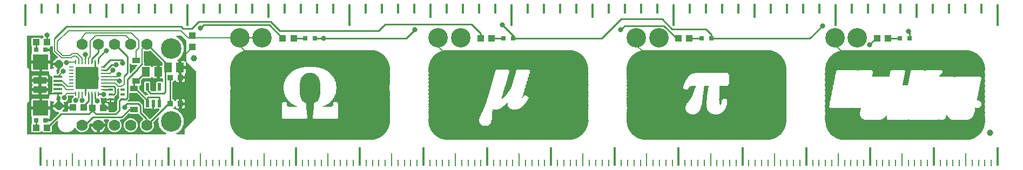
<source format=gbr>
G04 EAGLE Gerber RS-274X export*
G75*
%MOMM*%
%FSLAX34Y34*%
%LPD*%
%INTop Copper*%
%IPPOS*%
%AMOC8*
5,1,8,0,0,1.08239X$1,22.5*%
G01*
%ADD10R,0.300000X3.000000*%
%ADD11R,0.200000X1.000000*%
%ADD12R,0.200000X2.000000*%
%ADD13R,0.300000X3.500000*%
%ADD14R,0.300000X1.500000*%
%ADD15R,0.300000X2.200000*%
%ADD16C,1.000000*%
%ADD17R,1.240000X1.500000*%
%ADD18R,1.075000X1.000000*%
%ADD19R,0.800000X0.800000*%
%ADD20R,1.220000X0.910000*%
%ADD21C,3.216000*%
%ADD22R,2.413000X2.413000*%
%ADD23P,1.415766X8X112.500000*%
%ADD24P,1.415766X8X292.500000*%
%ADD25R,1.350000X0.400000*%
%ADD26R,2.000000X1.000000*%
%ADD27R,0.900000X0.900000*%
%ADD28C,0.350000*%
%ADD29R,0.800000X0.250000*%
%ADD30R,0.250000X0.800000*%
%ADD31R,0.700000X0.350000*%
%ADD32C,1.778000*%
%ADD33R,0.550000X1.200000*%
%ADD34R,19.408138X0.021081*%
%ADD35R,19.410681X0.021081*%
%ADD36R,19.852638X0.021081*%
%ADD37R,19.834856X0.021081*%
%ADD38R,19.832319X0.021081*%
%ADD39R,20.106638X0.021338*%
%ADD40R,20.088856X0.021338*%
%ADD41R,20.320000X0.021081*%
%ADD42R,20.297138X0.021081*%
%ADD43R,20.487638X0.021081*%
%ADD44R,20.490181X0.021081*%
%ADD45R,20.660356X0.021338*%
%ADD46R,20.637500X0.021338*%
%ADD47R,20.787356X0.021081*%
%ADD48R,20.805138X0.021081*%
%ADD49R,20.807681X0.021081*%
%ADD50R,20.914356X0.021081*%
%ADD51R,20.932137X0.021081*%
%ADD52R,20.934681X0.021081*%
%ADD53R,21.041356X0.021338*%
%ADD54R,21.059138X0.021338*%
%ADD55R,21.168356X0.021081*%
%ADD56R,21.165819X0.021081*%
%ADD57R,21.249638X0.021081*%
%ADD58R,21.272500X0.021081*%
%ADD59R,21.376638X0.021338*%
%ADD60R,21.358856X0.021338*%
%ADD61R,21.463000X0.021081*%
%ADD62R,21.485856X0.021081*%
%ADD63R,21.549356X0.021081*%
%ADD64R,21.567138X0.021081*%
%ADD65R,21.569681X0.021081*%
%ADD66R,21.630638X0.021338*%
%ADD67R,21.653500X0.021338*%
%ADD68R,21.717000X0.021081*%
%ADD69R,21.739856X0.021081*%
%ADD70R,21.737319X0.021081*%
%ADD71R,21.803356X0.021081*%
%ADD72R,21.821138X0.021081*%
%ADD73R,21.823681X0.021081*%
%ADD74R,21.884638X0.021338*%
%ADD75R,21.907500X0.021338*%
%ADD76R,21.971000X0.021081*%
%ADD77R,22.057356X0.021081*%
%ADD78R,22.034500X0.021081*%
%ADD79R,22.031963X0.021081*%
%ADD80R,22.098000X0.021338*%
%ADD81R,22.120856X0.021338*%
%ADD82R,22.118319X0.021338*%
%ADD83R,22.184356X0.021081*%
%ADD84R,22.181819X0.021081*%
%ADD85R,22.265638X0.021081*%
%ADD86R,22.247856X0.021081*%
%ADD87R,22.245319X0.021081*%
%ADD88R,22.311356X0.021338*%
%ADD89R,22.329138X0.021338*%
%ADD90R,22.392637X0.021081*%
%ADD91R,22.374856X0.021081*%
%ADD92R,22.372319X0.021081*%
%ADD93R,22.435819X0.021081*%
%ADD94R,22.456138X0.021081*%
%ADD95R,22.438356X0.021081*%
%ADD96R,22.522175X0.021338*%
%ADD97R,22.501856X0.021338*%
%ADD98R,22.499319X0.021338*%
%ADD99R,22.562819X0.021081*%
%ADD100R,22.565356X0.021081*%
%ADD101R,22.606000X0.021081*%
%ADD102R,22.628856X0.021081*%
%ADD103R,22.626319X0.021081*%
%ADD104R,22.692356X0.021338*%
%ADD105R,22.669500X0.021338*%
%ADD106R,22.733000X0.021081*%
%ADD107R,22.735537X0.021081*%
%ADD108R,22.773637X0.021081*%
%ADD109R,22.796500X0.021081*%
%ADD110R,22.819356X0.021338*%
%ADD111R,22.837138X0.021338*%
%ADD112R,22.839681X0.021338*%
%ADD113R,22.900638X0.021081*%
%ADD114R,22.882856X0.021081*%
%ADD115R,22.880319X0.021081*%
%ADD116R,22.946356X0.021081*%
%ADD117R,22.923500X0.021081*%
%ADD118R,22.987000X0.021338*%
%ADD119R,23.027638X0.021081*%
%ADD120R,23.030181X0.021081*%
%ADD121R,23.073356X0.021081*%
%ADD122R,23.091138X0.021081*%
%ADD123R,23.114000X0.021338*%
%ADD124R,23.136856X0.021338*%
%ADD125R,23.134319X0.021338*%
%ADD126R,23.154637X0.021081*%
%ADD127R,23.177500X0.021081*%
%ADD128R,23.174962X0.021081*%
%ADD129R,23.200356X0.021081*%
%ADD130R,23.218138X0.021081*%
%ADD131R,23.220681X0.021081*%
%ADD132R,23.241000X0.021338*%
%ADD133R,23.263856X0.021338*%
%ADD134R,23.261319X0.021338*%
%ADD135R,23.281638X0.021081*%
%ADD136R,23.304500X0.021081*%
%ADD137R,23.327356X0.021081*%
%ADD138R,23.345137X0.021081*%
%ADD139R,23.347681X0.021081*%
%ADD140R,23.368000X0.021338*%
%ADD141R,23.390856X0.021338*%
%ADD142R,23.388319X0.021338*%
%ADD143R,23.408638X0.021081*%
%ADD144R,23.431500X0.021081*%
%ADD145R,23.454356X0.021081*%
%ADD146R,23.451819X0.021081*%
%ADD147R,23.495000X0.021338*%
%ADD148R,23.535637X0.021081*%
%ADD149R,23.538181X0.021081*%
%ADD150R,23.578819X0.021081*%
%ADD151R,23.558500X0.021081*%
%ADD152R,23.622000X0.021338*%
%ADD153R,23.599138X0.021338*%
%ADD154R,23.601681X0.021338*%
%ADD155R,23.622000X0.021081*%
%ADD156R,23.644856X0.021081*%
%ADD157R,23.642319X0.021081*%
%ADD158R,23.662638X0.021081*%
%ADD159R,23.685500X0.021081*%
%ADD160R,23.708356X0.021338*%
%ADD161R,23.705819X0.021338*%
%ADD162R,23.749000X0.021081*%
%ADD163R,23.789638X0.021081*%
%ADD164R,23.771856X0.021081*%
%ADD165R,23.769319X0.021081*%
%ADD166R,23.789638X0.021338*%
%ADD167R,23.812500X0.021338*%
%ADD168R,23.835356X0.021081*%
%ADD169R,23.855675X0.021081*%
%ADD170R,23.876000X0.021081*%
%ADD171R,23.878538X0.021081*%
%ADD172R,23.916638X0.021338*%
%ADD173R,23.898856X0.021338*%
%ADD174R,23.896319X0.021338*%
%ADD175R,23.916638X0.021081*%
%ADD176R,23.939500X0.021081*%
%ADD177R,23.962356X0.021081*%
%ADD178R,23.959819X0.021081*%
%ADD179R,24.003000X0.021338*%
%ADD180R,23.980138X0.021338*%
%ADD181R,23.982681X0.021338*%
%ADD182R,24.003000X0.021081*%
%ADD183R,24.025856X0.021081*%
%ADD184R,24.023319X0.021081*%
%ADD185R,24.043638X0.021081*%
%ADD186R,24.046181X0.021081*%
%ADD187R,24.089356X0.021338*%
%ADD188R,24.066500X0.021338*%
%ADD189R,24.063963X0.021338*%
%ADD190R,24.089356X0.021081*%
%ADD191R,24.107138X0.021081*%
%ADD192R,24.109681X0.021081*%
%ADD193R,24.130000X0.021081*%
%ADD194R,24.170638X0.021338*%
%ADD195R,24.152856X0.021338*%
%ADD196R,24.150319X0.021338*%
%ADD197R,24.170638X0.021081*%
%ADD198R,24.193500X0.021081*%
%ADD199R,24.216356X0.021081*%
%ADD200R,24.216356X0.021338*%
%ADD201R,24.234138X0.021338*%
%ADD202R,24.236681X0.021338*%
%ADD203R,24.257000X0.021081*%
%ADD204R,24.279856X0.021081*%
%ADD205R,24.277319X0.021081*%
%ADD206R,24.297638X0.021338*%
%ADD207R,24.300181X0.021338*%
%ADD208R,24.343356X0.021081*%
%ADD209R,24.320500X0.021081*%
%ADD210R,24.317963X0.021081*%
%ADD211R,24.340819X0.021081*%
%ADD212R,24.384000X0.021338*%
%ADD213R,24.361138X0.021338*%
%ADD214R,24.363681X0.021338*%
%ADD215R,24.384000X0.021081*%
%ADD216R,24.424638X0.021081*%
%ADD217R,24.406856X0.021081*%
%ADD218R,24.404319X0.021081*%
%ADD219R,24.424638X0.021338*%
%ADD220R,24.427181X0.021338*%
%ADD221R,24.470356X0.021081*%
%ADD222R,24.447500X0.021081*%
%ADD223R,24.467819X0.021081*%
%ADD224R,24.490675X0.021338*%
%ADD225R,24.488138X0.021338*%
%ADD226R,24.490681X0.021338*%
%ADD227R,24.511000X0.021081*%
%ADD228R,24.533856X0.021081*%
%ADD229R,24.531319X0.021081*%
%ADD230R,24.551638X0.021338*%
%ADD231R,24.533856X0.021338*%
%ADD232R,24.531319X0.021338*%
%ADD233R,24.551638X0.021081*%
%ADD234R,24.574500X0.021081*%
%ADD235R,24.594819X0.021081*%
%ADD236R,24.594819X0.021338*%
%ADD237R,24.597356X0.021338*%
%ADD238R,24.615137X0.021081*%
%ADD239R,24.617681X0.021081*%
%ADD240R,24.638000X0.021081*%
%ADD241R,24.638000X0.021338*%
%ADD242R,24.660856X0.021338*%
%ADD243R,24.681175X0.021081*%
%ADD244R,24.660856X0.021081*%
%ADD245R,24.658319X0.021081*%
%ADD246R,24.681181X0.021081*%
%ADD247R,24.678638X0.021081*%
%ADD248R,24.681175X0.021338*%
%ADD249R,24.701500X0.021338*%
%ADD250R,24.724356X0.021081*%
%ADD251R,24.701500X0.021081*%
%ADD252R,24.721819X0.021081*%
%ADD253R,24.724356X0.021338*%
%ADD254R,24.742138X0.021338*%
%ADD255R,24.744681X0.021338*%
%ADD256R,24.765000X0.021081*%
%ADD257R,24.742138X0.021081*%
%ADD258R,24.744681X0.021081*%
%ADD259R,8.549638X0.021081*%
%ADD260R,15.791175X0.021081*%
%ADD261R,24.765000X0.021338*%
%ADD262R,8.488681X0.021338*%
%ADD263R,15.707356X0.021338*%
%ADD264R,24.785319X0.021081*%
%ADD265R,8.425181X0.021081*%
%ADD266R,15.621000X0.021081*%
%ADD267R,24.805637X0.021081*%
%ADD268R,8.361681X0.021081*%
%ADD269R,15.580356X0.021081*%
%ADD270R,24.805637X0.021338*%
%ADD271R,8.318500X0.021338*%
%ADD272R,15.557500X0.021338*%
%ADD273R,8.298175X0.021081*%
%ADD274R,15.514319X0.021081*%
%ADD275R,24.828500X0.021081*%
%ADD276R,24.851356X0.021081*%
%ADD277R,8.255000X0.021081*%
%ADD278R,15.473681X0.021081*%
%ADD279R,24.851356X0.021338*%
%ADD280R,8.211819X0.021338*%
%ADD281R,15.450819X0.021338*%
%ADD282R,8.191500X0.021081*%
%ADD283R,15.430500X0.021081*%
%ADD284R,8.194038X0.021081*%
%ADD285R,15.407637X0.021081*%
%ADD286R,24.871681X0.021081*%
%ADD287R,24.892000X0.021338*%
%ADD288R,8.150856X0.021338*%
%ADD289R,15.387319X0.021338*%
%ADD290R,24.871681X0.021338*%
%ADD291R,24.892000X0.021081*%
%ADD292R,8.130538X0.021081*%
%ADD293R,15.367000X0.021081*%
%ADD294R,8.107675X0.021081*%
%ADD295R,15.369537X0.021081*%
%ADD296R,8.107681X0.021338*%
%ADD297R,15.346675X0.021338*%
%ADD298R,8.087356X0.021081*%
%ADD299R,15.326356X0.021081*%
%ADD300R,24.912319X0.021081*%
%ADD301R,24.932638X0.021081*%
%ADD302R,8.064500X0.021081*%
%ADD303R,15.303500X0.021081*%
%ADD304R,24.932638X0.021338*%
%ADD305R,8.044181X0.021338*%
%ADD306R,15.283175X0.021338*%
%ADD307R,24.912319X0.021338*%
%ADD308R,8.023856X0.021081*%
%ADD309R,15.283181X0.021081*%
%ADD310R,15.260319X0.021081*%
%ADD311R,8.021319X0.021338*%
%ADD312R,15.260319X0.021338*%
%ADD313R,24.955500X0.021338*%
%ADD314R,8.001000X0.021081*%
%ADD315R,15.240000X0.021081*%
%ADD316R,24.955500X0.021081*%
%ADD317R,24.978356X0.021081*%
%ADD318R,24.978356X0.021338*%
%ADD319R,7.978138X0.021338*%
%ADD320R,15.219681X0.021338*%
%ADD321R,7.978138X0.021081*%
%ADD322R,15.217138X0.021081*%
%ADD323R,7.957819X0.021081*%
%ADD324R,7.957819X0.021338*%
%ADD325R,15.217138X0.021338*%
%ADD326R,15.196819X0.021081*%
%ADD327R,24.998681X0.021081*%
%ADD328R,7.937500X0.021338*%
%ADD329R,15.176500X0.021338*%
%ADD330R,24.998681X0.021338*%
%ADD331R,24.998675X0.021081*%
%ADD332R,7.937500X0.021081*%
%ADD333R,15.176500X0.021081*%
%ADD334R,25.019000X0.021081*%
%ADD335R,25.019000X0.021338*%
%ADD336R,7.914638X0.021338*%
%ADD337R,7.914638X0.021081*%
%ADD338R,15.153638X0.021081*%
%ADD339R,7.894319X0.021081*%
%ADD340R,7.894319X0.021338*%
%ADD341R,15.156175X0.021338*%
%ADD342R,15.156175X0.021081*%
%ADD343R,15.135856X0.021081*%
%ADD344R,15.135856X0.021338*%
%ADD345R,8.338819X0.021338*%
%ADD346R,1.356356X0.021338*%
%ADD347R,8.275319X0.021081*%
%ADD348R,1.229356X0.021081*%
%ADD349R,8.234675X0.021081*%
%ADD350R,1.143000X0.021081*%
%ADD351R,8.234681X0.021081*%
%ADD352R,1.079500X0.021338*%
%ADD353R,1.036319X0.021081*%
%ADD354R,15.113000X0.021081*%
%ADD355R,8.171175X0.021081*%
%ADD356R,0.995681X0.021081*%
%ADD357R,8.171181X0.021081*%
%ADD358R,8.148319X0.021338*%
%ADD359R,0.975356X0.021338*%
%ADD360R,15.113000X0.021338*%
%ADD361R,8.148319X0.021081*%
%ADD362R,0.929638X0.021081*%
%ADD363R,8.128000X0.021081*%
%ADD364R,8.128000X0.021338*%
%ADD365R,0.909319X0.021338*%
%ADD366R,8.105137X0.021081*%
%ADD367R,0.889000X0.021081*%
%ADD368R,8.107681X0.021081*%
%ADD369R,8.105137X0.021338*%
%ADD370R,0.889000X0.021338*%
%ADD371R,7.998463X0.021338*%
%ADD372R,7.998463X0.021081*%
%ADD373R,8.021319X0.021081*%
%ADD374R,8.041638X0.021081*%
%ADD375R,8.041638X0.021338*%
%ADD376R,15.092675X0.021338*%
%ADD377R,15.092675X0.021081*%
%ADD378R,8.064500X0.021338*%
%ADD379R,0.909319X0.021081*%
%ADD380R,8.084819X0.021081*%
%ADD381R,0.929638X0.021338*%
%ADD382R,15.072356X0.021081*%
%ADD383R,8.168638X0.021338*%
%ADD384R,15.072356X0.021338*%
%ADD385R,8.168638X0.021081*%
%ADD386R,8.191500X0.021338*%
%ADD387R,0.952500X0.021081*%
%ADD388R,10.160000X0.021081*%
%ADD389R,3.088638X0.021081*%
%ADD390R,10.815319X0.021081*%
%ADD391R,8.211819X0.021081*%
%ADD392R,10.053319X0.021081*%
%ADD393R,2.857500X0.021081*%
%ADD394R,10.688319X0.021081*%
%ADD395R,15.049500X0.021338*%
%ADD396R,9.969500X0.021338*%
%ADD397R,2.687319X0.021338*%
%ADD398R,10.604500X0.021338*%
%ADD399R,0.975356X0.021081*%
%ADD400R,8.232138X0.021081*%
%ADD401R,15.049500X0.021081*%
%ADD402R,9.906000X0.021081*%
%ADD403R,2.562856X0.021081*%
%ADD404R,10.541000X0.021081*%
%ADD405R,9.862819X0.021081*%
%ADD406R,2.435856X0.021081*%
%ADD407R,10.477500X0.021081*%
%ADD408R,8.255000X0.021338*%
%ADD409R,9.819638X0.021338*%
%ADD410R,2.349500X0.021338*%
%ADD411R,10.414000X0.021338*%
%ADD412R,9.779000X0.021081*%
%ADD413R,2.265675X0.021081*%
%ADD414R,10.370819X0.021081*%
%ADD415R,9.735819X0.021081*%
%ADD416R,2.202175X0.021081*%
%ADD417R,10.330181X0.021081*%
%ADD418R,8.275319X0.021338*%
%ADD419R,9.695175X0.021338*%
%ADD420R,2.115819X0.021338*%
%ADD421R,10.287000X0.021338*%
%ADD422R,8.295637X0.021081*%
%ADD423R,9.652000X0.021081*%
%ADD424R,2.052319X0.021081*%
%ADD425R,10.243819X0.021081*%
%ADD426R,8.318500X0.021081*%
%ADD427R,15.029175X0.021081*%
%ADD428R,9.631675X0.021081*%
%ADD429R,1.988819X0.021081*%
%ADD430R,10.203181X0.021081*%
%ADD431R,0.995681X0.021338*%
%ADD432R,15.029175X0.021338*%
%ADD433R,9.608819X0.021338*%
%ADD434R,1.925319X0.021338*%
%ADD435R,10.160000X0.021338*%
%ADD436R,8.338819X0.021081*%
%ADD437R,9.568175X0.021081*%
%ADD438R,1.884681X0.021081*%
%ADD439R,10.139681X0.021081*%
%ADD440R,9.545319X0.021081*%
%ADD441R,1.818638X0.021081*%
%ADD442R,10.096500X0.021081*%
%ADD443R,1.016000X0.021338*%
%ADD444R,8.359138X0.021338*%
%ADD445R,9.525000X0.021338*%
%ADD446R,1.778000X0.021338*%
%ADD447R,10.076181X0.021338*%
%ADD448R,1.016000X0.021081*%
%ADD449R,8.359138X0.021081*%
%ADD450R,9.504675X0.021081*%
%ADD451R,1.714500X0.021081*%
%ADD452R,8.382000X0.021081*%
%ADD453R,9.481819X0.021081*%
%ADD454R,1.671319X0.021081*%
%ADD455R,10.033000X0.021081*%
%ADD456R,8.382000X0.021338*%
%ADD457R,15.008856X0.021338*%
%ADD458R,9.461500X0.021338*%
%ADD459R,1.630681X0.021338*%
%ADD460R,9.992356X0.021338*%
%ADD461R,8.402319X0.021081*%
%ADD462R,15.008856X0.021081*%
%ADD463R,9.441175X0.021081*%
%ADD464R,1.587500X0.021081*%
%ADD465R,9.969500X0.021081*%
%ADD466R,9.418319X0.021081*%
%ADD467R,9.949181X0.021081*%
%ADD468R,8.422638X0.021338*%
%ADD469R,9.398000X0.021338*%
%ADD470R,1.544319X0.021338*%
%ADD471R,9.926319X0.021338*%
%ADD472R,8.422638X0.021081*%
%ADD473R,9.375138X0.021081*%
%ADD474R,1.503681X0.021081*%
%ADD475R,8.445500X0.021081*%
%ADD476R,1.460500X0.021081*%
%ADD477R,9.885681X0.021081*%
%ADD478R,1.036319X0.021338*%
%ADD479R,8.445500X0.021338*%
%ADD480R,14.986000X0.021338*%
%ADD481R,9.354819X0.021338*%
%ADD482R,1.417319X0.021338*%
%ADD483R,9.865356X0.021338*%
%ADD484R,8.465819X0.021081*%
%ADD485R,14.986000X0.021081*%
%ADD486R,9.334500X0.021081*%
%ADD487R,1.417319X0.021081*%
%ADD488R,9.842500X0.021081*%
%ADD489R,1.056638X0.021081*%
%ADD490R,1.376681X0.021081*%
%ADD491R,9.822181X0.021081*%
%ADD492R,1.056638X0.021338*%
%ADD493R,8.486137X0.021338*%
%ADD494R,9.314175X0.021338*%
%ADD495R,1.336037X0.021338*%
%ADD496R,9.822181X0.021338*%
%ADD497R,8.486137X0.021081*%
%ADD498R,9.314175X0.021081*%
%ADD499R,1.336037X0.021081*%
%ADD500R,9.799319X0.021081*%
%ADD501R,8.506462X0.021081*%
%ADD502R,9.291319X0.021081*%
%ADD503R,1.290319X0.021081*%
%ADD504R,8.506462X0.021338*%
%ADD505R,14.965675X0.021338*%
%ADD506R,9.291319X0.021338*%
%ADD507R,1.270000X0.021338*%
%ADD508R,9.758681X0.021338*%
%ADD509R,14.965675X0.021081*%
%ADD510R,9.271000X0.021081*%
%ADD511R,1.249681X0.021081*%
%ADD512R,8.529319X0.021081*%
%ADD513R,1.226819X0.021081*%
%ADD514R,8.529319X0.021338*%
%ADD515R,9.271000X0.021338*%
%ADD516R,1.206500X0.021338*%
%ADD517R,9.715500X0.021338*%
%ADD518R,9.248138X0.021081*%
%ADD519R,1.186175X0.021081*%
%ADD520R,9.695181X0.021081*%
%ADD521R,1.079500X0.021081*%
%ADD522R,1.163319X0.021081*%
%ADD523R,8.572500X0.021338*%
%ADD524R,0.190500X0.021338*%
%ADD525R,2.623819X0.021338*%
%ADD526R,11.366500X0.021338*%
%ADD527R,9.248138X0.021338*%
%ADD528R,1.143000X0.021338*%
%ADD529R,9.672319X0.021338*%
%ADD530R,1.102356X0.021081*%
%ADD531R,8.572500X0.021081*%
%ADD532R,0.086356X0.021081*%
%ADD533R,2.372356X0.021081*%
%ADD534R,11.239500X0.021081*%
%ADD535R,9.227819X0.021081*%
%ADD536R,1.122681X0.021081*%
%ADD537R,8.592819X0.021081*%
%ADD538R,0.020319X0.021081*%
%ADD539R,2.199638X0.021081*%
%ADD540R,11.135356X0.021081*%
%ADD541R,1.099819X0.021081*%
%ADD542R,1.102356X0.021338*%
%ADD543R,8.592819X0.021338*%
%ADD544R,2.052319X0.021338*%
%ADD545R,11.071856X0.021338*%
%ADD546R,9.227819X0.021338*%
%ADD547R,1.099819X0.021338*%
%ADD548R,9.631681X0.021338*%
%ADD549R,8.613138X0.021081*%
%ADD550R,1.925319X0.021081*%
%ADD551R,11.008356X0.021081*%
%ADD552R,9.631681X0.021081*%
%ADD553R,1.821175X0.021081*%
%ADD554R,10.944856X0.021081*%
%ADD555R,9.207500X0.021081*%
%ADD556R,1.059175X0.021081*%
%ADD557R,9.608819X0.021081*%
%ADD558R,8.636000X0.021338*%
%ADD559R,1.734819X0.021338*%
%ADD560R,10.881356X0.021338*%
%ADD561R,9.207500X0.021338*%
%ADD562R,1.059175X0.021338*%
%ADD563R,9.588500X0.021338*%
%ADD564R,8.636000X0.021081*%
%ADD565R,1.628138X0.021081*%
%ADD566R,10.838175X0.021081*%
%ADD567R,9.588500X0.021081*%
%ADD568R,1.567181X0.021081*%
%ADD569R,10.795000X0.021081*%
%ADD570R,9.568181X0.021081*%
%ADD571R,8.656319X0.021338*%
%ADD572R,1.480819X0.021338*%
%ADD573R,10.754356X0.021338*%
%ADD574R,9.568181X0.021338*%
%ADD575R,8.656319X0.021081*%
%ADD576R,10.711175X0.021081*%
%ADD577R,0.972819X0.021081*%
%ADD578R,8.676638X0.021081*%
%ADD579R,1.333500X0.021081*%
%ADD580R,10.668000X0.021081*%
%ADD581R,1.122681X0.021338*%
%ADD582R,8.676638X0.021338*%
%ADD583R,1.290319X0.021338*%
%ADD584R,10.647675X0.021338*%
%ADD585R,0.972819X0.021338*%
%ADD586R,8.699500X0.021081*%
%ADD587R,10.604500X0.021081*%
%ADD588R,9.525000X0.021081*%
%ADD589R,10.563856X0.021081*%
%ADD590R,0.932175X0.021081*%
%ADD591R,9.504681X0.021081*%
%ADD592R,8.699500X0.021338*%
%ADD593R,10.541000X0.021338*%
%ADD594R,0.932175X0.021338*%
%ADD595R,9.504681X0.021338*%
%ADD596R,8.719819X0.021081*%
%ADD597R,10.500356X0.021081*%
%ADD598R,0.911856X0.021081*%
%ADD599R,8.740138X0.021338*%
%ADD600R,0.952500X0.021338*%
%ADD601R,10.457175X0.021338*%
%ADD602R,9.481819X0.021338*%
%ADD603R,8.740138X0.021081*%
%ADD604R,10.414000X0.021081*%
%ADD605R,9.461500X0.021081*%
%ADD606R,0.868675X0.021081*%
%ADD607R,10.393675X0.021081*%
%ADD608R,0.866138X0.021081*%
%ADD609R,8.763000X0.021338*%
%ADD610R,0.825500X0.021338*%
%ADD611R,10.373356X0.021338*%
%ADD612R,0.866138X0.021338*%
%ADD613R,8.763000X0.021081*%
%ADD614R,0.784856X0.021081*%
%ADD615R,10.350500X0.021081*%
%ADD616R,9.441181X0.021081*%
%ADD617R,8.783319X0.021081*%
%ADD618R,0.741681X0.021081*%
%ADD619R,10.309856X0.021081*%
%ADD620R,1.183638X0.021338*%
%ADD621R,8.783319X0.021338*%
%ADD622R,0.698500X0.021338*%
%ADD623R,9.441181X0.021338*%
%ADD624R,1.356356X0.021081*%
%ADD625R,1.183638X0.021081*%
%ADD626R,1.376675X0.021081*%
%ADD627R,8.803638X0.021081*%
%ADD628R,0.678175X0.021081*%
%ADD629R,10.266675X0.021081*%
%ADD630R,0.825500X0.021081*%
%ADD631R,9.420856X0.021081*%
%ADD632R,1.353819X0.021081*%
%ADD633R,0.635000X0.021081*%
%ADD634R,10.246356X0.021081*%
%ADD635R,1.313181X0.021338*%
%ADD636R,1.313175X0.021338*%
%ADD637R,8.803638X0.021338*%
%ADD638R,0.591819X0.021338*%
%ADD639R,10.223500X0.021338*%
%ADD640R,9.420856X0.021338*%
%ADD641R,1.270000X0.021081*%
%ADD642R,8.826500X0.021081*%
%ADD643R,0.551181X0.021081*%
%ADD644R,10.203175X0.021081*%
%ADD645R,0.805181X0.021081*%
%ADD646R,9.398000X0.021081*%
%ADD647R,1.247138X0.021081*%
%ADD648R,0.528319X0.021081*%
%ADD649R,10.182856X0.021081*%
%ADD650R,8.846819X0.021338*%
%ADD651R,0.508000X0.021338*%
%ADD652R,10.162538X0.021338*%
%ADD653R,0.805181X0.021338*%
%ADD654R,1.186181X0.021081*%
%ADD655R,8.846819X0.021081*%
%ADD656R,0.467356X0.021081*%
%ADD657R,10.139675X0.021081*%
%ADD658R,9.377681X0.021081*%
%ADD659R,0.444500X0.021081*%
%ADD660R,10.119356X0.021081*%
%ADD661R,1.120138X0.021338*%
%ADD662R,8.867138X0.021338*%
%ADD663R,0.424175X0.021338*%
%ADD664R,10.096500X0.021338*%
%ADD665R,0.782319X0.021338*%
%ADD666R,9.377681X0.021338*%
%ADD667R,1.206500X0.021081*%
%ADD668R,8.867138X0.021081*%
%ADD669R,0.381000X0.021081*%
%ADD670R,10.076175X0.021081*%
%ADD671R,0.762000X0.021081*%
%ADD672R,0.337819X0.021081*%
%ADD673R,10.055856X0.021081*%
%ADD674R,9.354819X0.021081*%
%ADD675R,1.229356X0.021338*%
%ADD676R,0.993138X0.021338*%
%ADD677R,8.890000X0.021338*%
%ADD678R,0.317500X0.021338*%
%ADD679R,10.033000X0.021338*%
%ADD680R,0.762000X0.021338*%
%ADD681R,8.890000X0.021081*%
%ADD682R,0.294637X0.021081*%
%ADD683R,10.012675X0.021081*%
%ADD684R,0.741675X0.021081*%
%ADD685R,0.932181X0.021081*%
%ADD686R,8.910319X0.021081*%
%ADD687R,0.274319X0.021081*%
%ADD688R,9.992356X0.021081*%
%ADD689R,0.106681X0.021081*%
%ADD690R,8.910319X0.021338*%
%ADD691R,0.233681X0.021338*%
%ADD692R,9.334500X0.021338*%
%ADD693R,0.741675X0.021338*%
%ADD694R,0.127000X0.021338*%
%ADD695R,0.868681X0.021081*%
%ADD696R,0.210819X0.021081*%
%ADD697R,0.147319X0.021081*%
%ADD698R,8.930637X0.021081*%
%ADD699R,0.190500X0.021081*%
%ADD700R,9.949175X0.021081*%
%ADD701R,0.193038X0.021081*%
%ADD702R,0.784856X0.021338*%
%ADD703R,8.930637X0.021338*%
%ADD704R,0.170181X0.021338*%
%ADD705R,9.928856X0.021338*%
%ADD706R,0.721356X0.021338*%
%ADD707R,0.193038X0.021338*%
%ADD708R,0.721356X0.021081*%
%ADD709R,0.233681X0.021081*%
%ADD710R,8.953500X0.021081*%
%ADD711R,9.885675X0.021081*%
%ADD712R,1.249681X0.021338*%
%ADD713R,8.953500X0.021338*%
%ADD714R,9.885675X0.021338*%
%ADD715R,0.254000X0.021338*%
%ADD716R,0.678181X0.021081*%
%ADD717R,0.657856X0.021081*%
%ADD718R,8.973819X0.021081*%
%ADD719R,9.865356X0.021081*%
%ADD720R,9.314181X0.021081*%
%ADD721R,0.655319X0.021081*%
%ADD722R,0.083819X0.021081*%
%ADD723R,0.635000X0.021338*%
%ADD724R,8.973819X0.021338*%
%ADD725R,0.063500X0.021338*%
%ADD726R,9.822175X0.021338*%
%ADD727R,9.441175X0.021338*%
%ADD728R,0.297175X0.021338*%
%ADD729R,9.314181X0.021338*%
%ADD730R,0.614675X0.021081*%
%ADD731R,1.310638X0.021081*%
%ADD732R,0.591819X0.021081*%
%ADD733R,8.994138X0.021081*%
%ADD734R,0.043181X0.021081*%
%ADD735R,9.822175X0.021081*%
%ADD736R,0.698500X0.021081*%
%ADD737R,0.297175X0.021081*%
%ADD738R,9.801856X0.021081*%
%ADD739R,0.571500X0.021338*%
%ADD740R,8.994138X0.021338*%
%ADD741R,9.779000X0.021338*%
%ADD742R,0.571500X0.021081*%
%ADD743R,1.397000X0.021081*%
%ADD744R,9.017000X0.021081*%
%ADD745R,9.758675X0.021081*%
%ADD746R,1.437638X0.021081*%
%ADD747R,1.503681X0.021338*%
%ADD748R,0.548638X0.021338*%
%ADD749R,9.017000X0.021338*%
%ADD750R,9.738356X0.021338*%
%ADD751R,9.545319X0.021338*%
%ADD752R,0.678175X0.021338*%
%ADD753R,0.337819X0.021338*%
%ADD754R,1.564638X0.021081*%
%ADD755R,0.551175X0.021081*%
%ADD756R,9.037319X0.021081*%
%ADD757R,9.715500X0.021081*%
%ADD758R,1.691638X0.021081*%
%ADD759R,0.358137X0.021081*%
%ADD760R,8.298175X0.021338*%
%ADD761R,8.298181X0.021338*%
%ADD762R,9.037319X0.021338*%
%ADD763R,0.358137X0.021338*%
%ADD764R,1.861819X0.021081*%
%ADD765R,9.057638X0.021081*%
%ADD766R,9.674856X0.021081*%
%ADD767R,9.250675X0.021081*%
%ADD768R,1.948181X0.021081*%
%ADD769R,9.250681X0.021081*%
%ADD770R,2.032000X0.021338*%
%ADD771R,9.057638X0.021338*%
%ADD772R,9.652000X0.021338*%
%ADD773R,0.657856X0.021338*%
%ADD774R,0.381000X0.021338*%
%ADD775R,2.095500X0.021081*%
%ADD776R,9.080500X0.021081*%
%ADD777R,9.672319X0.021081*%
%ADD778R,9.187175X0.021081*%
%ADD779R,2.159000X0.021081*%
%ADD780R,9.187181X0.021081*%
%ADD781R,0.403856X0.021081*%
%ADD782R,9.164319X0.021338*%
%ADD783R,2.202181X0.021338*%
%ADD784R,9.080500X0.021338*%
%ADD785R,9.611356X0.021338*%
%ADD786R,0.403856X0.021338*%
%ADD787R,9.164319X0.021081*%
%ADD788R,9.144000X0.021081*%
%ADD789R,9.100819X0.021081*%
%ADD790R,2.329181X0.021081*%
%ADD791R,9.123681X0.021081*%
%ADD792R,0.637537X0.021081*%
%ADD793R,9.123675X0.021338*%
%ADD794R,2.369819X0.021338*%
%ADD795R,9.100819X0.021338*%
%ADD796R,9.568175X0.021338*%
%ADD797R,9.758675X0.021338*%
%ADD798R,0.637537X0.021338*%
%ADD799R,2.392675X0.021081*%
%ADD800R,9.121137X0.021081*%
%ADD801R,9.547856X0.021081*%
%ADD802R,2.433319X0.021081*%
%ADD803R,9.060175X0.021338*%
%ADD804R,2.476500X0.021338*%
%ADD805R,9.060181X0.021338*%
%ADD806R,9.121137X0.021338*%
%ADD807R,9.799319X0.021338*%
%ADD808R,2.519675X0.021081*%
%ADD809R,9.819638X0.021081*%
%ADD810R,2.560319X0.021081*%
%ADD811R,0.424181X0.021081*%
%ADD812R,2.580637X0.021338*%
%ADD813R,9.144000X0.021338*%
%ADD814R,9.484356X0.021338*%
%ADD815R,9.842500X0.021338*%
%ADD816R,0.424181X0.021338*%
%ADD817R,8.996675X0.021081*%
%ADD818R,2.603500X0.021081*%
%ADD819R,8.996681X0.021081*%
%ADD820R,9.484356X0.021081*%
%ADD821R,2.646675X0.021081*%
%ADD822R,0.464819X0.021081*%
%ADD823R,2.667000X0.021338*%
%ADD824R,0.464819X0.021338*%
%ADD825R,2.687319X0.021081*%
%ADD826R,9.184638X0.021081*%
%ADD827R,0.487675X0.021081*%
%ADD828R,8.933175X0.021081*%
%ADD829R,2.707638X0.021081*%
%ADD830R,8.933181X0.021081*%
%ADD831R,9.926319X0.021081*%
%ADD832R,0.614681X0.021081*%
%ADD833R,0.508000X0.021081*%
%ADD834R,2.730500X0.021338*%
%ADD835R,9.184638X0.021338*%
%ADD836R,9.949175X0.021338*%
%ADD837R,0.614681X0.021338*%
%ADD838R,0.528319X0.021338*%
%ADD839R,2.753356X0.021081*%
%ADD840R,0.548638X0.021081*%
%ADD841R,2.773675X0.021081*%
%ADD842R,8.869675X0.021338*%
%ADD843R,2.773675X0.021338*%
%ADD844R,8.869681X0.021338*%
%ADD845R,9.377675X0.021338*%
%ADD846R,9.989819X0.021338*%
%ADD847R,0.675638X0.021338*%
%ADD848R,8.869675X0.021081*%
%ADD849R,2.814319X0.021081*%
%ADD850R,8.869681X0.021081*%
%ADD851R,0.040638X0.021081*%
%ADD852R,9.377675X0.021081*%
%ADD853R,9.989819X0.021081*%
%ADD854R,0.063500X0.021081*%
%ADD855R,8.826500X0.021338*%
%ADD856R,2.834637X0.021338*%
%ADD857R,0.106675X0.021338*%
%ADD858R,0.612138X0.021338*%
%ADD859R,0.127000X0.021081*%
%ADD860R,9.357356X0.021081*%
%ADD861R,0.612138X0.021081*%
%ADD862R,8.806175X0.021081*%
%ADD863R,8.806181X0.021081*%
%ADD864R,0.170175X0.021081*%
%ADD865R,2.900675X0.021338*%
%ADD866R,9.357356X0.021338*%
%ADD867R,10.076175X0.021338*%
%ADD868R,2.900675X0.021081*%
%ADD869R,2.921000X0.021338*%
%ADD870R,0.231138X0.021338*%
%ADD871R,0.022856X0.021338*%
%ADD872R,10.116819X0.021338*%
%ADD873R,8.742675X0.021081*%
%ADD874R,2.941319X0.021081*%
%ADD875R,8.742681X0.021081*%
%ADD876R,0.254000X0.021081*%
%ADD877R,10.116819X0.021081*%
%ADD878R,8.719819X0.021338*%
%ADD879R,2.961638X0.021338*%
%ADD880R,10.139675X0.021338*%
%ADD881R,2.984500X0.021081*%
%ADD882R,0.317500X0.021081*%
%ADD883R,8.679175X0.021338*%
%ADD884R,2.984500X0.021338*%
%ADD885R,9.311637X0.021338*%
%ADD886R,0.360675X0.021338*%
%ADD887R,0.083819X0.021338*%
%ADD888R,10.180319X0.021338*%
%ADD889R,0.614675X0.021338*%
%ADD890R,8.679175X0.021081*%
%ADD891R,3.007356X0.021081*%
%ADD892R,8.679181X0.021081*%
%ADD893R,9.311637X0.021081*%
%ADD894R,0.360681X0.021081*%
%ADD895R,10.180319X0.021081*%
%ADD896R,0.104138X0.021081*%
%ADD897R,0.594356X0.021081*%
%ADD898R,3.027675X0.021338*%
%ADD899R,0.104138X0.021338*%
%ADD900R,10.203175X0.021338*%
%ADD901R,0.594356X0.021338*%
%ADD902R,3.027675X0.021081*%
%ADD903R,10.223500X0.021081*%
%ADD904R,3.048000X0.021081*%
%ADD905R,0.421637X0.021081*%
%ADD906R,3.048000X0.021338*%
%ADD907R,0.444500X0.021338*%
%ADD908R,10.243819X0.021338*%
%ADD909R,8.615675X0.021081*%
%ADD910R,8.615681X0.021081*%
%ADD911R,0.149856X0.021081*%
%ADD912R,3.068319X0.021081*%
%ADD913R,3.068319X0.021338*%
%ADD914R,0.487675X0.021338*%
%ADD915R,0.167637X0.021338*%
%ADD916R,10.264138X0.021338*%
%ADD917R,9.738356X0.021081*%
%ADD918R,10.264138X0.021081*%
%ADD919R,10.287000X0.021081*%
%ADD920R,10.520681X0.021081*%
%ADD921R,3.088638X0.021338*%
%ADD922R,9.375138X0.021338*%
%ADD923R,10.520681X0.021338*%
%ADD924R,0.530856X0.021081*%
%ADD925R,10.307319X0.021081*%
%ADD926R,8.552175X0.021081*%
%ADD927R,3.111500X0.021081*%
%ADD928R,8.552181X0.021081*%
%ADD929R,8.552175X0.021338*%
%ADD930R,3.111500X0.021338*%
%ADD931R,8.552181X0.021338*%
%ADD932R,10.182856X0.021338*%
%ADD933R,10.307319X0.021338*%
%ADD934R,3.134356X0.021081*%
%ADD935R,10.330175X0.021081*%
%ADD936R,3.134356X0.021338*%
%ADD937R,9.418319X0.021338*%
%ADD938R,10.350500X0.021338*%
%ADD939R,8.509000X0.021081*%
%ADD940R,10.162538X0.021081*%
%ADD941R,8.509000X0.021338*%
%ADD942R,9.438638X0.021338*%
%ADD943R,10.370819X0.021338*%
%ADD944R,8.488675X0.021081*%
%ADD945R,8.488681X0.021081*%
%ADD946R,9.438638X0.021081*%
%ADD947R,3.154675X0.021081*%
%ADD948R,10.391138X0.021081*%
%ADD949R,8.488675X0.021338*%
%ADD950R,3.175000X0.021338*%
%ADD951R,10.391138X0.021338*%
%ADD952R,3.175000X0.021081*%
%ADD953R,8.465819X0.021338*%
%ADD954R,10.119356X0.021338*%
%ADD955R,0.701037X0.021081*%
%ADD956R,10.434319X0.021081*%
%ADD957R,10.497819X0.021081*%
%ADD958R,10.497819X0.021338*%
%ADD959R,9.502137X0.021081*%
%ADD960R,0.718819X0.021081*%
%ADD961R,10.457175X0.021081*%
%ADD962R,8.425175X0.021338*%
%ADD963R,8.425181X0.021338*%
%ADD964R,9.502137X0.021338*%
%ADD965R,0.741681X0.021338*%
%ADD966R,10.477500X0.021338*%
%ADD967R,8.425175X0.021081*%
%ADD968R,3.215638X0.021081*%
%ADD969R,3.215638X0.021338*%
%ADD970R,10.055856X0.021338*%
%ADD971R,0.782319X0.021081*%
%ADD972R,10.520675X0.021081*%
%ADD973R,8.402319X0.021338*%
%ADD974R,0.802638X0.021338*%
%ADD975R,10.520675X0.021338*%
%ADD976R,0.805175X0.021081*%
%ADD977R,9.565638X0.021338*%
%ADD978R,10.012675X0.021338*%
%ADD979R,9.565638X0.021081*%
%ADD980R,10.561319X0.021081*%
%ADD981R,9.585963X0.021338*%
%ADD982R,0.848356X0.021338*%
%ADD983R,10.561319X0.021338*%
%ADD984R,9.585963X0.021081*%
%ADD985R,0.848356X0.021081*%
%ADD986R,0.845819X0.021081*%
%ADD987R,10.584175X0.021081*%
%ADD988R,10.584175X0.021338*%
%ADD989R,8.361675X0.021338*%
%ADD990R,8.361681X0.021338*%
%ADD991R,0.868675X0.021338*%
%ADD992R,8.361675X0.021081*%
%ADD993R,9.629138X0.021081*%
%ADD994R,1.120138X0.021081*%
%ADD995R,9.629138X0.021338*%
%ADD996R,3.238500X0.021081*%
%ADD997R,9.928856X0.021081*%
%ADD998R,3.238500X0.021338*%
%ADD999R,8.996675X0.021338*%
%ADD1000R,1.038856X0.021081*%
%ADD1001R,1.059181X0.021081*%
%ADD1002R,9.906000X0.021338*%
%ADD1003R,10.457181X0.021081*%
%ADD1004R,9.692638X0.021338*%
%ADD1005R,10.457181X0.021338*%
%ADD1006R,9.692638X0.021081*%
%ADD1007R,0.995675X0.021338*%
%ADD1008R,0.995675X0.021081*%
%ADD1009R,0.993138X0.021081*%
%ADD1010R,9.735819X0.021338*%
%ADD1011R,9.756138X0.021081*%
%ADD1012R,9.756138X0.021338*%
%ADD1013R,9.801856X0.021338*%
%ADD1014R,10.436856X0.021081*%
%ADD1015R,10.436856X0.021338*%
%ADD1016R,1.059181X0.021338*%
%ADD1017R,8.933175X0.021338*%
%ADD1018R,3.195319X0.021081*%
%ADD1019R,9.060181X0.021081*%
%ADD1020R,3.195319X0.021338*%
%ADD1021R,9.862819X0.021338*%
%ADD1022R,9.883138X0.021081*%
%ADD1023R,9.695175X0.021081*%
%ADD1024R,9.883138X0.021338*%
%ADD1025R,1.038856X0.021338*%
%ADD1026R,3.154681X0.021081*%
%ADD1027R,3.154681X0.021338*%
%ADD1028R,9.674856X0.021338*%
%ADD1029R,9.060175X0.021081*%
%ADD1030R,9.946638X0.021338*%
%ADD1031R,9.631675X0.021338*%
%ADD1032R,9.946638X0.021081*%
%ADD1033R,9.611356X0.021081*%
%ADD1034R,9.123675X0.021081*%
%ADD1035R,10.010138X0.021081*%
%ADD1036R,3.027681X0.021081*%
%ADD1037R,3.027681X0.021338*%
%ADD1038R,10.010138X0.021338*%
%ADD1039R,9.187175X0.021338*%
%ADD1040R,9.547856X0.021338*%
%ADD1041R,10.053319X0.021338*%
%ADD1042R,10.073638X0.021338*%
%ADD1043R,9.504675X0.021338*%
%ADD1044R,2.900681X0.021081*%
%ADD1045R,10.073638X0.021081*%
%ADD1046R,2.880356X0.021338*%
%ADD1047R,10.093962X0.021338*%
%ADD1048R,10.093962X0.021081*%
%ADD1049R,2.834637X0.021081*%
%ADD1050R,2.794000X0.021081*%
%ADD1051R,2.773681X0.021338*%
%ADD1052R,10.137137X0.021081*%
%ADD1053R,2.730500X0.021081*%
%ADD1054R,2.707638X0.021338*%
%ADD1055R,10.137137X0.021338*%
%ADD1056R,2.667000X0.021081*%
%ADD1057R,8.806175X0.021338*%
%ADD1058R,2.646681X0.021338*%
%ADD1059R,8.806181X0.021338*%
%ADD1060R,2.626356X0.021081*%
%ADD1061R,2.580637X0.021081*%
%ADD1062R,2.540000X0.021081*%
%ADD1063R,2.499356X0.021338*%
%ADD1064R,10.200638X0.021338*%
%ADD1065R,2.453638X0.021081*%
%ADD1066R,10.200638X0.021081*%
%ADD1067R,2.413000X0.021081*%
%ADD1068R,2.392675X0.021338*%
%ADD1069R,8.933181X0.021338*%
%ADD1070R,2.326637X0.021081*%
%ADD1071R,2.286000X0.021338*%
%ADD1072R,2.245356X0.021081*%
%ADD1073R,2.159000X0.021338*%
%ADD1074R,2.118356X0.021081*%
%ADD1075R,2.072637X0.021081*%
%ADD1076R,1.991356X0.021081*%
%ADD1077R,9.293856X0.021081*%
%ADD1078R,1.864356X0.021338*%
%ADD1079R,9.123681X0.021338*%
%ADD1080R,9.293856X0.021338*%
%ADD1081R,1.757681X0.021081*%
%ADD1082R,1.691638X0.021338*%
%ADD1083R,9.187181X0.021338*%
%ADD1084R,1.630681X0.021081*%
%ADD1085R,9.250675X0.021338*%
%ADD1086R,1.483356X0.021338*%
%ADD1087R,9.250681X0.021338*%
%ADD1088R,10.327637X0.021338*%
%ADD1089R,10.327637X0.021081*%
%ADD1090R,9.230356X0.021081*%
%ADD1091R,9.230356X0.021338*%
%ADD1092R,10.751819X0.021338*%
%ADD1093R,11.069319X0.021081*%
%ADD1094R,9.166856X0.021081*%
%ADD1095R,9.166856X0.021338*%
%ADD1096R,10.434319X0.021338*%
%ADD1097R,10.454638X0.021338*%
%ADD1098R,10.454638X0.021081*%
%ADD1099R,1.165856X0.021081*%
%ADD1100R,10.012681X0.021081*%
%ADD1101R,10.518137X0.021081*%
%ADD1102R,10.518137X0.021338*%
%ADD1103R,10.076181X0.021081*%
%ADD1104R,1.292856X0.021081*%
%ADD1105R,1.353819X0.021338*%
%ADD1106R,10.645138X0.021081*%
%ADD1107R,1.419856X0.021081*%
%ADD1108R,10.708638X0.021081*%
%ADD1109R,10.584181X0.021338*%
%ADD1110R,10.647675X0.021081*%
%ADD1111R,10.647681X0.021081*%
%ADD1112R,24.996137X0.021081*%
%ADD1113R,10.711181X0.021081*%
%ADD1114R,10.774675X0.021338*%
%ADD1115R,10.774681X0.021338*%
%ADD1116R,24.996137X0.021338*%
%ADD1117R,10.858500X0.021081*%
%ADD1118R,10.922000X0.021081*%
%ADD1119R,11.005819X0.021338*%
%ADD1120R,10.985500X0.021338*%
%ADD1121R,11.071856X0.021081*%
%ADD1122R,11.176000X0.021081*%
%ADD1123R,11.282681X0.021338*%
%ADD1124R,11.282675X0.021338*%
%ADD1125R,11.389356X0.021081*%
%ADD1126R,24.975819X0.021081*%
%ADD1127R,11.536681X0.021081*%
%ADD1128R,11.536675X0.021081*%
%ADD1129R,11.684000X0.021338*%
%ADD1130R,11.917681X0.021081*%
%ADD1131R,11.917675X0.021081*%
%ADD1132R,24.935181X0.021081*%
%ADD1133R,24.935181X0.021338*%
%ADD1134R,24.914856X0.021081*%
%ADD1135R,24.914856X0.021338*%
%ADD1136R,24.894538X0.021081*%
%ADD1137R,24.871675X0.021338*%
%ADD1138R,24.871675X0.021081*%
%ADD1139R,24.848819X0.021338*%
%ADD1140R,24.828500X0.021338*%
%ADD1141R,24.808181X0.021081*%
%ADD1142R,24.787856X0.021081*%
%ADD1143R,24.787856X0.021338*%
%ADD1144R,24.785319X0.021338*%
%ADD1145R,24.658319X0.021338*%
%ADD1146R,24.615137X0.021338*%
%ADD1147R,24.617681X0.021338*%
%ADD1148R,24.597356X0.021081*%
%ADD1149R,24.574500X0.021338*%
%ADD1150R,24.511000X0.021338*%
%ADD1151R,24.488138X0.021081*%
%ADD1152R,24.490681X0.021081*%
%ADD1153R,24.447500X0.021338*%
%ADD1154R,24.427181X0.021081*%
%ADD1155R,24.363675X0.021081*%
%ADD1156R,24.361138X0.021081*%
%ADD1157R,24.363681X0.021081*%
%ADD1158R,24.320500X0.021338*%
%ADD1159R,24.317963X0.021338*%
%ADD1160R,24.297638X0.021081*%
%ADD1161R,24.300181X0.021081*%
%ADD1162R,24.257000X0.021338*%
%ADD1163R,24.234138X0.021081*%
%ADD1164R,24.236681X0.021081*%
%ADD1165R,24.173181X0.021338*%
%ADD1166R,24.152856X0.021081*%
%ADD1167R,24.150319X0.021081*%
%ADD1168R,24.107138X0.021338*%
%ADD1169R,24.109681X0.021338*%
%ADD1170R,24.066500X0.021081*%
%ADD1171R,24.063963X0.021081*%
%ADD1172R,24.025856X0.021338*%
%ADD1173R,24.023319X0.021338*%
%ADD1174R,23.980138X0.021081*%
%ADD1175R,23.982681X0.021081*%
%ADD1176R,23.939500X0.021338*%
%ADD1177R,23.896319X0.021081*%
%ADD1178R,23.898856X0.021081*%
%ADD1179R,23.855681X0.021081*%
%ADD1180R,23.835356X0.021338*%
%ADD1181R,23.832819X0.021338*%
%ADD1182R,23.812500X0.021081*%
%ADD1183R,23.749000X0.021338*%
%ADD1184R,23.726138X0.021338*%
%ADD1185R,23.728681X0.021338*%
%ADD1186R,23.708356X0.021081*%
%ADD1187R,23.705819X0.021081*%
%ADD1188R,23.665181X0.021081*%
%ADD1189R,23.644856X0.021338*%
%ADD1190R,23.642319X0.021338*%
%ADD1191R,23.599138X0.021081*%
%ADD1192R,23.601681X0.021081*%
%ADD1193R,23.535637X0.021338*%
%ADD1194R,23.517856X0.021338*%
%ADD1195R,23.515319X0.021338*%
%ADD1196R,23.495000X0.021081*%
%ADD1197R,23.472138X0.021081*%
%ADD1198R,23.408638X0.021338*%
%ADD1199R,23.411181X0.021338*%
%ADD1200R,23.368000X0.021081*%
%ADD1201R,23.324819X0.021081*%
%ADD1202R,23.281638X0.021338*%
%ADD1203R,23.304500X0.021338*%
%ADD1204R,23.241000X0.021081*%
%ADD1205R,23.263856X0.021081*%
%ADD1206R,23.197819X0.021081*%
%ADD1207R,23.154637X0.021338*%
%ADD1208R,23.157181X0.021338*%
%ADD1209R,23.114000X0.021081*%
%ADD1210R,23.070819X0.021081*%
%ADD1211R,23.027638X0.021338*%
%ADD1212R,23.009856X0.021338*%
%ADD1213R,22.987000X0.021081*%
%ADD1214R,22.964137X0.021081*%
%ADD1215R,22.966681X0.021081*%
%ADD1216R,22.860000X0.021338*%
%ADD1217R,22.882856X0.021338*%
%ADD1218R,22.880319X0.021338*%
%ADD1219R,22.819356X0.021081*%
%ADD1220R,22.837138X0.021081*%
%ADD1221R,22.776181X0.021081*%
%ADD1222R,22.733000X0.021338*%
%ADD1223R,22.712675X0.021338*%
%ADD1224R,22.712681X0.021338*%
%ADD1225R,22.646638X0.021081*%
%ADD1226R,22.669500X0.021081*%
%ADD1227R,22.562819X0.021338*%
%ADD1228R,22.542500X0.021338*%
%ADD1229R,22.479000X0.021081*%
%ADD1230R,22.501856X0.021081*%
%ADD1231R,22.499319X0.021081*%
%ADD1232R,22.352000X0.021338*%
%ADD1233R,22.374856X0.021338*%
%ADD1234R,22.372319X0.021338*%
%ADD1235R,22.311356X0.021081*%
%ADD1236R,22.308819X0.021081*%
%ADD1237R,22.225000X0.021081*%
%ADD1238R,22.184356X0.021338*%
%ADD1239R,22.161500X0.021338*%
%ADD1240R,22.098000X0.021081*%
%ADD1241R,22.120856X0.021081*%
%ADD1242R,22.014175X0.021081*%
%ADD1243R,21.971000X0.021338*%
%ADD1244R,21.948138X0.021338*%
%ADD1245R,21.950681X0.021338*%
%ADD1246R,21.884638X0.021081*%
%ADD1247R,21.887181X0.021081*%
%ADD1248R,21.800819X0.021081*%
%ADD1249R,21.717000X0.021338*%
%ADD1250R,21.719538X0.021338*%
%ADD1251R,21.630638X0.021081*%
%ADD1252R,21.633181X0.021081*%
%ADD1253R,21.546819X0.021081*%
%ADD1254R,21.463000X0.021338*%
%ADD1255R,21.440138X0.021338*%
%ADD1256R,21.442681X0.021338*%
%ADD1257R,21.336000X0.021081*%
%ADD1258R,21.358856X0.021081*%
%ADD1259R,21.356319X0.021081*%
%ADD1260R,21.252181X0.021081*%
%ADD1261R,21.122637X0.021338*%
%ADD1262R,21.145500X0.021338*%
%ADD1263R,21.142962X0.021338*%
%ADD1264R,21.041356X0.021081*%
%ADD1265R,21.018500X0.021081*%
%ADD1266R,20.891500X0.021081*%
%ADD1267R,20.888963X0.021081*%
%ADD1268R,20.787356X0.021338*%
%ADD1269R,20.764500X0.021338*%
%ADD1270R,20.614638X0.021081*%
%ADD1271R,20.637500X0.021081*%
%ADD1272R,20.447000X0.021081*%
%ADD1273R,20.469856X0.021081*%
%ADD1274R,20.467319X0.021081*%
%ADD1275R,20.279356X0.021338*%
%ADD1276R,20.276819X0.021338*%
%ADD1277R,20.066000X0.021081*%
%ADD1278R,19.771356X0.021081*%
%ADD1279R,19.789138X0.021081*%
%ADD1280R,19.791681X0.021081*%
%ADD1281R,19.260819X0.021338*%
%ADD1282R,19.281137X0.021338*%
%ADD1283R,19.283681X0.021338*%
%ADD1284R,19.705319X0.021338*%
%ADD1285R,20.002500X0.021081*%
%ADD1286R,20.256500X0.021081*%
%ADD1287R,20.426681X0.021338*%
%ADD1288R,20.594319X0.021081*%
%ADD1289R,20.764500X0.021081*%
%ADD1290R,20.891500X0.021338*%
%ADD1291R,21.148038X0.021081*%
%ADD1292R,21.229319X0.021338*%
%ADD1293R,21.442681X0.021081*%
%ADD1294R,21.526500X0.021338*%
%ADD1295R,21.610319X0.021081*%
%ADD1296R,21.696681X0.021081*%
%ADD1297R,21.780500X0.021338*%
%ADD1298R,21.864319X0.021081*%
%ADD1299R,21.950681X0.021081*%
%ADD1300R,22.034500X0.021338*%
%ADD1301R,22.077681X0.021081*%
%ADD1302R,22.161500X0.021081*%
%ADD1303R,22.245319X0.021338*%
%ADD1304R,22.288500X0.021081*%
%ADD1305R,22.415500X0.021338*%
%ADD1306R,22.542500X0.021081*%
%ADD1307R,22.585681X0.021338*%
%ADD1308R,22.712681X0.021081*%
%ADD1309R,22.753319X0.021338*%
%ADD1310R,22.923500X0.021338*%
%ADD1311R,23.007319X0.021081*%
%ADD1312R,23.053038X0.021338*%
%ADD1313R,23.093681X0.021081*%
%ADD1314R,23.134319X0.021081*%
%ADD1315R,23.200356X0.021338*%
%ADD1316R,23.327356X0.021338*%
%ADD1317R,23.388319X0.021081*%
%ADD1318R,23.431500X0.021338*%
%ADD1319R,23.474681X0.021081*%
%ADD1320R,23.515319X0.021081*%
%ADD1321R,23.558500X0.021338*%
%ADD1322R,23.685500X0.021338*%
%ADD1323R,23.728681X0.021081*%
%ADD1324R,23.769319X0.021338*%
%ADD1325R,23.855681X0.021338*%
%ADD1326R,24.193500X0.021338*%
%ADD1327R,24.277319X0.021338*%
%ADD1328R,24.404319X0.021338*%
%ADD1329R,25.039319X0.021081*%
%ADD1330R,25.039319X0.021338*%
%ADD1331R,12.402819X0.021081*%
%ADD1332R,2.179319X0.021081*%
%ADD1333R,0.485137X0.021081*%
%ADD1334R,6.624319X0.021081*%
%ADD1335R,6.286500X0.021081*%
%ADD1336R,0.340356X0.021081*%
%ADD1337R,0.106675X0.021081*%
%ADD1338R,0.167637X0.021081*%
%ADD1339R,2.750819X0.021081*%
%ADD1340R,6.179819X0.021338*%
%ADD1341R,0.040638X0.021338*%
%ADD1342R,0.043175X0.021338*%
%ADD1343R,0.210819X0.021338*%
%ADD1344R,6.096000X0.021081*%
%ADD1345R,6.032500X0.021081*%
%ADD1346R,2.476500X0.021081*%
%ADD1347R,5.989319X0.021338*%
%ADD1348R,0.805175X0.021338*%
%ADD1349R,2.433319X0.021338*%
%ADD1350R,5.948675X0.021081*%
%ADD1351R,2.369819X0.021081*%
%ADD1352R,5.905500X0.021081*%
%ADD1353R,5.885175X0.021338*%
%ADD1354R,2.306319X0.021338*%
%ADD1355R,5.842000X0.021081*%
%ADD1356R,2.263138X0.021081*%
%ADD1357R,5.821675X0.021081*%
%ADD1358R,2.222500X0.021081*%
%ADD1359R,5.798819X0.021338*%
%ADD1360R,2.199638X0.021338*%
%ADD1361R,5.758175X0.021081*%
%ADD1362R,5.735319X0.021081*%
%ADD1363R,2.136138X0.021081*%
%ADD1364R,5.715000X0.021338*%
%ADD1365R,0.401319X0.021338*%
%ADD1366R,5.694675X0.021081*%
%ADD1367R,5.671819X0.021081*%
%ADD1368R,5.671819X0.021338*%
%ADD1369R,0.340356X0.021338*%
%ADD1370R,0.487681X0.021338*%
%ADD1371R,5.651500X0.021081*%
%ADD1372R,2.009138X0.021081*%
%ADD1373R,5.631175X0.021081*%
%ADD1374R,5.608319X0.021338*%
%ADD1375R,1.988819X0.021338*%
%ADD1376R,5.608319X0.021081*%
%ADD1377R,0.276856X0.021081*%
%ADD1378R,0.401319X0.021081*%
%ADD1379R,1.968500X0.021081*%
%ADD1380R,5.588000X0.021081*%
%ADD1381R,1.945638X0.021081*%
%ADD1382R,5.567675X0.021338*%
%ADD1383R,5.567675X0.021081*%
%ADD1384R,1.905000X0.021081*%
%ADD1385R,5.544819X0.021081*%
%ADD1386R,1.882138X0.021081*%
%ADD1387R,5.544819X0.021338*%
%ADD1388R,1.882138X0.021338*%
%ADD1389R,5.524500X0.021081*%
%ADD1390R,1.841500X0.021081*%
%ADD1391R,5.504175X0.021338*%
%ADD1392R,1.841500X0.021338*%
%ADD1393R,5.504175X0.021081*%
%ADD1394R,5.481319X0.021338*%
%ADD1395R,0.170175X0.021338*%
%ADD1396R,1.798319X0.021338*%
%ADD1397R,5.481319X0.021081*%
%ADD1398R,1.798319X0.021081*%
%ADD1399R,1.778000X0.021081*%
%ADD1400R,5.461000X0.021081*%
%ADD1401R,1.755138X0.021081*%
%ADD1402R,5.461000X0.021338*%
%ADD1403R,1.734819X0.021081*%
%ADD1404R,5.440675X0.021338*%
%ADD1405R,1.714500X0.021338*%
%ADD1406R,5.440675X0.021081*%
%ADD1407R,1.671319X0.021338*%
%ADD1408R,1.651000X0.021338*%
%ADD1409R,1.651000X0.021081*%
%ADD1410R,1.628138X0.021338*%
%ADD1411R,1.607819X0.021081*%
%ADD1412R,1.607819X0.021338*%
%ADD1413R,1.587500X0.021338*%
%ADD1414R,5.524500X0.021338*%
%ADD1415R,1.564638X0.021338*%
%ADD1416R,1.544319X0.021081*%
%ADD1417R,1.524000X0.021338*%
%ADD1418R,1.524000X0.021081*%
%ADD1419R,5.588000X0.021338*%
%ADD1420R,1.501138X0.021081*%
%ADD1421R,0.274319X0.021338*%
%ADD1422R,0.020319X0.021338*%
%ADD1423R,0.845819X0.021338*%
%ADD1424R,0.802638X0.021081*%
%ADD1425R,0.655319X0.021338*%
%ADD1426R,0.739138X0.021081*%
%ADD1427R,0.675638X0.021081*%
%ADD1428R,0.718819X0.021338*%
%ADD1429R,0.739138X0.021338*%
%ADD1430R,0.022856X0.021081*%
%ADD1431R,1.247138X0.021338*%
%ADD1432R,1.226819X0.021338*%
%ADD1433R,1.163319X0.021338*%
%ADD1434R,1.122675X0.021081*%
%ADD1435R,1.122675X0.021338*%
%ADD1436R,1.186175X0.021338*%
%ADD1437R,1.249675X0.021081*%
%ADD1438R,1.249675X0.021338*%
%ADD1439R,1.313175X0.021081*%
%ADD1440R,0.822963X0.021081*%
%ADD1441R,1.333500X0.021338*%
%ADD1442R,0.822963X0.021338*%
%ADD1443R,1.376675X0.021338*%
%ADD1444R,1.397000X0.021338*%
%ADD1445R,1.440175X0.021081*%
%ADD1446R,1.440175X0.021338*%
%ADD1447R,1.460500X0.021338*%
%ADD1448R,1.480819X0.021081*%
%ADD1449R,1.503675X0.021338*%
%ADD1450R,1.503675X0.021081*%
%ADD1451R,0.086356X0.021338*%
%ADD1452R,0.170181X0.021081*%
%ADD1453R,1.567175X0.021338*%
%ADD1454R,1.567175X0.021081*%
%ADD1455R,7.175500X0.021081*%
%ADD1456R,2.710175X0.021081*%
%ADD1457R,7.152637X0.021081*%
%ADD1458R,2.710175X0.021338*%
%ADD1459R,7.132319X0.021338*%
%ADD1460R,7.112000X0.021081*%
%ADD1461R,2.689856X0.021081*%
%ADD1462R,7.089138X0.021081*%
%ADD1463R,2.710181X0.021338*%
%ADD1464R,7.068819X0.021338*%
%ADD1465R,2.710181X0.021081*%
%ADD1466R,7.068819X0.021081*%
%ADD1467R,7.048500X0.021081*%
%ADD1468R,7.028175X0.021338*%
%ADD1469R,7.005319X0.021081*%
%ADD1470R,6.985000X0.021081*%
%ADD1471R,6.962138X0.021338*%
%ADD1472R,6.962138X0.021081*%
%ADD1473R,6.941819X0.021081*%
%ADD1474R,1.630675X0.021338*%
%ADD1475R,6.921500X0.021338*%
%ADD1476R,1.630675X0.021081*%
%ADD1477R,6.901175X0.021081*%
%ADD1478R,6.878319X0.021081*%
%ADD1479R,6.858000X0.021338*%
%ADD1480R,6.835138X0.021081*%
%ADD1481R,6.814819X0.021338*%
%ADD1482R,6.794500X0.021081*%
%ADD1483R,6.771638X0.021081*%
%ADD1484R,6.751319X0.021338*%
%ADD1485R,6.731000X0.021081*%
%ADD1486R,6.708138X0.021081*%
%ADD1487R,6.708138X0.021338*%
%ADD1488R,6.687819X0.021081*%
%ADD1489R,6.667500X0.021081*%
%ADD1490R,1.694175X0.021338*%
%ADD1491R,6.667500X0.021338*%
%ADD1492R,1.694175X0.021081*%
%ADD1493R,6.644637X0.021081*%
%ADD1494R,6.644637X0.021338*%
%ADD1495R,0.868681X0.021338*%
%ADD1496R,2.771138X0.021081*%
%ADD1497R,1.757675X0.021338*%
%ADD1498R,2.771138X0.021338*%
%ADD1499R,6.687819X0.021338*%
%ADD1500R,1.757675X0.021081*%
%ADD1501R,2.816856X0.021081*%
%ADD1502R,2.857500X0.021338*%
%ADD1503R,0.147319X0.021338*%
%ADD1504R,6.731000X0.021338*%
%ADD1505R,2.898138X0.021081*%
%ADD1506R,6.751319X0.021081*%
%ADD1507R,0.213356X0.021081*%
%ADD1508R,1.884675X0.021338*%
%ADD1509R,3.070856X0.021338*%
%ADD1510R,24.678638X0.021338*%
%ADD1511R,23.581356X0.021338*%
%ADD1512R,23.474681X0.021338*%
%ADD1513R,23.347681X0.021338*%
%ADD1514R,23.261319X0.021081*%
%ADD1515R,23.220681X0.021338*%
%ADD1516R,23.093681X0.021338*%
%ADD1517R,23.053038X0.021081*%
%ADD1518R,22.966681X0.021338*%
%ADD1519R,22.839681X0.021081*%
%ADD1520R,22.796500X0.021338*%
%ADD1521R,22.753319X0.021081*%
%ADD1522R,22.626319X0.021338*%
%ADD1523R,22.585681X0.021081*%
%ADD1524R,22.458681X0.021338*%
%ADD1525R,22.415500X0.021081*%
%ADD1526R,22.331681X0.021081*%
%ADD1527R,22.288500X0.021338*%
%ADD1528R,22.204681X0.021081*%
%ADD1529R,22.118319X0.021081*%
%ADD1530R,22.077681X0.021338*%
%ADD1531R,21.991319X0.021081*%
%ADD1532R,21.907500X0.021081*%
%ADD1533R,21.823681X0.021338*%
%ADD1534R,21.653500X0.021081*%
%ADD1535R,21.569681X0.021338*%
%ADD1536R,21.483319X0.021081*%
%ADD1537R,21.399500X0.021081*%
%ADD1538R,21.295356X0.021338*%
%ADD1539R,21.188681X0.021081*%
%ADD1540R,21.061681X0.021081*%
%ADD1541R,20.955000X0.021338*%
%ADD1542R,20.680681X0.021081*%
%ADD1543R,20.533356X0.021338*%
%ADD1544R,20.340319X0.021081*%
%ADD1545R,20.172681X0.021081*%
%ADD1546R,19.918681X0.021338*%
%ADD1547R,19.537681X0.021081*%
%ADD1548R,1.000000X1.075000*%
%ADD1549C,0.800100*%
%ADD1550C,0.254000*%
%ADD1551C,0.806400*%
%ADD1552C,0.203200*%
%ADD1553C,3.048000*%

G36*
X219817Y49549D02*
X219817Y49549D01*
X219962Y49564D01*
X219974Y49569D01*
X219988Y49571D01*
X220123Y49624D01*
X220260Y49675D01*
X220271Y49683D01*
X220283Y49688D01*
X220401Y49773D01*
X220521Y49856D01*
X220530Y49867D01*
X220541Y49874D01*
X220634Y49987D01*
X220729Y50097D01*
X220735Y50109D01*
X220744Y50119D01*
X220805Y50251D01*
X220871Y50382D01*
X220873Y50395D01*
X220879Y50407D01*
X220906Y50549D01*
X220937Y50693D01*
X220936Y50706D01*
X220939Y50720D01*
X220930Y50864D01*
X220924Y51010D01*
X220920Y51023D01*
X220919Y51037D01*
X220874Y51175D01*
X220832Y51315D01*
X220825Y51327D01*
X220821Y51339D01*
X220743Y51462D01*
X220668Y51587D01*
X220658Y51597D01*
X220651Y51608D01*
X220545Y51708D01*
X220441Y51810D01*
X220426Y51820D01*
X220419Y51826D01*
X220404Y51834D01*
X220307Y51899D01*
X215129Y54889D01*
X210208Y61661D01*
X208468Y69850D01*
X209520Y74803D01*
X209530Y74915D01*
X209548Y75027D01*
X209543Y75074D01*
X209547Y75120D01*
X209528Y75231D01*
X209518Y75344D01*
X209502Y75388D01*
X209494Y75434D01*
X209448Y75537D01*
X209410Y75643D01*
X209384Y75682D01*
X209365Y75724D01*
X209295Y75813D01*
X209232Y75906D01*
X209197Y75937D01*
X209167Y75974D01*
X209078Y76042D01*
X208993Y76116D01*
X208952Y76138D01*
X208914Y76166D01*
X208810Y76210D01*
X208710Y76261D01*
X208664Y76271D01*
X208621Y76290D01*
X208510Y76306D01*
X208400Y76331D01*
X208353Y76329D01*
X208307Y76336D01*
X208195Y76325D01*
X208082Y76321D01*
X208037Y76308D01*
X207990Y76303D01*
X207884Y76264D01*
X207776Y76233D01*
X207736Y76209D01*
X207692Y76193D01*
X207600Y76128D01*
X207502Y76071D01*
X207448Y76024D01*
X207431Y76011D01*
X207419Y75998D01*
X207381Y75965D01*
X200828Y69411D01*
X200809Y69387D01*
X200787Y69368D01*
X200712Y69262D01*
X200633Y69160D01*
X200621Y69132D01*
X200604Y69108D01*
X200558Y68987D01*
X200506Y68868D01*
X200502Y68839D01*
X200491Y68811D01*
X200477Y68682D01*
X200456Y68554D01*
X200459Y68524D01*
X200456Y68495D01*
X200474Y68366D01*
X200486Y68237D01*
X200496Y68209D01*
X200500Y68180D01*
X200552Y68028D01*
X201423Y65927D01*
X201423Y61581D01*
X199760Y57567D01*
X196687Y54494D01*
X192673Y52831D01*
X188327Y52831D01*
X184313Y54494D01*
X181240Y57567D01*
X179577Y61581D01*
X179577Y65927D01*
X181240Y69941D01*
X184438Y73139D01*
X184440Y73140D01*
X184446Y73147D01*
X184491Y73192D01*
X184521Y73230D01*
X184591Y73298D01*
X184617Y73341D01*
X184651Y73379D01*
X184679Y73434D01*
X184686Y73444D01*
X184700Y73476D01*
X184757Y73569D01*
X184772Y73617D01*
X184795Y73662D01*
X184811Y73731D01*
X184813Y73735D01*
X184815Y73750D01*
X184819Y73768D01*
X184851Y73872D01*
X184854Y73923D01*
X184865Y73972D01*
X184861Y74081D01*
X184867Y74190D01*
X184857Y74240D01*
X184855Y74290D01*
X184825Y74395D01*
X184803Y74502D01*
X184781Y74547D01*
X184767Y74596D01*
X184711Y74689D01*
X184664Y74787D01*
X184631Y74826D01*
X184605Y74870D01*
X184499Y74990D01*
X177917Y81573D01*
X177838Y81633D01*
X177766Y81701D01*
X177713Y81730D01*
X177665Y81767D01*
X177574Y81807D01*
X177488Y81855D01*
X177429Y81870D01*
X177374Y81894D01*
X177276Y81909D01*
X177180Y81934D01*
X177080Y81940D01*
X177059Y81944D01*
X177047Y81942D01*
X177019Y81944D01*
X163619Y81944D01*
X163349Y82215D01*
X163254Y82288D01*
X163165Y82367D01*
X163129Y82385D01*
X163097Y82410D01*
X162988Y82457D01*
X162882Y82511D01*
X162843Y82520D01*
X162805Y82536D01*
X162688Y82555D01*
X162572Y82581D01*
X162531Y82580D01*
X162491Y82586D01*
X162373Y82575D01*
X162254Y82571D01*
X162215Y82560D01*
X162175Y82556D01*
X162062Y82516D01*
X161948Y82483D01*
X161914Y82462D01*
X161875Y82448D01*
X161777Y82382D01*
X161674Y82321D01*
X161629Y82281D01*
X161612Y82270D01*
X161599Y82255D01*
X161554Y82215D01*
X154542Y75204D01*
X152236Y72897D01*
X149068Y72897D01*
X148930Y72880D01*
X148792Y72867D01*
X148773Y72860D01*
X148752Y72857D01*
X148623Y72806D01*
X148492Y72759D01*
X148476Y72748D01*
X148457Y72740D01*
X148345Y72659D01*
X148229Y72581D01*
X148216Y72565D01*
X148199Y72554D01*
X148111Y72446D01*
X148019Y72342D01*
X148010Y72324D01*
X147997Y72309D01*
X147937Y72183D01*
X147874Y72059D01*
X147870Y72039D01*
X147861Y72021D01*
X147835Y71884D01*
X147805Y71749D01*
X147805Y71728D01*
X147801Y71709D01*
X147810Y71570D01*
X147814Y71431D01*
X147820Y71411D01*
X147821Y71391D01*
X147864Y71259D01*
X147903Y71125D01*
X147913Y71108D01*
X147919Y71089D01*
X147993Y70971D01*
X148064Y70851D01*
X148083Y70830D01*
X148089Y70820D01*
X148104Y70806D01*
X148171Y70731D01*
X148960Y69941D01*
X150623Y65927D01*
X150623Y61581D01*
X148960Y57567D01*
X145887Y54494D01*
X141873Y52831D01*
X137527Y52831D01*
X133513Y54494D01*
X130440Y57567D01*
X128777Y61581D01*
X128777Y65927D01*
X130440Y69941D01*
X131229Y70731D01*
X131314Y70840D01*
X131403Y70947D01*
X131412Y70966D01*
X131424Y70982D01*
X131480Y71109D01*
X131539Y71235D01*
X131543Y71255D01*
X131551Y71274D01*
X131573Y71412D01*
X131599Y71548D01*
X131597Y71568D01*
X131601Y71588D01*
X131588Y71727D01*
X131579Y71865D01*
X131573Y71884D01*
X131571Y71904D01*
X131524Y72036D01*
X131481Y72167D01*
X131470Y72185D01*
X131463Y72204D01*
X131385Y72319D01*
X131311Y72436D01*
X131296Y72450D01*
X131285Y72467D01*
X131181Y72559D01*
X131079Y72654D01*
X131061Y72664D01*
X131046Y72677D01*
X130922Y72740D01*
X130801Y72808D01*
X130781Y72813D01*
X130763Y72822D01*
X130627Y72852D01*
X130493Y72887D01*
X130465Y72889D01*
X130453Y72892D01*
X130432Y72891D01*
X130332Y72897D01*
X124277Y72897D01*
X124238Y72892D01*
X124198Y72895D01*
X124080Y72872D01*
X123962Y72857D01*
X123925Y72843D01*
X123886Y72835D01*
X123777Y72784D01*
X123666Y72740D01*
X123634Y72717D01*
X123598Y72700D01*
X123505Y72624D01*
X123409Y72554D01*
X123383Y72523D01*
X123353Y72498D01*
X123282Y72401D01*
X123206Y72309D01*
X123189Y72273D01*
X123165Y72240D01*
X123121Y72129D01*
X123070Y72021D01*
X123063Y71982D01*
X123048Y71945D01*
X123033Y71826D01*
X123011Y71709D01*
X123013Y71669D01*
X123008Y71629D01*
X123023Y71510D01*
X123030Y71391D01*
X123043Y71353D01*
X123047Y71314D01*
X123092Y71202D01*
X123128Y71089D01*
X123150Y71055D01*
X123164Y71018D01*
X123250Y70882D01*
X124077Y69745D01*
X124893Y68142D01*
X125449Y66431D01*
X125477Y66253D01*
X115530Y66253D01*
X115412Y66238D01*
X115293Y66231D01*
X115255Y66218D01*
X115215Y66213D01*
X115104Y66170D01*
X114991Y66133D01*
X114957Y66111D01*
X114919Y66096D01*
X114823Y66027D01*
X114722Y65963D01*
X114694Y65933D01*
X114662Y65910D01*
X114586Y65818D01*
X114504Y65731D01*
X114485Y65696D01*
X114459Y65665D01*
X114408Y65557D01*
X114351Y65453D01*
X114341Y65413D01*
X114323Y65377D01*
X114303Y65270D01*
X114299Y65300D01*
X114255Y65410D01*
X114219Y65523D01*
X114197Y65558D01*
X114182Y65595D01*
X114112Y65691D01*
X114049Y65792D01*
X114019Y65820D01*
X113995Y65853D01*
X113904Y65929D01*
X113817Y66010D01*
X113782Y66030D01*
X113750Y66055D01*
X113643Y66106D01*
X113538Y66164D01*
X113499Y66174D01*
X113463Y66191D01*
X113346Y66213D01*
X113230Y66243D01*
X113170Y66247D01*
X113150Y66251D01*
X113130Y66249D01*
X113070Y66253D01*
X102626Y66253D01*
X102594Y66282D01*
X102541Y66342D01*
X102475Y66387D01*
X102415Y66439D01*
X102344Y66476D01*
X102278Y66521D01*
X102203Y66548D01*
X102132Y66584D01*
X102054Y66601D01*
X101979Y66629D01*
X101899Y66636D01*
X101822Y66654D01*
X101742Y66651D01*
X101662Y66659D01*
X101583Y66646D01*
X101504Y66644D01*
X101427Y66622D01*
X101348Y66609D01*
X101275Y66578D01*
X101198Y66556D01*
X101129Y66515D01*
X101056Y66483D01*
X100993Y66435D01*
X100924Y66394D01*
X100805Y66289D01*
X100804Y66289D01*
X100804Y66288D01*
X100803Y66288D01*
X100194Y65679D01*
X100134Y65600D01*
X100066Y65528D01*
X100037Y65475D01*
X100000Y65427D01*
X99960Y65336D01*
X99912Y65250D01*
X99897Y65191D01*
X99873Y65136D01*
X99858Y65038D01*
X99833Y64942D01*
X99827Y64853D01*
X99825Y64842D01*
X99826Y64836D01*
X99823Y64821D01*
X99825Y64809D01*
X99823Y64781D01*
X99823Y61581D01*
X98160Y57567D01*
X95087Y54494D01*
X91073Y52831D01*
X86727Y52831D01*
X82713Y54494D01*
X79640Y57567D01*
X78951Y59230D01*
X78882Y59352D01*
X78817Y59474D01*
X78804Y59489D01*
X78794Y59507D01*
X78697Y59606D01*
X78603Y59709D01*
X78586Y59721D01*
X78572Y59735D01*
X78454Y59808D01*
X78338Y59884D01*
X78318Y59891D01*
X78301Y59901D01*
X78168Y59942D01*
X78037Y59987D01*
X78017Y59989D01*
X77997Y59995D01*
X77858Y60002D01*
X77720Y60013D01*
X77700Y60009D01*
X77680Y60010D01*
X77543Y59982D01*
X77406Y59958D01*
X77388Y59950D01*
X77368Y59946D01*
X77243Y59885D01*
X77116Y59828D01*
X77101Y59815D01*
X77082Y59806D01*
X76977Y59716D01*
X76868Y59629D01*
X76856Y59613D01*
X76840Y59600D01*
X76760Y59486D01*
X76677Y59375D01*
X76664Y59350D01*
X76657Y59340D01*
X76650Y59321D01*
X76606Y59230D01*
X76249Y58370D01*
X72440Y54561D01*
X67463Y52499D01*
X62077Y52499D01*
X57100Y54561D01*
X53291Y58370D01*
X51229Y63347D01*
X51229Y68733D01*
X51344Y69010D01*
X51362Y69077D01*
X51390Y69141D01*
X51404Y69230D01*
X51428Y69316D01*
X51429Y69386D01*
X51440Y69455D01*
X51431Y69545D01*
X51433Y69634D01*
X51416Y69702D01*
X51410Y69772D01*
X51379Y69856D01*
X51358Y69944D01*
X51326Y70005D01*
X51302Y70071D01*
X51252Y70145D01*
X51210Y70225D01*
X51163Y70276D01*
X51124Y70334D01*
X51056Y70394D01*
X50996Y70460D01*
X50938Y70498D01*
X50885Y70545D01*
X50805Y70585D01*
X50730Y70635D01*
X50664Y70657D01*
X50602Y70689D01*
X50514Y70709D01*
X50429Y70738D01*
X50360Y70743D01*
X50292Y70759D01*
X50202Y70756D01*
X50112Y70763D01*
X50044Y70751D01*
X49974Y70749D01*
X49887Y70724D01*
X49799Y70709D01*
X49735Y70680D01*
X49668Y70661D01*
X49591Y70615D01*
X49509Y70578D01*
X49454Y70534D01*
X49394Y70499D01*
X49274Y70393D01*
X41679Y62799D01*
X41619Y62720D01*
X41551Y62648D01*
X41522Y62595D01*
X41485Y62547D01*
X41445Y62456D01*
X41397Y62370D01*
X41382Y62311D01*
X41358Y62256D01*
X41343Y62158D01*
X41318Y62062D01*
X41312Y61962D01*
X41308Y61941D01*
X41310Y61929D01*
X41308Y61901D01*
X41308Y53848D01*
X40117Y52657D01*
X27683Y52657D01*
X26297Y54043D01*
X26203Y54116D01*
X26114Y54195D01*
X26078Y54213D01*
X26046Y54238D01*
X25937Y54285D01*
X25831Y54339D01*
X25792Y54348D01*
X25754Y54364D01*
X25637Y54383D01*
X25521Y54409D01*
X25480Y54408D01*
X25440Y54414D01*
X25322Y54403D01*
X25203Y54399D01*
X25164Y54388D01*
X25124Y54384D01*
X25012Y54344D01*
X24897Y54311D01*
X24862Y54290D01*
X24824Y54277D01*
X24726Y54210D01*
X24623Y54149D01*
X24578Y54109D01*
X24561Y54098D01*
X24548Y54083D01*
X24502Y54043D01*
X23117Y52657D01*
X10683Y52657D01*
X9492Y53848D01*
X9492Y65532D01*
X10226Y66265D01*
X10286Y66344D01*
X10354Y66416D01*
X10383Y66469D01*
X10420Y66517D01*
X10460Y66607D01*
X10508Y66694D01*
X10523Y66753D01*
X10547Y66808D01*
X10562Y66906D01*
X10587Y67002D01*
X10593Y67102D01*
X10597Y67122D01*
X10595Y67135D01*
X10597Y67163D01*
X10597Y76334D01*
X10585Y76432D01*
X10582Y76531D01*
X10565Y76589D01*
X10557Y76649D01*
X10521Y76742D01*
X10493Y76837D01*
X10463Y76889D01*
X10440Y76945D01*
X10382Y77025D01*
X10332Y77111D01*
X10266Y77186D01*
X10254Y77202D01*
X10244Y77210D01*
X10225Y77231D01*
X10082Y77375D01*
X9747Y77954D01*
X9574Y78601D01*
X9574Y88751D01*
X23200Y88751D01*
X23318Y88766D01*
X23437Y88773D01*
X23475Y88785D01*
X23515Y88791D01*
X23626Y88834D01*
X23739Y88871D01*
X23773Y88893D01*
X23811Y88908D01*
X23907Y88977D01*
X24008Y89041D01*
X24036Y89071D01*
X24068Y89094D01*
X24144Y89186D01*
X24176Y89220D01*
X24181Y89212D01*
X24211Y89184D01*
X24235Y89151D01*
X24326Y89075D01*
X24413Y88994D01*
X24448Y88974D01*
X24480Y88949D01*
X24587Y88898D01*
X24692Y88840D01*
X24731Y88830D01*
X24767Y88813D01*
X24884Y88791D01*
X25000Y88761D01*
X25060Y88757D01*
X25080Y88753D01*
X25100Y88755D01*
X25160Y88751D01*
X38786Y88751D01*
X38786Y78601D01*
X38613Y77954D01*
X38232Y77296D01*
X38194Y77205D01*
X38147Y77117D01*
X38133Y77059D01*
X38109Y77003D01*
X38095Y76904D01*
X38071Y76809D01*
X38071Y76748D01*
X38063Y76688D01*
X38073Y76589D01*
X38074Y76491D01*
X38094Y76392D01*
X38096Y76372D01*
X38100Y76360D01*
X38106Y76333D01*
X38171Y76089D01*
X38171Y73754D01*
X32360Y73754D01*
X32242Y73739D01*
X32123Y73732D01*
X32085Y73719D01*
X32045Y73714D01*
X31934Y73671D01*
X31821Y73634D01*
X31787Y73612D01*
X31749Y73597D01*
X31653Y73528D01*
X31552Y73464D01*
X31524Y73434D01*
X31492Y73411D01*
X31416Y73319D01*
X31334Y73232D01*
X31315Y73197D01*
X31289Y73166D01*
X31238Y73058D01*
X31181Y72954D01*
X31171Y72914D01*
X31153Y72878D01*
X31131Y72761D01*
X31101Y72646D01*
X31097Y72586D01*
X31094Y72566D01*
X31095Y72545D01*
X31091Y72485D01*
X31091Y71025D01*
X31106Y70907D01*
X31113Y70788D01*
X31126Y70750D01*
X31131Y70709D01*
X31175Y70599D01*
X31211Y70486D01*
X31233Y70451D01*
X31248Y70414D01*
X31318Y70317D01*
X31381Y70217D01*
X31411Y70189D01*
X31435Y70156D01*
X31526Y70080D01*
X31613Y69999D01*
X31648Y69979D01*
X31680Y69954D01*
X31787Y69903D01*
X31892Y69845D01*
X31931Y69835D01*
X31967Y69818D01*
X32084Y69796D01*
X32200Y69766D01*
X32260Y69762D01*
X32280Y69758D01*
X32300Y69760D01*
X32360Y69756D01*
X38769Y69756D01*
X38867Y69768D01*
X38966Y69771D01*
X39025Y69788D01*
X39085Y69796D01*
X39177Y69832D01*
X39272Y69860D01*
X39324Y69890D01*
X39380Y69913D01*
X39460Y69971D01*
X39546Y70021D01*
X39621Y70087D01*
X39638Y70099D01*
X39646Y70109D01*
X39667Y70127D01*
X52292Y82753D01*
X52377Y82862D01*
X52466Y82969D01*
X52474Y82988D01*
X52487Y83004D01*
X52542Y83132D01*
X52601Y83257D01*
X52605Y83277D01*
X52613Y83296D01*
X52635Y83434D01*
X52661Y83570D01*
X52660Y83590D01*
X52663Y83610D01*
X52650Y83749D01*
X52641Y83887D01*
X52635Y83906D01*
X52633Y83926D01*
X52586Y84058D01*
X52543Y84189D01*
X52532Y84207D01*
X52525Y84226D01*
X52447Y84341D01*
X52373Y84458D01*
X52358Y84472D01*
X52347Y84489D01*
X52243Y84581D01*
X52141Y84676D01*
X52124Y84686D01*
X52108Y84699D01*
X51985Y84762D01*
X51863Y84830D01*
X51843Y84835D01*
X51825Y84844D01*
X51689Y84874D01*
X51555Y84909D01*
X51527Y84911D01*
X51515Y84914D01*
X51494Y84913D01*
X51394Y84919D01*
X48419Y84919D01*
X43099Y90239D01*
X43099Y92001D01*
X51450Y92001D01*
X51568Y92016D01*
X51687Y92023D01*
X51725Y92035D01*
X51765Y92041D01*
X51876Y92084D01*
X51989Y92121D01*
X52023Y92143D01*
X52061Y92158D01*
X52157Y92227D01*
X52174Y92238D01*
X52198Y92224D01*
X52230Y92199D01*
X52337Y92148D01*
X52442Y92090D01*
X52481Y92080D01*
X52517Y92063D01*
X52634Y92041D01*
X52750Y92011D01*
X52810Y92007D01*
X52830Y92003D01*
X52850Y92005D01*
X52910Y92001D01*
X61261Y92001D01*
X61261Y90239D01*
X58407Y87384D01*
X58321Y87275D01*
X58233Y87168D01*
X58224Y87149D01*
X58212Y87133D01*
X58156Y87005D01*
X58097Y86880D01*
X58093Y86860D01*
X58085Y86841D01*
X58063Y86703D01*
X58037Y86567D01*
X58039Y86547D01*
X58035Y86527D01*
X58049Y86388D01*
X58057Y86250D01*
X58063Y86231D01*
X58065Y86211D01*
X58112Y86079D01*
X58155Y85948D01*
X58166Y85930D01*
X58173Y85911D01*
X58251Y85796D01*
X58325Y85679D01*
X58340Y85665D01*
X58351Y85648D01*
X58456Y85556D01*
X58557Y85461D01*
X58575Y85451D01*
X58590Y85438D01*
X58714Y85374D01*
X58835Y85307D01*
X58855Y85302D01*
X58873Y85293D01*
X59009Y85263D01*
X59143Y85228D01*
X59171Y85226D01*
X59183Y85223D01*
X59204Y85224D01*
X59304Y85218D01*
X65500Y85218D01*
X65618Y85233D01*
X65737Y85240D01*
X65775Y85253D01*
X65816Y85258D01*
X65926Y85301D01*
X66039Y85338D01*
X66074Y85360D01*
X66111Y85375D01*
X66207Y85444D01*
X66308Y85508D01*
X66336Y85538D01*
X66369Y85561D01*
X66445Y85653D01*
X66526Y85740D01*
X66546Y85775D01*
X66571Y85806D01*
X66622Y85914D01*
X66680Y86018D01*
X66690Y86058D01*
X66707Y86094D01*
X66729Y86211D01*
X66759Y86326D01*
X66763Y86386D01*
X66767Y86406D01*
X66765Y86427D01*
X66769Y86487D01*
X66769Y88941D01*
X73455Y88941D01*
X73573Y88956D01*
X73692Y88963D01*
X73730Y88975D01*
X73770Y88981D01*
X73881Y89024D01*
X73994Y89061D01*
X74028Y89083D01*
X74066Y89098D01*
X74162Y89167D01*
X74263Y89231D01*
X74291Y89261D01*
X74323Y89284D01*
X74399Y89376D01*
X74481Y89463D01*
X74500Y89498D01*
X74526Y89529D01*
X74577Y89637D01*
X74634Y89741D01*
X74644Y89781D01*
X74662Y89817D01*
X74684Y89934D01*
X74714Y90049D01*
X74718Y90109D01*
X74721Y90129D01*
X74720Y90150D01*
X74724Y90210D01*
X74724Y92670D01*
X74709Y92788D01*
X74702Y92907D01*
X74689Y92945D01*
X74684Y92986D01*
X74640Y93096D01*
X74604Y93209D01*
X74582Y93244D01*
X74567Y93281D01*
X74497Y93377D01*
X74434Y93478D01*
X74404Y93506D01*
X74380Y93539D01*
X74289Y93615D01*
X74202Y93696D01*
X74167Y93716D01*
X74135Y93741D01*
X74028Y93792D01*
X73923Y93850D01*
X73884Y93860D01*
X73848Y93877D01*
X73731Y93899D01*
X73615Y93929D01*
X73555Y93933D01*
X73535Y93937D01*
X73515Y93935D01*
X73455Y93939D01*
X66769Y93939D01*
X66769Y96774D01*
X66942Y97421D01*
X67277Y98000D01*
X67750Y98473D01*
X68329Y98808D01*
X68976Y98981D01*
X71763Y98981D01*
X71813Y98987D01*
X71862Y98985D01*
X71970Y99007D01*
X72079Y99021D01*
X72125Y99039D01*
X72174Y99049D01*
X72272Y99097D01*
X72375Y99138D01*
X72415Y99167D01*
X72459Y99189D01*
X72543Y99260D01*
X72632Y99324D01*
X72664Y99363D01*
X72701Y99395D01*
X72765Y99485D01*
X72835Y99569D01*
X72856Y99614D01*
X72884Y99655D01*
X72923Y99758D01*
X72970Y99857D01*
X72980Y99906D01*
X72997Y99952D01*
X73009Y100062D01*
X73030Y100169D01*
X73027Y100219D01*
X73032Y100268D01*
X73017Y100377D01*
X73010Y100487D01*
X72995Y100534D01*
X72988Y100583D01*
X72936Y100736D01*
X72707Y101289D01*
X72707Y103689D01*
X73625Y105907D01*
X75424Y107705D01*
X75429Y107708D01*
X75457Y107739D01*
X75501Y107782D01*
X75513Y107798D01*
X75518Y107803D01*
X75611Y107893D01*
X75626Y107918D01*
X75646Y107940D01*
X75709Y108054D01*
X75777Y108164D01*
X75786Y108192D01*
X75800Y108218D01*
X75832Y108344D01*
X75871Y108468D01*
X75872Y108498D01*
X75879Y108526D01*
X75890Y108687D01*
X75890Y109411D01*
X75875Y109529D01*
X75867Y109647D01*
X75855Y109686D01*
X75850Y109726D01*
X75806Y109837D01*
X75769Y109950D01*
X75748Y109984D01*
X75733Y110022D01*
X75663Y110118D01*
X75599Y110219D01*
X75570Y110246D01*
X75546Y110279D01*
X75454Y110355D01*
X75368Y110437D01*
X75332Y110456D01*
X75301Y110482D01*
X75193Y110533D01*
X75089Y110590D01*
X75050Y110600D01*
X75013Y110617D01*
X74896Y110640D01*
X74781Y110670D01*
X74721Y110673D01*
X74701Y110677D01*
X74681Y110676D01*
X74620Y110680D01*
X67767Y110680D01*
X67718Y110674D01*
X67668Y110676D01*
X67561Y110654D01*
X67452Y110640D01*
X67405Y110622D01*
X67357Y110612D01*
X67258Y110563D01*
X67156Y110523D01*
X67116Y110494D01*
X67071Y110472D01*
X66988Y110401D01*
X66899Y110336D01*
X66867Y110298D01*
X66829Y110266D01*
X66766Y110176D01*
X66696Y110091D01*
X66675Y110046D01*
X66646Y110005D01*
X66607Y109903D01*
X66560Y109803D01*
X66551Y109755D01*
X66533Y109708D01*
X66521Y109599D01*
X66501Y109491D01*
X66504Y109442D01*
X66498Y109392D01*
X66513Y109283D01*
X66520Y109174D01*
X66536Y109126D01*
X66543Y109077D01*
X66595Y108925D01*
X67025Y107886D01*
X67025Y105474D01*
X66101Y103245D01*
X64395Y101539D01*
X62166Y100615D01*
X61471Y100615D01*
X61333Y100598D01*
X61195Y100585D01*
X61176Y100578D01*
X61156Y100575D01*
X61026Y100524D01*
X60895Y100477D01*
X60879Y100466D01*
X60860Y100458D01*
X60748Y100377D01*
X60632Y100299D01*
X60619Y100283D01*
X60602Y100272D01*
X60513Y100164D01*
X60422Y100060D01*
X60413Y100042D01*
X60400Y100027D01*
X60340Y99901D01*
X60277Y99777D01*
X60273Y99757D01*
X60264Y99739D01*
X60238Y99602D01*
X60208Y99467D01*
X60208Y99446D01*
X60204Y99427D01*
X60213Y99288D01*
X60217Y99149D01*
X60223Y99129D01*
X60224Y99109D01*
X60267Y98977D01*
X60306Y98843D01*
X60316Y98826D01*
X60322Y98807D01*
X60396Y98689D01*
X60467Y98569D01*
X60486Y98548D01*
X60492Y98538D01*
X60507Y98524D01*
X60574Y98449D01*
X61261Y97761D01*
X61261Y95999D01*
X54179Y95999D01*
X54179Y103104D01*
X54193Y103107D01*
X54302Y103121D01*
X54349Y103139D01*
X54397Y103149D01*
X54496Y103197D01*
X54598Y103238D01*
X54638Y103267D01*
X54683Y103289D01*
X54767Y103360D01*
X54855Y103424D01*
X54887Y103463D01*
X54925Y103495D01*
X54988Y103585D01*
X55058Y103669D01*
X55079Y103714D01*
X55108Y103755D01*
X55147Y103858D01*
X55194Y103957D01*
X55203Y104006D01*
X55221Y104052D01*
X55233Y104162D01*
X55254Y104269D01*
X55250Y104319D01*
X55256Y104368D01*
X55241Y104477D01*
X55234Y104587D01*
X55219Y104634D01*
X55212Y104683D01*
X55160Y104836D01*
X54895Y105474D01*
X54895Y107980D01*
X54904Y108011D01*
X54905Y108061D01*
X54914Y108110D01*
X54907Y108219D01*
X54909Y108329D01*
X54897Y108377D01*
X54894Y108427D01*
X54860Y108531D01*
X54835Y108638D01*
X54812Y108682D01*
X54796Y108729D01*
X54737Y108822D01*
X54686Y108919D01*
X54653Y108956D01*
X54626Y108998D01*
X54546Y109073D01*
X54472Y109155D01*
X54431Y109182D01*
X54394Y109216D01*
X54298Y109269D01*
X54207Y109329D01*
X54159Y109346D01*
X54116Y109370D01*
X54010Y109397D01*
X53906Y109433D01*
X53856Y109437D01*
X53808Y109449D01*
X53647Y109459D01*
X52199Y109459D01*
X52199Y114000D01*
X52184Y114118D01*
X52177Y114237D01*
X52165Y114275D01*
X52160Y114315D01*
X52116Y114426D01*
X52079Y114539D01*
X52057Y114573D01*
X52043Y114611D01*
X51973Y114707D01*
X51909Y114808D01*
X51879Y114836D01*
X51856Y114868D01*
X51764Y114944D01*
X51677Y115026D01*
X51642Y115045D01*
X51611Y115071D01*
X51503Y115122D01*
X51399Y115179D01*
X51360Y115189D01*
X51323Y115207D01*
X51206Y115229D01*
X51091Y115259D01*
X51031Y115263D01*
X51011Y115266D01*
X51010Y115266D01*
X50990Y115265D01*
X50930Y115269D01*
X50812Y115254D01*
X50693Y115247D01*
X50654Y115234D01*
X50614Y115229D01*
X50504Y115185D01*
X50390Y115149D01*
X50356Y115127D01*
X50319Y115112D01*
X50222Y115042D01*
X50122Y114978D01*
X50094Y114949D01*
X50061Y114925D01*
X49985Y114833D01*
X49904Y114747D01*
X49884Y114711D01*
X49858Y114680D01*
X49808Y114573D01*
X49750Y114468D01*
X49740Y114429D01*
X49723Y114393D01*
X49701Y114276D01*
X49671Y114160D01*
X49667Y114100D01*
X49663Y114080D01*
X49664Y114060D01*
X49661Y114000D01*
X49661Y109146D01*
X49654Y109139D01*
X49621Y109116D01*
X49545Y109024D01*
X49464Y108937D01*
X49444Y108902D01*
X49419Y108871D01*
X49368Y108763D01*
X49310Y108659D01*
X49300Y108619D01*
X49283Y108583D01*
X49261Y108466D01*
X49231Y108351D01*
X49227Y108291D01*
X49223Y108271D01*
X49225Y108250D01*
X49221Y108190D01*
X49221Y106298D01*
X48615Y104836D01*
X48602Y104788D01*
X48581Y104743D01*
X48560Y104635D01*
X48531Y104529D01*
X48530Y104479D01*
X48521Y104430D01*
X48528Y104321D01*
X48526Y104211D01*
X48537Y104163D01*
X48541Y104113D01*
X48574Y104009D01*
X48600Y103902D01*
X48623Y103858D01*
X48639Y103811D01*
X48697Y103718D01*
X48749Y103621D01*
X48782Y103584D01*
X48809Y103542D01*
X48889Y103467D01*
X48963Y103385D01*
X49004Y103358D01*
X49040Y103324D01*
X49137Y103271D01*
X49228Y103211D01*
X49275Y103194D01*
X49319Y103170D01*
X49425Y103143D01*
X49529Y103107D01*
X49579Y103103D01*
X49627Y103091D01*
X49787Y103081D01*
X50181Y103081D01*
X50181Y95999D01*
X43099Y95999D01*
X43099Y97761D01*
X44630Y99293D01*
X44716Y99402D01*
X44804Y99509D01*
X44813Y99528D01*
X44825Y99544D01*
X44881Y99672D01*
X44940Y99797D01*
X44944Y99817D01*
X44952Y99836D01*
X44974Y99974D01*
X45000Y100110D01*
X44998Y100130D01*
X45002Y100150D01*
X44988Y100289D01*
X44980Y100427D01*
X44974Y100446D01*
X44972Y100466D01*
X44925Y100598D01*
X44882Y100729D01*
X44871Y100747D01*
X44864Y100766D01*
X44786Y100881D01*
X44712Y100998D01*
X44697Y101012D01*
X44686Y101029D01*
X44581Y101121D01*
X44480Y101216D01*
X44462Y101226D01*
X44447Y101239D01*
X44323Y101303D01*
X44202Y101370D01*
X44182Y101375D01*
X44164Y101384D01*
X44028Y101414D01*
X43894Y101449D01*
X43866Y101451D01*
X43854Y101454D01*
X43833Y101453D01*
X43733Y101459D01*
X41978Y101459D01*
X40541Y102055D01*
X40493Y102068D01*
X40448Y102089D01*
X40340Y102110D01*
X40234Y102139D01*
X40184Y102140D01*
X40135Y102149D01*
X40026Y102142D01*
X39916Y102144D01*
X39868Y102132D01*
X39818Y102129D01*
X39714Y102095D01*
X39607Y102070D01*
X39563Y102046D01*
X39516Y102031D01*
X39423Y101972D01*
X39326Y101921D01*
X39289Y101888D01*
X39247Y101861D01*
X39172Y101781D01*
X39090Y101707D01*
X39063Y101666D01*
X39029Y101629D01*
X38976Y101533D01*
X38916Y101441D01*
X38899Y101394D01*
X38875Y101351D01*
X38848Y101245D01*
X38812Y101140D01*
X38808Y101091D01*
X38796Y101043D01*
X38786Y100882D01*
X38786Y93249D01*
X26429Y93249D01*
X26429Y105606D01*
X35870Y105606D01*
X35988Y105621D01*
X36107Y105628D01*
X36145Y105641D01*
X36186Y105646D01*
X36296Y105689D01*
X36409Y105726D01*
X36444Y105748D01*
X36481Y105763D01*
X36577Y105832D01*
X36678Y105896D01*
X36706Y105926D01*
X36739Y105949D01*
X36815Y106041D01*
X36896Y106128D01*
X36916Y106163D01*
X36941Y106194D01*
X36992Y106302D01*
X37050Y106406D01*
X37060Y106445D01*
X37077Y106482D01*
X37099Y106599D01*
X37129Y106714D01*
X37133Y106774D01*
X37137Y106794D01*
X37135Y106815D01*
X37139Y106875D01*
X37139Y108702D01*
X38059Y110922D01*
X39758Y112621D01*
X40856Y113076D01*
X40881Y113090D01*
X40909Y113099D01*
X41019Y113169D01*
X41132Y113233D01*
X41153Y113254D01*
X41178Y113270D01*
X41267Y113364D01*
X41360Y113454D01*
X41376Y113480D01*
X41396Y113501D01*
X41439Y113579D01*
X41441Y113582D01*
X41446Y113592D01*
X41459Y113615D01*
X41527Y113726D01*
X41535Y113754D01*
X41550Y113780D01*
X41568Y113850D01*
X41577Y113870D01*
X41587Y113921D01*
X41620Y114030D01*
X41622Y114059D01*
X41629Y114088D01*
X41634Y114169D01*
X41637Y114182D01*
X41636Y114195D01*
X41639Y114248D01*
X41639Y116334D01*
X41812Y116981D01*
X41977Y117266D01*
X42013Y117351D01*
X42058Y117432D01*
X42074Y117497D01*
X42100Y117559D01*
X42114Y117651D01*
X42137Y117740D01*
X42144Y117857D01*
X42147Y117874D01*
X42146Y117882D01*
X42147Y117901D01*
X42147Y139541D01*
X42144Y139571D01*
X42146Y139600D01*
X42124Y139728D01*
X42107Y139857D01*
X42097Y139884D01*
X42092Y139913D01*
X42038Y140032D01*
X41990Y140152D01*
X41973Y140176D01*
X41961Y140203D01*
X41880Y140305D01*
X41804Y140410D01*
X41781Y140429D01*
X41762Y140452D01*
X41659Y140530D01*
X41559Y140613D01*
X41532Y140625D01*
X41508Y140643D01*
X41364Y140714D01*
X39758Y141379D01*
X38059Y143078D01*
X37139Y145298D01*
X37139Y147125D01*
X37124Y147243D01*
X37117Y147362D01*
X37104Y147400D01*
X37099Y147441D01*
X37056Y147551D01*
X37019Y147664D01*
X36997Y147699D01*
X36982Y147736D01*
X36913Y147832D01*
X36849Y147933D01*
X36819Y147961D01*
X36796Y147994D01*
X36704Y148070D01*
X36617Y148151D01*
X36582Y148171D01*
X36551Y148196D01*
X36443Y148247D01*
X36339Y148305D01*
X36299Y148315D01*
X36263Y148332D01*
X36146Y148354D01*
X36031Y148384D01*
X35971Y148388D01*
X35951Y148392D01*
X35930Y148390D01*
X35870Y148394D01*
X26429Y148394D01*
X26429Y160751D01*
X38786Y160751D01*
X38786Y153118D01*
X38792Y153068D01*
X38790Y153019D01*
X38812Y152911D01*
X38826Y152802D01*
X38844Y152756D01*
X38854Y152707D01*
X38902Y152609D01*
X38943Y152507D01*
X38972Y152466D01*
X38994Y152422D01*
X39065Y152338D01*
X39129Y152249D01*
X39168Y152218D01*
X39200Y152180D01*
X39290Y152117D01*
X39374Y152046D01*
X39419Y152025D01*
X39460Y151997D01*
X39563Y151958D01*
X39662Y151911D01*
X39711Y151902D01*
X39757Y151884D01*
X39867Y151872D01*
X39974Y151851D01*
X40024Y151854D01*
X40073Y151849D01*
X40182Y151864D01*
X40292Y151871D01*
X40339Y151886D01*
X40388Y151893D01*
X40541Y151945D01*
X41978Y152541D01*
X43733Y152541D01*
X43870Y152558D01*
X44009Y152571D01*
X44028Y152578D01*
X44048Y152581D01*
X44177Y152632D01*
X44309Y152679D01*
X44325Y152690D01*
X44344Y152698D01*
X44457Y152779D01*
X44572Y152857D01*
X44585Y152873D01*
X44602Y152884D01*
X44690Y152992D01*
X44782Y153096D01*
X44791Y153114D01*
X44804Y153129D01*
X44864Y153255D01*
X44927Y153379D01*
X44931Y153399D01*
X44940Y153417D01*
X44966Y153554D01*
X44996Y153689D01*
X44996Y153710D01*
X45000Y153729D01*
X44991Y153868D01*
X44987Y154007D01*
X44981Y154027D01*
X44980Y154047D01*
X44937Y154179D01*
X44898Y154313D01*
X44888Y154330D01*
X44882Y154349D01*
X44807Y154467D01*
X44737Y154587D01*
X44718Y154608D01*
X44712Y154618D01*
X44697Y154632D01*
X44630Y154707D01*
X43099Y156239D01*
X43099Y158001D01*
X50181Y158001D01*
X50181Y150919D01*
X49787Y150919D01*
X49738Y150913D01*
X49689Y150915D01*
X49581Y150893D01*
X49472Y150879D01*
X49426Y150861D01*
X49377Y150851D01*
X49278Y150803D01*
X49176Y150762D01*
X49136Y150733D01*
X49091Y150711D01*
X49008Y150640D01*
X48919Y150576D01*
X48887Y150537D01*
X48849Y150505D01*
X48786Y150415D01*
X48716Y150331D01*
X48695Y150286D01*
X48666Y150245D01*
X48627Y150142D01*
X48581Y150043D01*
X48571Y149994D01*
X48554Y149948D01*
X48541Y149838D01*
X48521Y149731D01*
X48524Y149681D01*
X48518Y149632D01*
X48534Y149523D01*
X48541Y149413D01*
X48556Y149366D01*
X48563Y149317D01*
X48615Y149164D01*
X49221Y147702D01*
X49221Y145667D01*
X49238Y145529D01*
X49251Y145390D01*
X49258Y145371D01*
X49261Y145351D01*
X49312Y145222D01*
X49359Y145091D01*
X49370Y145074D01*
X49378Y145055D01*
X49459Y144943D01*
X49537Y144828D01*
X49553Y144814D01*
X49564Y144798D01*
X49672Y144709D01*
X49776Y144617D01*
X49794Y144608D01*
X49809Y144595D01*
X49935Y144536D01*
X50059Y144473D01*
X50079Y144468D01*
X50097Y144460D01*
X50234Y144434D01*
X50369Y144403D01*
X50390Y144404D01*
X50409Y144400D01*
X50548Y144408D01*
X50687Y144413D01*
X50707Y144418D01*
X50727Y144420D01*
X50859Y144462D01*
X50993Y144501D01*
X51010Y144511D01*
X51029Y144518D01*
X51147Y144592D01*
X51267Y144663D01*
X51288Y144681D01*
X51298Y144688D01*
X51312Y144703D01*
X51387Y144769D01*
X53254Y146635D01*
X53314Y146713D01*
X53382Y146785D01*
X53411Y146838D01*
X53448Y146886D01*
X53488Y146977D01*
X53536Y147064D01*
X53551Y147123D01*
X53575Y147178D01*
X53590Y147276D01*
X53615Y147372D01*
X53621Y147472D01*
X53625Y147492D01*
X53623Y147505D01*
X53625Y147533D01*
X53625Y149796D01*
X54083Y150901D01*
X54085Y150910D01*
X54090Y150918D01*
X54127Y151063D01*
X54167Y151207D01*
X54167Y151217D01*
X54169Y151226D01*
X54179Y151386D01*
X54179Y159270D01*
X54164Y159388D01*
X54157Y159507D01*
X54144Y159545D01*
X54139Y159585D01*
X54096Y159696D01*
X54059Y159809D01*
X54037Y159843D01*
X54022Y159881D01*
X53953Y159977D01*
X53889Y160078D01*
X53859Y160106D01*
X53836Y160138D01*
X53744Y160214D01*
X53657Y160296D01*
X53622Y160315D01*
X53591Y160341D01*
X53483Y160392D01*
X53379Y160449D01*
X53339Y160459D01*
X53303Y160477D01*
X53186Y160499D01*
X53071Y160529D01*
X53011Y160533D01*
X52991Y160536D01*
X52970Y160535D01*
X52910Y160539D01*
X52719Y160539D01*
X52719Y160730D01*
X52704Y160848D01*
X52697Y160967D01*
X52684Y161005D01*
X52679Y161046D01*
X52635Y161156D01*
X52599Y161269D01*
X52577Y161304D01*
X52562Y161341D01*
X52492Y161437D01*
X52429Y161538D01*
X52399Y161566D01*
X52375Y161599D01*
X52284Y161675D01*
X52197Y161756D01*
X52162Y161776D01*
X52130Y161801D01*
X52023Y161852D01*
X51918Y161910D01*
X51879Y161920D01*
X51843Y161937D01*
X51726Y161959D01*
X51610Y161989D01*
X51550Y161993D01*
X51530Y161997D01*
X51510Y161995D01*
X51450Y161999D01*
X43099Y161999D01*
X43099Y163761D01*
X48419Y169081D01*
X49941Y169081D01*
X50078Y169098D01*
X50217Y169111D01*
X50236Y169118D01*
X50256Y169121D01*
X50385Y169172D01*
X50516Y169219D01*
X50533Y169230D01*
X50552Y169238D01*
X50664Y169319D01*
X50780Y169397D01*
X50793Y169413D01*
X50809Y169424D01*
X50898Y169532D01*
X50990Y169636D01*
X50999Y169654D01*
X51012Y169669D01*
X51071Y169795D01*
X51135Y169919D01*
X51139Y169939D01*
X51148Y169957D01*
X51174Y170093D01*
X51204Y170229D01*
X51204Y170250D01*
X51207Y170269D01*
X51199Y170408D01*
X51195Y170547D01*
X51189Y170567D01*
X51188Y170587D01*
X51145Y170719D01*
X51106Y170853D01*
X51096Y170870D01*
X51090Y170889D01*
X51015Y171007D01*
X50945Y171127D01*
X50926Y171148D01*
X50920Y171158D01*
X50905Y171172D01*
X50838Y171247D01*
X43101Y178984D01*
X43101Y186943D01*
X43084Y187081D01*
X43071Y187220D01*
X43064Y187239D01*
X43061Y187259D01*
X43010Y187388D01*
X42963Y187519D01*
X42952Y187536D01*
X42944Y187555D01*
X42863Y187667D01*
X42785Y187782D01*
X42769Y187795D01*
X42758Y187812D01*
X42650Y187901D01*
X42546Y187993D01*
X42528Y188002D01*
X42513Y188015D01*
X42387Y188074D01*
X42263Y188137D01*
X42243Y188142D01*
X42225Y188150D01*
X42088Y188176D01*
X41953Y188207D01*
X41932Y188206D01*
X41913Y188210D01*
X41774Y188201D01*
X41635Y188197D01*
X41615Y188192D01*
X41595Y188190D01*
X41463Y188148D01*
X41329Y188109D01*
X41312Y188098D01*
X41293Y188092D01*
X41175Y188018D01*
X41055Y187947D01*
X41034Y187929D01*
X41024Y187922D01*
X41010Y187907D01*
X40935Y187841D01*
X40371Y187277D01*
X39440Y187277D01*
X39322Y187262D01*
X39203Y187255D01*
X39165Y187242D01*
X39124Y187237D01*
X39014Y187194D01*
X38901Y187157D01*
X38866Y187135D01*
X38829Y187120D01*
X38733Y187051D01*
X38632Y186987D01*
X38604Y186957D01*
X38571Y186934D01*
X38495Y186842D01*
X38414Y186755D01*
X38394Y186720D01*
X38369Y186689D01*
X38318Y186581D01*
X38260Y186477D01*
X38250Y186437D01*
X38233Y186401D01*
X38211Y186284D01*
X38181Y186169D01*
X38177Y186109D01*
X38173Y186089D01*
X38175Y186068D01*
X38171Y186008D01*
X38171Y184244D01*
X32360Y184244D01*
X32242Y184229D01*
X32123Y184222D01*
X32085Y184209D01*
X32045Y184204D01*
X31934Y184161D01*
X31821Y184124D01*
X31787Y184102D01*
X31749Y184087D01*
X31653Y184018D01*
X31552Y183954D01*
X31524Y183924D01*
X31492Y183901D01*
X31416Y183809D01*
X31334Y183722D01*
X31315Y183687D01*
X31289Y183656D01*
X31238Y183548D01*
X31181Y183444D01*
X31171Y183404D01*
X31153Y183368D01*
X31131Y183251D01*
X31101Y183136D01*
X31097Y183076D01*
X31094Y183056D01*
X31095Y183035D01*
X31091Y182975D01*
X31091Y181515D01*
X31106Y181397D01*
X31113Y181278D01*
X31126Y181240D01*
X31131Y181199D01*
X31175Y181089D01*
X31211Y180976D01*
X31233Y180941D01*
X31248Y180904D01*
X31318Y180807D01*
X31381Y180707D01*
X31411Y180679D01*
X31435Y180646D01*
X31526Y180570D01*
X31613Y180489D01*
X31648Y180469D01*
X31680Y180444D01*
X31787Y180393D01*
X31892Y180335D01*
X31931Y180325D01*
X31967Y180308D01*
X32084Y180286D01*
X32200Y180256D01*
X32260Y180252D01*
X32280Y180248D01*
X32300Y180250D01*
X32360Y180246D01*
X38171Y180246D01*
X38171Y177911D01*
X38106Y177667D01*
X38092Y177569D01*
X38069Y177473D01*
X38071Y177412D01*
X38062Y177352D01*
X38074Y177254D01*
X38076Y177155D01*
X38092Y177097D01*
X38099Y177036D01*
X38134Y176944D01*
X38161Y176848D01*
X38205Y176758D01*
X38213Y176739D01*
X38220Y176729D01*
X38232Y176704D01*
X38613Y176046D01*
X38786Y175399D01*
X38786Y165249D01*
X25160Y165249D01*
X25042Y165234D01*
X24923Y165227D01*
X24885Y165214D01*
X24845Y165209D01*
X24734Y165166D01*
X24621Y165129D01*
X24587Y165107D01*
X24549Y165092D01*
X24453Y165023D01*
X24352Y164959D01*
X24324Y164929D01*
X24292Y164906D01*
X24216Y164814D01*
X24184Y164780D01*
X24179Y164788D01*
X24149Y164816D01*
X24125Y164849D01*
X24034Y164925D01*
X23947Y165006D01*
X23912Y165026D01*
X23880Y165051D01*
X23773Y165102D01*
X23668Y165160D01*
X23629Y165170D01*
X23593Y165187D01*
X23476Y165209D01*
X23360Y165239D01*
X23300Y165243D01*
X23280Y165247D01*
X23260Y165245D01*
X23200Y165249D01*
X9574Y165249D01*
X9574Y175399D01*
X9747Y176046D01*
X10082Y176625D01*
X10225Y176769D01*
X10286Y176847D01*
X10354Y176919D01*
X10383Y176972D01*
X10420Y177020D01*
X10460Y177111D01*
X10508Y177197D01*
X10523Y177256D01*
X10547Y177312D01*
X10562Y177409D01*
X10587Y177505D01*
X10593Y177606D01*
X10597Y177626D01*
X10595Y177638D01*
X10597Y177666D01*
X10597Y187091D01*
X10585Y187189D01*
X10582Y187288D01*
X10565Y187347D01*
X10557Y187407D01*
X10521Y187499D01*
X10493Y187594D01*
X10463Y187646D01*
X10440Y187702D01*
X10382Y187783D01*
X10332Y187868D01*
X10266Y187943D01*
X10254Y187960D01*
X10244Y187968D01*
X10226Y187989D01*
X9746Y188468D01*
X9746Y200152D01*
X10937Y201343D01*
X23371Y201343D01*
X24756Y199957D01*
X24851Y199884D01*
X24940Y199805D01*
X24976Y199787D01*
X25008Y199762D01*
X25117Y199715D01*
X25223Y199661D01*
X25262Y199652D01*
X25300Y199636D01*
X25417Y199617D01*
X25533Y199591D01*
X25574Y199592D01*
X25614Y199586D01*
X25732Y199597D01*
X25851Y199601D01*
X25890Y199612D01*
X25930Y199616D01*
X26043Y199656D01*
X26157Y199689D01*
X26191Y199710D01*
X26230Y199723D01*
X26328Y199790D01*
X26431Y199851D01*
X26476Y199891D01*
X26493Y199902D01*
X26506Y199917D01*
X26551Y199957D01*
X28119Y201525D01*
X28137Y201548D01*
X28159Y201567D01*
X28234Y201673D01*
X28314Y201776D01*
X28326Y201803D01*
X28343Y201827D01*
X28389Y201949D01*
X28440Y202068D01*
X28445Y202097D01*
X28455Y202124D01*
X28470Y202254D01*
X28490Y202382D01*
X28487Y202411D01*
X28490Y202441D01*
X28472Y202569D01*
X28460Y202698D01*
X28450Y202726D01*
X28446Y202755D01*
X28394Y202908D01*
X28072Y203686D01*
X28057Y203711D01*
X28048Y203739D01*
X27979Y203849D01*
X27914Y203962D01*
X27894Y203983D01*
X27878Y204008D01*
X27783Y204097D01*
X27693Y204190D01*
X27668Y204206D01*
X27646Y204226D01*
X27532Y204289D01*
X27422Y204357D01*
X27394Y204365D01*
X27368Y204380D01*
X27242Y204412D01*
X27118Y204450D01*
X27088Y204452D01*
X27060Y204459D01*
X26899Y204469D01*
X3810Y204469D01*
X3692Y204454D01*
X3573Y204447D01*
X3535Y204434D01*
X3494Y204429D01*
X3384Y204386D01*
X3271Y204349D01*
X3236Y204327D01*
X3199Y204312D01*
X3103Y204243D01*
X3002Y204179D01*
X2974Y204149D01*
X2941Y204126D01*
X2865Y204034D01*
X2784Y203947D01*
X2764Y203912D01*
X2739Y203881D01*
X2688Y203773D01*
X2630Y203669D01*
X2620Y203629D01*
X2603Y203593D01*
X2581Y203476D01*
X2551Y203361D01*
X2547Y203301D01*
X2543Y203281D01*
X2545Y203260D01*
X2541Y203200D01*
X2541Y156518D01*
X2553Y156420D01*
X2556Y156321D01*
X2573Y156263D01*
X2581Y156203D01*
X2617Y156111D01*
X2645Y156015D01*
X2675Y155963D01*
X2698Y155907D01*
X2756Y155827D01*
X2806Y155742D01*
X2872Y155666D01*
X2884Y155650D01*
X2894Y155642D01*
X2912Y155621D01*
X6351Y152182D01*
X6351Y101818D01*
X4491Y99958D01*
X2912Y98379D01*
X2852Y98301D01*
X2784Y98229D01*
X2755Y98176D01*
X2718Y98128D01*
X2678Y98037D01*
X2630Y97950D01*
X2615Y97892D01*
X2591Y97836D01*
X2576Y97738D01*
X2551Y97643D01*
X2545Y97542D01*
X2541Y97522D01*
X2543Y97510D01*
X2541Y97482D01*
X2541Y50800D01*
X2556Y50682D01*
X2563Y50563D01*
X2576Y50525D01*
X2581Y50484D01*
X2624Y50374D01*
X2661Y50261D01*
X2683Y50226D01*
X2698Y50189D01*
X2767Y50093D01*
X2831Y49992D01*
X2861Y49964D01*
X2884Y49931D01*
X2976Y49856D01*
X3063Y49774D01*
X3098Y49754D01*
X3129Y49729D01*
X3237Y49678D01*
X3341Y49620D01*
X3381Y49610D01*
X3417Y49593D01*
X3534Y49571D01*
X3649Y49541D01*
X3709Y49537D01*
X3729Y49533D01*
X3750Y49535D01*
X3810Y49531D01*
X219672Y49531D01*
X219817Y49549D01*
G37*
G36*
X249038Y49546D02*
X249038Y49546D01*
X249157Y49553D01*
X249195Y49566D01*
X249236Y49571D01*
X249346Y49614D01*
X249459Y49651D01*
X249494Y49673D01*
X249531Y49688D01*
X249627Y49758D01*
X249728Y49821D01*
X249756Y49851D01*
X249789Y49874D01*
X249865Y49966D01*
X249946Y50053D01*
X249966Y50088D01*
X249991Y50119D01*
X250042Y50227D01*
X250100Y50331D01*
X250110Y50371D01*
X250127Y50407D01*
X250149Y50524D01*
X250179Y50639D01*
X250183Y50700D01*
X250187Y50720D01*
X250185Y50740D01*
X250189Y50800D01*
X250189Y57894D01*
X267598Y75303D01*
X267658Y75381D01*
X267726Y75453D01*
X267751Y75498D01*
X267756Y75504D01*
X267760Y75512D01*
X267792Y75554D01*
X267832Y75645D01*
X267880Y75731D01*
X267895Y75790D01*
X267919Y75846D01*
X267934Y75944D01*
X267959Y76039D01*
X267965Y76139D01*
X267969Y76160D01*
X267967Y76172D01*
X267969Y76200D01*
X267969Y147320D01*
X267957Y147418D01*
X267954Y147517D01*
X267937Y147575D01*
X267929Y147636D01*
X267893Y147728D01*
X267865Y147823D01*
X267835Y147875D01*
X267812Y147931D01*
X267754Y148011D01*
X267704Y148097D01*
X267638Y148172D01*
X267626Y148189D01*
X267616Y148196D01*
X267598Y148218D01*
X253452Y162363D01*
X253343Y162448D01*
X253236Y162536D01*
X253217Y162545D01*
X253201Y162557D01*
X253073Y162613D01*
X252948Y162672D01*
X252928Y162676D01*
X252909Y162684D01*
X252771Y162706D01*
X252635Y162732D01*
X252615Y162730D01*
X252595Y162734D01*
X252456Y162721D01*
X252318Y162712D01*
X252299Y162706D01*
X252279Y162704D01*
X252147Y162657D01*
X252016Y162614D01*
X251998Y162603D01*
X251979Y162596D01*
X251864Y162518D01*
X251747Y162444D01*
X251733Y162429D01*
X251716Y162418D01*
X251624Y162313D01*
X251529Y162212D01*
X251519Y162194D01*
X251506Y162179D01*
X251443Y162055D01*
X251375Y161934D01*
X251370Y161914D01*
X251361Y161896D01*
X251331Y161760D01*
X251296Y161626D01*
X251294Y161598D01*
X251291Y161586D01*
X251292Y161565D01*
X251286Y161465D01*
X251286Y156844D01*
X245084Y156844D01*
X245084Y164346D01*
X249079Y164346D01*
X249726Y164173D01*
X250305Y163838D01*
X250563Y163581D01*
X250672Y163495D01*
X250779Y163407D01*
X250798Y163398D01*
X250814Y163386D01*
X250942Y163330D01*
X251067Y163271D01*
X251087Y163267D01*
X251106Y163259D01*
X251244Y163237D01*
X251380Y163211D01*
X251400Y163213D01*
X251420Y163209D01*
X251559Y163223D01*
X251697Y163231D01*
X251716Y163237D01*
X251736Y163239D01*
X251868Y163286D01*
X251999Y163329D01*
X252017Y163340D01*
X252036Y163347D01*
X252151Y163425D01*
X252268Y163499D01*
X252282Y163514D01*
X252299Y163525D01*
X252391Y163630D01*
X252486Y163731D01*
X252496Y163749D01*
X252509Y163764D01*
X252573Y163888D01*
X252640Y164009D01*
X252645Y164029D01*
X252654Y164047D01*
X252684Y164183D01*
X252719Y164317D01*
X252721Y164345D01*
X252724Y164357D01*
X252723Y164378D01*
X252729Y164478D01*
X252729Y195580D01*
X252717Y195678D01*
X252714Y195777D01*
X252697Y195835D01*
X252689Y195896D01*
X252653Y195988D01*
X252625Y196083D01*
X252595Y196135D01*
X252572Y196191D01*
X252514Y196271D01*
X252464Y196357D01*
X252398Y196432D01*
X252386Y196449D01*
X252376Y196456D01*
X252358Y196478D01*
X245324Y203511D01*
X245323Y203516D01*
X245280Y203626D01*
X245243Y203739D01*
X245221Y203774D01*
X245206Y203811D01*
X245137Y203907D01*
X245073Y204008D01*
X245043Y204036D01*
X245020Y204069D01*
X244928Y204145D01*
X244841Y204226D01*
X244806Y204246D01*
X244775Y204271D01*
X244667Y204322D01*
X244563Y204380D01*
X244523Y204390D01*
X244487Y204407D01*
X244370Y204429D01*
X244255Y204459D01*
X244195Y204463D01*
X244175Y204467D01*
X244154Y204465D01*
X244094Y204469D01*
X237804Y204469D01*
X237685Y204454D01*
X237566Y204447D01*
X237528Y204434D01*
X237488Y204429D01*
X237377Y204386D01*
X237263Y204349D01*
X237230Y204327D01*
X237192Y204312D01*
X237096Y204242D01*
X236995Y204178D01*
X236967Y204149D01*
X236935Y204126D01*
X236859Y204033D01*
X236777Y203947D01*
X236758Y203912D01*
X236732Y203881D01*
X236681Y203773D01*
X236624Y203668D01*
X236614Y203629D01*
X236597Y203593D01*
X236574Y203476D01*
X236544Y203360D01*
X236544Y203320D01*
X236537Y203281D01*
X236544Y203161D01*
X236544Y203042D01*
X236554Y203003D01*
X236557Y202963D01*
X236593Y202850D01*
X236623Y202734D01*
X236642Y202699D01*
X236655Y202661D01*
X236719Y202560D01*
X236776Y202455D01*
X236803Y202426D01*
X236825Y202392D01*
X236912Y202310D01*
X236993Y202223D01*
X237027Y202201D01*
X237056Y202174D01*
X237161Y202116D01*
X237262Y202052D01*
X237317Y202030D01*
X237335Y202020D01*
X237355Y202015D01*
X237411Y201993D01*
X238666Y201585D01*
X244887Y195984D01*
X248292Y188336D01*
X248292Y179964D01*
X244887Y172316D01*
X238492Y166558D01*
X238484Y166548D01*
X238473Y166541D01*
X238379Y166428D01*
X238284Y166317D01*
X238279Y166306D01*
X238270Y166296D01*
X238208Y166163D01*
X238143Y166033D01*
X238140Y166020D01*
X238135Y166008D01*
X238107Y165865D01*
X238077Y165722D01*
X238077Y165708D01*
X238075Y165695D01*
X238084Y165550D01*
X238090Y165404D01*
X238094Y165391D01*
X238095Y165378D01*
X238140Y165239D01*
X238182Y165099D01*
X238189Y165088D01*
X238193Y165076D01*
X238271Y164952D01*
X238346Y164827D01*
X238356Y164818D01*
X238363Y164807D01*
X238469Y164707D01*
X238573Y164605D01*
X238585Y164598D01*
X238594Y164589D01*
X238722Y164518D01*
X238849Y164445D01*
X238861Y164442D01*
X238873Y164435D01*
X239014Y164399D01*
X239155Y164360D01*
X239168Y164359D01*
X239181Y164356D01*
X239342Y164346D01*
X240006Y164346D01*
X240006Y155575D01*
X240021Y155457D01*
X240028Y155338D01*
X240041Y155300D01*
X240046Y155260D01*
X240089Y155149D01*
X240126Y155036D01*
X240148Y155001D01*
X240163Y154964D01*
X240233Y154868D01*
X240296Y154767D01*
X240326Y154739D01*
X240350Y154707D01*
X240441Y154631D01*
X240528Y154549D01*
X240563Y154530D01*
X240594Y154504D01*
X240702Y154453D01*
X240806Y154396D01*
X240846Y154385D01*
X240882Y154368D01*
X240999Y154346D01*
X241114Y154316D01*
X241175Y154312D01*
X241195Y154308D01*
X241215Y154310D01*
X241275Y154306D01*
X242546Y154306D01*
X242546Y154304D01*
X241275Y154304D01*
X241157Y154289D01*
X241038Y154282D01*
X241000Y154269D01*
X240960Y154264D01*
X240849Y154220D01*
X240736Y154184D01*
X240701Y154162D01*
X240664Y154147D01*
X240568Y154077D01*
X240467Y154014D01*
X240439Y153984D01*
X240406Y153960D01*
X240331Y153869D01*
X240249Y153782D01*
X240229Y153747D01*
X240204Y153715D01*
X240153Y153608D01*
X240095Y153504D01*
X240085Y153464D01*
X240068Y153428D01*
X240046Y153311D01*
X240016Y153196D01*
X240012Y153135D01*
X240008Y153115D01*
X240010Y153095D01*
X240006Y153035D01*
X240006Y146920D01*
X240021Y146802D01*
X240028Y146683D01*
X240041Y146645D01*
X240046Y146604D01*
X240089Y146494D01*
X240126Y146381D01*
X240148Y146346D01*
X240163Y146309D01*
X240233Y146213D01*
X240296Y146112D01*
X240326Y146084D01*
X240350Y146051D01*
X240441Y145975D01*
X240528Y145894D01*
X240563Y145874D01*
X240594Y145849D01*
X240702Y145798D01*
X240752Y145771D01*
X240752Y139590D01*
X240766Y139472D01*
X240774Y139353D01*
X240786Y139315D01*
X240791Y139275D01*
X240835Y139164D01*
X240872Y139051D01*
X240894Y139017D01*
X240908Y138979D01*
X240978Y138883D01*
X241042Y138782D01*
X241071Y138754D01*
X241095Y138722D01*
X241187Y138646D01*
X241221Y138614D01*
X241213Y138609D01*
X241185Y138579D01*
X241152Y138555D01*
X241076Y138464D01*
X240995Y138377D01*
X240975Y138342D01*
X240949Y138310D01*
X240899Y138203D01*
X240841Y138098D01*
X240831Y138059D01*
X240814Y138023D01*
X240792Y137906D01*
X240762Y137790D01*
X240758Y137730D01*
X240754Y137710D01*
X240755Y137690D01*
X240752Y137630D01*
X240752Y131569D01*
X238166Y131569D01*
X237520Y131742D01*
X236941Y132077D01*
X236468Y132550D01*
X236133Y133129D01*
X236029Y133519D01*
X235972Y133659D01*
X235915Y133802D01*
X235911Y133807D01*
X235909Y133814D01*
X235818Y133936D01*
X235728Y134059D01*
X235723Y134064D01*
X235719Y134069D01*
X235601Y134165D01*
X235483Y134262D01*
X235477Y134265D01*
X235472Y134269D01*
X235332Y134333D01*
X235196Y134398D01*
X235189Y134399D01*
X235183Y134402D01*
X235032Y134429D01*
X234883Y134457D01*
X234877Y134457D01*
X234870Y134458D01*
X234718Y134447D01*
X234566Y134438D01*
X234559Y134436D01*
X234553Y134435D01*
X234408Y134386D01*
X234263Y134340D01*
X234258Y134336D01*
X234251Y134334D01*
X234124Y134251D01*
X233995Y134169D01*
X233990Y134164D01*
X233984Y134161D01*
X233881Y134049D01*
X233777Y133938D01*
X233773Y133932D01*
X233769Y133927D01*
X233696Y133792D01*
X233623Y133659D01*
X233622Y133653D01*
X233618Y133647D01*
X233582Y133499D01*
X233544Y133351D01*
X233543Y133342D01*
X233542Y133338D01*
X233542Y133327D01*
X233539Y133273D01*
X232343Y132077D01*
X231573Y132077D01*
X231455Y132062D01*
X231336Y132055D01*
X231297Y132042D01*
X231257Y132037D01*
X231147Y131994D01*
X231033Y131957D01*
X230999Y131935D01*
X230962Y131920D01*
X230865Y131851D01*
X230765Y131787D01*
X230737Y131757D01*
X230704Y131734D01*
X230628Y131642D01*
X230547Y131555D01*
X230527Y131520D01*
X230501Y131489D01*
X230451Y131381D01*
X230393Y131277D01*
X230383Y131237D01*
X230366Y131201D01*
X230344Y131084D01*
X230314Y130969D01*
X230310Y130909D01*
X230306Y130889D01*
X230307Y130868D01*
X230304Y130808D01*
X230304Y105412D01*
X230318Y105294D01*
X230326Y105175D01*
X230338Y105137D01*
X230343Y105096D01*
X230387Y104986D01*
X230424Y104873D01*
X230446Y104838D01*
X230460Y104801D01*
X230530Y104705D01*
X230594Y104604D01*
X230624Y104576D01*
X230647Y104543D01*
X230739Y104467D01*
X230826Y104386D01*
X230861Y104366D01*
X230892Y104341D01*
X231000Y104290D01*
X231104Y104232D01*
X231143Y104222D01*
X231180Y104205D01*
X231297Y104183D01*
X231412Y104153D01*
X231472Y104149D01*
X231492Y104145D01*
X231513Y104147D01*
X231573Y104143D01*
X232343Y104143D01*
X233545Y102941D01*
X233553Y102878D01*
X233570Y102727D01*
X233573Y102721D01*
X233573Y102714D01*
X233629Y102572D01*
X233684Y102430D01*
X233688Y102424D01*
X233690Y102418D01*
X233780Y102295D01*
X233868Y102171D01*
X233873Y102166D01*
X233877Y102161D01*
X233996Y102063D01*
X234111Y101965D01*
X234117Y101962D01*
X234122Y101958D01*
X234259Y101894D01*
X234397Y101827D01*
X234404Y101825D01*
X234410Y101822D01*
X234557Y101794D01*
X234709Y101764D01*
X234716Y101764D01*
X234722Y101763D01*
X234873Y101772D01*
X235027Y101780D01*
X235033Y101782D01*
X235040Y101782D01*
X235185Y101829D01*
X235330Y101875D01*
X235336Y101878D01*
X235342Y101880D01*
X235471Y101962D01*
X235601Y102042D01*
X235605Y102047D01*
X235611Y102051D01*
X235716Y102162D01*
X235821Y102271D01*
X235824Y102277D01*
X235829Y102282D01*
X235903Y102416D01*
X235977Y102548D01*
X235980Y102557D01*
X235982Y102561D01*
X235985Y102571D01*
X236029Y102701D01*
X236133Y103091D01*
X236468Y103670D01*
X236941Y104143D01*
X237520Y104478D01*
X238166Y104651D01*
X240752Y104651D01*
X240752Y98590D01*
X240766Y98472D01*
X240774Y98353D01*
X240786Y98315D01*
X240791Y98275D01*
X240835Y98164D01*
X240872Y98051D01*
X240894Y98017D01*
X240908Y97979D01*
X240978Y97883D01*
X241042Y97782D01*
X241071Y97754D01*
X241095Y97722D01*
X241187Y97646D01*
X241221Y97614D01*
X241213Y97609D01*
X241185Y97579D01*
X241152Y97555D01*
X241076Y97464D01*
X240995Y97377D01*
X240975Y97342D01*
X240949Y97310D01*
X240899Y97203D01*
X240841Y97098D01*
X240831Y97059D01*
X240814Y97023D01*
X240792Y96906D01*
X240762Y96790D01*
X240758Y96730D01*
X240754Y96710D01*
X240755Y96690D01*
X240752Y96630D01*
X240752Y90569D01*
X238166Y90569D01*
X237520Y90742D01*
X236941Y91077D01*
X236468Y91550D01*
X236133Y92129D01*
X236029Y92519D01*
X235972Y92659D01*
X235915Y92802D01*
X235911Y92807D01*
X235909Y92814D01*
X235818Y92936D01*
X235728Y93059D01*
X235723Y93064D01*
X235719Y93069D01*
X235602Y93164D01*
X235483Y93262D01*
X235477Y93265D01*
X235472Y93269D01*
X235333Y93333D01*
X235196Y93398D01*
X235189Y93399D01*
X235183Y93402D01*
X235032Y93429D01*
X234883Y93457D01*
X234877Y93457D01*
X234870Y93458D01*
X234717Y93447D01*
X234566Y93438D01*
X234560Y93435D01*
X234553Y93435D01*
X234407Y93386D01*
X234263Y93340D01*
X234258Y93336D01*
X234251Y93334D01*
X234123Y93251D01*
X233995Y93169D01*
X233990Y93164D01*
X233984Y93161D01*
X233882Y93050D01*
X233777Y92938D01*
X233773Y92932D01*
X233769Y92927D01*
X233697Y92793D01*
X233623Y92659D01*
X233622Y92653D01*
X233618Y92647D01*
X233582Y92498D01*
X233544Y92351D01*
X233543Y92342D01*
X233542Y92338D01*
X233542Y92327D01*
X233539Y92273D01*
X232496Y91230D01*
X232435Y91152D01*
X232367Y91080D01*
X232338Y91027D01*
X232301Y90979D01*
X232262Y90888D01*
X232214Y90801D01*
X232199Y90743D01*
X232175Y90687D01*
X232159Y90589D01*
X232134Y90493D01*
X232134Y90433D01*
X232125Y90373D01*
X232134Y90274D01*
X232134Y90175D01*
X232149Y90117D01*
X232155Y90057D01*
X232188Y89963D01*
X232213Y89867D01*
X232242Y89814D01*
X232262Y89757D01*
X232318Y89675D01*
X232366Y89588D01*
X232407Y89544D01*
X232441Y89494D01*
X232515Y89428D01*
X232583Y89356D01*
X232634Y89324D01*
X232679Y89284D01*
X232768Y89238D01*
X232852Y89185D01*
X232944Y89148D01*
X232962Y89139D01*
X232975Y89136D01*
X233001Y89126D01*
X238666Y87285D01*
X244887Y81684D01*
X248292Y74036D01*
X248292Y65664D01*
X244887Y58016D01*
X238666Y52415D01*
X237411Y52007D01*
X237303Y51956D01*
X237192Y51912D01*
X237160Y51889D01*
X237124Y51872D01*
X237032Y51796D01*
X236935Y51726D01*
X236909Y51695D01*
X236879Y51669D01*
X236808Y51573D01*
X236732Y51481D01*
X236715Y51444D01*
X236692Y51412D01*
X236648Y51301D01*
X236597Y51193D01*
X236589Y51153D01*
X236574Y51116D01*
X236559Y50998D01*
X236537Y50881D01*
X236539Y50841D01*
X236534Y50801D01*
X236549Y50682D01*
X236557Y50563D01*
X236569Y50525D01*
X236574Y50485D01*
X236618Y50374D01*
X236655Y50261D01*
X236676Y50227D01*
X236691Y50189D01*
X236761Y50093D01*
X236825Y49992D01*
X236854Y49964D01*
X236878Y49932D01*
X236970Y49856D01*
X237056Y49774D01*
X237091Y49755D01*
X237122Y49729D01*
X237230Y49678D01*
X237335Y49620D01*
X237374Y49610D01*
X237410Y49593D01*
X237527Y49571D01*
X237643Y49541D01*
X237702Y49537D01*
X237722Y49533D01*
X237743Y49535D01*
X237804Y49531D01*
X248920Y49531D01*
X249038Y49546D01*
G37*
G36*
X195268Y73720D02*
X195268Y73720D01*
X195398Y73717D01*
X195427Y73724D01*
X195457Y73725D01*
X195581Y73761D01*
X195708Y73792D01*
X195734Y73805D01*
X195762Y73814D01*
X195874Y73880D01*
X195989Y73940D01*
X196011Y73960D01*
X196036Y73975D01*
X196157Y74082D01*
X210000Y87925D01*
X210085Y88034D01*
X210174Y88141D01*
X210182Y88160D01*
X210195Y88176D01*
X210250Y88304D01*
X210309Y88429D01*
X210313Y88449D01*
X210321Y88468D01*
X210343Y88606D01*
X210369Y88742D01*
X210368Y88762D01*
X210371Y88782D01*
X210358Y88921D01*
X210349Y89059D01*
X210343Y89078D01*
X210341Y89098D01*
X210294Y89230D01*
X210251Y89361D01*
X210240Y89379D01*
X210233Y89398D01*
X210155Y89513D01*
X210081Y89630D01*
X210066Y89644D01*
X210055Y89661D01*
X209951Y89753D01*
X209849Y89848D01*
X209832Y89858D01*
X209816Y89871D01*
X209693Y89934D01*
X209571Y90002D01*
X209551Y90007D01*
X209533Y90016D01*
X209397Y90046D01*
X209263Y90081D01*
X209235Y90083D01*
X209223Y90086D01*
X209202Y90085D01*
X209102Y90091D01*
X206543Y90091D01*
X206483Y90145D01*
X206447Y90163D01*
X206415Y90188D01*
X206306Y90235D01*
X206199Y90289D01*
X206160Y90298D01*
X206124Y90314D01*
X206006Y90333D01*
X205889Y90359D01*
X205849Y90357D01*
X205810Y90364D01*
X205691Y90353D01*
X205571Y90349D01*
X205533Y90338D01*
X205493Y90334D01*
X205381Y90294D01*
X205266Y90260D01*
X205231Y90240D01*
X205194Y90226D01*
X205124Y90179D01*
X205115Y90174D01*
X204391Y89756D01*
X203744Y89583D01*
X202034Y89583D01*
X202034Y98019D01*
X202019Y98137D01*
X202012Y98256D01*
X201999Y98294D01*
X201994Y98334D01*
X201951Y98445D01*
X201914Y98558D01*
X201892Y98592D01*
X201877Y98630D01*
X201808Y98726D01*
X201744Y98827D01*
X201714Y98855D01*
X201691Y98887D01*
X201599Y98963D01*
X201512Y99045D01*
X201477Y99064D01*
X201446Y99090D01*
X201338Y99141D01*
X201234Y99198D01*
X201194Y99208D01*
X201158Y99226D01*
X201041Y99248D01*
X200926Y99278D01*
X200866Y99282D01*
X200846Y99285D01*
X200825Y99284D01*
X200765Y99288D01*
X200555Y99288D01*
X200437Y99273D01*
X200318Y99266D01*
X200280Y99253D01*
X200239Y99248D01*
X200129Y99204D01*
X200016Y99168D01*
X199981Y99146D01*
X199944Y99131D01*
X199847Y99061D01*
X199747Y98998D01*
X199719Y98968D01*
X199686Y98944D01*
X199610Y98853D01*
X199529Y98766D01*
X199509Y98731D01*
X199484Y98699D01*
X199433Y98592D01*
X199375Y98487D01*
X199365Y98448D01*
X199348Y98412D01*
X199326Y98295D01*
X199296Y98179D01*
X199292Y98119D01*
X199288Y98099D01*
X199290Y98079D01*
X199286Y98019D01*
X199286Y89583D01*
X197576Y89583D01*
X196929Y89756D01*
X196279Y90132D01*
X196265Y90144D01*
X196229Y90163D01*
X196197Y90188D01*
X196088Y90235D01*
X195982Y90289D01*
X195942Y90298D01*
X195905Y90314D01*
X195787Y90333D01*
X195671Y90359D01*
X195631Y90357D01*
X195591Y90364D01*
X195472Y90353D01*
X195354Y90349D01*
X195315Y90338D01*
X195274Y90334D01*
X195162Y90294D01*
X195048Y90261D01*
X195013Y90240D01*
X194975Y90226D01*
X194877Y90159D01*
X194774Y90099D01*
X194765Y90091D01*
X187568Y90091D01*
X186377Y91282D01*
X186377Y102431D01*
X186365Y102529D01*
X186362Y102628D01*
X186345Y102687D01*
X186337Y102747D01*
X186301Y102839D01*
X186273Y102934D01*
X186243Y102986D01*
X186220Y103042D01*
X186162Y103122D01*
X186112Y103208D01*
X186046Y103283D01*
X186034Y103300D01*
X186024Y103308D01*
X186006Y103329D01*
X175012Y114323D01*
X174933Y114383D01*
X174861Y114451D01*
X174808Y114480D01*
X174760Y114517D01*
X174669Y114557D01*
X174583Y114605D01*
X174524Y114620D01*
X174469Y114644D01*
X174371Y114659D01*
X174275Y114684D01*
X174175Y114690D01*
X174155Y114694D01*
X174142Y114692D01*
X174114Y114694D01*
X164338Y114694D01*
X164220Y114679D01*
X164101Y114672D01*
X164063Y114659D01*
X164022Y114654D01*
X163912Y114611D01*
X163799Y114574D01*
X163764Y114552D01*
X163727Y114537D01*
X163631Y114468D01*
X163530Y114404D01*
X163502Y114374D01*
X163469Y114351D01*
X163393Y114259D01*
X163312Y114172D01*
X163292Y114137D01*
X163267Y114106D01*
X163216Y113998D01*
X163158Y113894D01*
X163148Y113854D01*
X163131Y113818D01*
X163109Y113701D01*
X163079Y113586D01*
X163075Y113526D01*
X163071Y113506D01*
X163073Y113485D01*
X163069Y113425D01*
X163069Y105693D01*
X160762Y103387D01*
X160762Y103386D01*
X160635Y103260D01*
X160550Y103150D01*
X160461Y103043D01*
X160453Y103024D01*
X160440Y103008D01*
X160385Y102881D01*
X160326Y102755D01*
X160322Y102735D01*
X160314Y102717D01*
X160292Y102579D01*
X160266Y102442D01*
X160267Y102422D01*
X160264Y102402D01*
X160277Y102264D01*
X160286Y102125D01*
X160292Y102106D01*
X160294Y102086D01*
X160341Y101955D01*
X160384Y101823D01*
X160395Y101806D01*
X160401Y101786D01*
X160480Y101671D01*
X160554Y101554D01*
X160569Y101540D01*
X160580Y101523D01*
X160684Y101431D01*
X160786Y101336D01*
X160803Y101326D01*
X160818Y101313D01*
X160942Y101250D01*
X161064Y101182D01*
X161084Y101177D01*
X161102Y101168D01*
X161237Y101138D01*
X161372Y101103D01*
X161400Y101101D01*
X161412Y101098D01*
X161432Y101099D01*
X161533Y101093D01*
X178406Y101093D01*
X183770Y95729D01*
X183770Y85587D01*
X183782Y85489D01*
X183785Y85390D01*
X183802Y85331D01*
X183810Y85271D01*
X183846Y85179D01*
X183874Y85084D01*
X183904Y85032D01*
X183927Y84976D01*
X183985Y84896D01*
X184035Y84810D01*
X184101Y84735D01*
X184113Y84718D01*
X184123Y84710D01*
X184141Y84689D01*
X193168Y75663D01*
X193168Y75320D01*
X193171Y75290D01*
X193169Y75261D01*
X193191Y75133D01*
X193208Y75004D01*
X193218Y74977D01*
X193223Y74948D01*
X193277Y74829D01*
X193325Y74709D01*
X193342Y74685D01*
X193354Y74658D01*
X193435Y74556D01*
X193511Y74451D01*
X193534Y74432D01*
X193553Y74409D01*
X193656Y74331D01*
X193756Y74248D01*
X193783Y74236D01*
X193807Y74218D01*
X193951Y74147D01*
X194774Y73806D01*
X194802Y73799D01*
X194828Y73785D01*
X194955Y73757D01*
X195080Y73723D01*
X195110Y73722D01*
X195139Y73716D01*
X195268Y73720D01*
G37*
G36*
X209643Y147336D02*
X209643Y147336D01*
X209762Y147343D01*
X209800Y147356D01*
X209840Y147361D01*
X209951Y147405D01*
X210064Y147441D01*
X210099Y147463D01*
X210136Y147478D01*
X210232Y147548D01*
X210333Y147611D01*
X210361Y147641D01*
X210393Y147665D01*
X210469Y147756D01*
X210551Y147843D01*
X210570Y147878D01*
X210596Y147910D01*
X210647Y148017D01*
X210704Y148121D01*
X210715Y148161D01*
X210732Y148197D01*
X210754Y148314D01*
X210784Y148429D01*
X210788Y148490D01*
X210792Y148510D01*
X210790Y148530D01*
X210794Y148590D01*
X210794Y157361D01*
X214043Y157361D01*
X214161Y157376D01*
X214280Y157383D01*
X214318Y157396D01*
X214359Y157401D01*
X214469Y157444D01*
X214582Y157481D01*
X214617Y157503D01*
X214654Y157518D01*
X214750Y157587D01*
X214851Y157651D01*
X214879Y157681D01*
X214912Y157704D01*
X214988Y157796D01*
X215069Y157883D01*
X215089Y157918D01*
X215114Y157949D01*
X215165Y158057D01*
X215223Y158161D01*
X215233Y158201D01*
X215250Y158237D01*
X215272Y158354D01*
X215302Y158469D01*
X215306Y158529D01*
X215310Y158549D01*
X215308Y158570D01*
X215312Y158630D01*
X215312Y161126D01*
X215300Y161224D01*
X215297Y161323D01*
X215280Y161382D01*
X215272Y161442D01*
X215236Y161534D01*
X215208Y161629D01*
X215178Y161681D01*
X215155Y161737D01*
X215097Y161817D01*
X215047Y161903D01*
X214981Y161978D01*
X214969Y161995D01*
X214959Y162003D01*
X214941Y162024D01*
X196606Y180358D01*
X196582Y180377D01*
X196563Y180399D01*
X196457Y180474D01*
X196355Y180553D01*
X196327Y180565D01*
X196303Y180582D01*
X196182Y180628D01*
X196063Y180680D01*
X196034Y180684D01*
X196006Y180695D01*
X195877Y180709D01*
X195749Y180730D01*
X195719Y180727D01*
X195690Y180730D01*
X195561Y180712D01*
X195432Y180700D01*
X195404Y180690D01*
X195375Y180686D01*
X195223Y180634D01*
X192673Y179577D01*
X188327Y179577D01*
X187684Y179844D01*
X187636Y179857D01*
X187591Y179878D01*
X187483Y179899D01*
X187377Y179928D01*
X187327Y179929D01*
X187278Y179938D01*
X187169Y179931D01*
X187059Y179933D01*
X187011Y179921D01*
X186961Y179918D01*
X186857Y179884D01*
X186750Y179859D01*
X186706Y179835D01*
X186659Y179820D01*
X186566Y179761D01*
X186469Y179710D01*
X186432Y179677D01*
X186390Y179650D01*
X186315Y179570D01*
X186233Y179496D01*
X186206Y179455D01*
X186172Y179418D01*
X186119Y179322D01*
X186059Y179230D01*
X186042Y179183D01*
X186018Y179140D01*
X185991Y179034D01*
X185955Y178930D01*
X185951Y178880D01*
X185939Y178832D01*
X185929Y178671D01*
X185929Y162168D01*
X185941Y162070D01*
X185944Y161971D01*
X185961Y161912D01*
X185969Y161852D01*
X186005Y161760D01*
X186033Y161665D01*
X186063Y161613D01*
X186086Y161557D01*
X186144Y161477D01*
X186183Y161410D01*
X186183Y158122D01*
X186198Y158004D01*
X186205Y157885D01*
X186218Y157847D01*
X186223Y157806D01*
X186266Y157696D01*
X186303Y157583D01*
X186325Y157548D01*
X186340Y157511D01*
X186409Y157415D01*
X186473Y157314D01*
X186503Y157286D01*
X186526Y157253D01*
X186618Y157177D01*
X186705Y157096D01*
X186740Y157076D01*
X186771Y157051D01*
X186879Y157000D01*
X186983Y156942D01*
X187023Y156932D01*
X187059Y156915D01*
X187176Y156893D01*
X187291Y156863D01*
X187351Y156859D01*
X187371Y156855D01*
X187392Y156857D01*
X187452Y156853D01*
X196297Y156853D01*
X197662Y155488D01*
X197761Y155411D01*
X197856Y155329D01*
X197886Y155314D01*
X197913Y155293D01*
X198028Y155243D01*
X198141Y155187D01*
X198174Y155180D01*
X198205Y155167D01*
X198329Y155147D01*
X198452Y155121D01*
X198486Y155122D01*
X198519Y155117D01*
X198644Y155128D01*
X198770Y155134D01*
X198802Y155143D01*
X198836Y155147D01*
X198954Y155189D01*
X199074Y155225D01*
X199103Y155243D01*
X199135Y155254D01*
X199239Y155325D01*
X199347Y155390D01*
X199370Y155414D01*
X199398Y155433D01*
X199481Y155527D01*
X199569Y155617D01*
X199596Y155657D01*
X199609Y155671D01*
X199619Y155691D01*
X199659Y155751D01*
X200022Y156380D01*
X200495Y156853D01*
X201074Y157188D01*
X201721Y157361D01*
X205716Y157361D01*
X205716Y148590D01*
X205731Y148472D01*
X205738Y148353D01*
X205751Y148315D01*
X205756Y148275D01*
X205799Y148164D01*
X205836Y148051D01*
X205858Y148016D01*
X205873Y147979D01*
X205943Y147883D01*
X206006Y147782D01*
X206036Y147754D01*
X206060Y147722D01*
X206151Y147646D01*
X206238Y147564D01*
X206273Y147545D01*
X206304Y147519D01*
X206412Y147468D01*
X206516Y147411D01*
X206556Y147400D01*
X206592Y147383D01*
X206709Y147361D01*
X206824Y147331D01*
X206885Y147327D01*
X206905Y147323D01*
X206925Y147325D01*
X206985Y147321D01*
X209525Y147321D01*
X209643Y147336D01*
G37*
G36*
X139809Y84595D02*
X139809Y84595D01*
X139908Y84598D01*
X139967Y84615D01*
X140027Y84623D01*
X140119Y84659D01*
X140214Y84687D01*
X140266Y84717D01*
X140322Y84740D01*
X140402Y84798D01*
X140488Y84848D01*
X140563Y84914D01*
X140580Y84926D01*
X140588Y84936D01*
X140609Y84954D01*
X143646Y87991D01*
X143706Y88070D01*
X143774Y88142D01*
X143797Y88184D01*
X143808Y88197D01*
X143813Y88207D01*
X143840Y88243D01*
X143880Y88334D01*
X143928Y88420D01*
X143943Y88479D01*
X143967Y88534D01*
X143982Y88632D01*
X144007Y88728D01*
X144013Y88828D01*
X144017Y88849D01*
X144015Y88861D01*
X144017Y88889D01*
X144017Y103603D01*
X146324Y105910D01*
X146598Y106183D01*
X146658Y106261D01*
X146726Y106334D01*
X146755Y106387D01*
X146792Y106435D01*
X146832Y106526D01*
X146880Y106612D01*
X146895Y106671D01*
X146919Y106726D01*
X146934Y106824D01*
X146959Y106920D01*
X146965Y107020D01*
X146969Y107041D01*
X146967Y107053D01*
X146968Y107053D01*
X147230Y107316D01*
X147303Y107410D01*
X147382Y107499D01*
X147400Y107535D01*
X147425Y107567D01*
X147472Y107676D01*
X147526Y107782D01*
X147535Y107822D01*
X147551Y107859D01*
X147570Y107977D01*
X147596Y108093D01*
X147595Y108133D01*
X147601Y108173D01*
X147590Y108291D01*
X147586Y108410D01*
X147575Y108449D01*
X147571Y108489D01*
X147531Y108602D01*
X147498Y108716D01*
X147477Y108751D01*
X147464Y108789D01*
X147397Y108887D01*
X147336Y108990D01*
X147296Y109035D01*
X147285Y109052D01*
X147270Y109065D01*
X147230Y109111D01*
X146969Y109371D01*
X146969Y114555D01*
X147230Y114816D01*
X147303Y114910D01*
X147382Y114999D01*
X147400Y115035D01*
X147425Y115067D01*
X147472Y115176D01*
X147526Y115282D01*
X147535Y115322D01*
X147551Y115359D01*
X147570Y115477D01*
X147596Y115593D01*
X147595Y115633D01*
X147601Y115673D01*
X147590Y115791D01*
X147586Y115910D01*
X147575Y115949D01*
X147571Y115989D01*
X147531Y116102D01*
X147498Y116216D01*
X147477Y116251D01*
X147464Y116289D01*
X147397Y116387D01*
X147336Y116490D01*
X147296Y116535D01*
X147285Y116552D01*
X147270Y116565D01*
X147230Y116611D01*
X146969Y116871D01*
X146969Y120142D01*
X146954Y120260D01*
X146947Y120379D01*
X146934Y120417D01*
X146929Y120458D01*
X146886Y120568D01*
X146849Y120681D01*
X146827Y120716D01*
X146812Y120753D01*
X146743Y120849D01*
X146679Y120950D01*
X146649Y120978D01*
X146626Y121011D01*
X146534Y121087D01*
X146447Y121168D01*
X146412Y121188D01*
X146381Y121213D01*
X146273Y121264D01*
X146169Y121322D01*
X146129Y121332D01*
X146093Y121349D01*
X145976Y121371D01*
X145861Y121401D01*
X145801Y121405D01*
X145781Y121409D01*
X145760Y121407D01*
X145700Y121411D01*
X145542Y121411D01*
X145424Y121396D01*
X145305Y121389D01*
X145267Y121376D01*
X145226Y121371D01*
X145116Y121328D01*
X145003Y121291D01*
X144968Y121269D01*
X144931Y121254D01*
X144835Y121185D01*
X144734Y121121D01*
X144706Y121091D01*
X144673Y121068D01*
X144597Y120976D01*
X144516Y120889D01*
X144496Y120854D01*
X144471Y120823D01*
X144420Y120715D01*
X144362Y120611D01*
X144352Y120571D01*
X144335Y120535D01*
X144313Y120418D01*
X144283Y120303D01*
X144279Y120243D01*
X144275Y120223D01*
X144277Y120202D01*
X144273Y120142D01*
X144273Y112932D01*
X139711Y108371D01*
X139646Y108287D01*
X139575Y108209D01*
X139549Y108162D01*
X139516Y108119D01*
X139474Y108022D01*
X139424Y107929D01*
X139411Y107877D01*
X139390Y107827D01*
X139373Y107723D01*
X139348Y107620D01*
X139349Y107566D01*
X139340Y107513D01*
X139350Y107408D01*
X139351Y107302D01*
X139368Y107218D01*
X139370Y107197D01*
X139375Y107182D01*
X139383Y107144D01*
X139543Y106548D01*
X139543Y105733D01*
X133502Y105733D01*
X127461Y105733D01*
X127461Y105734D01*
X127455Y105784D01*
X127457Y105833D01*
X127435Y105941D01*
X127421Y106050D01*
X127403Y106096D01*
X127393Y106145D01*
X127345Y106243D01*
X127304Y106346D01*
X127275Y106386D01*
X127253Y106430D01*
X127182Y106514D01*
X127118Y106603D01*
X127079Y106635D01*
X127047Y106672D01*
X126957Y106736D01*
X126873Y106806D01*
X126828Y106827D01*
X126787Y106855D01*
X126684Y106894D01*
X126585Y106941D01*
X126536Y106951D01*
X126490Y106968D01*
X126380Y106980D01*
X126273Y107001D01*
X126223Y106998D01*
X126174Y107003D01*
X126065Y106988D01*
X125955Y106981D01*
X125908Y106966D01*
X125859Y106959D01*
X125706Y106907D01*
X124390Y106362D01*
X121990Y106362D01*
X119825Y107259D01*
X119690Y107295D01*
X119558Y107336D01*
X119538Y107337D01*
X119518Y107343D01*
X119379Y107345D01*
X119240Y107351D01*
X119220Y107347D01*
X119200Y107348D01*
X119064Y107315D01*
X118929Y107287D01*
X118911Y107278D01*
X118891Y107273D01*
X118767Y107208D01*
X118643Y107147D01*
X118628Y107134D01*
X118610Y107125D01*
X118507Y107031D01*
X118401Y106941D01*
X118389Y106924D01*
X118374Y106911D01*
X118298Y106794D01*
X118218Y106681D01*
X118211Y106662D01*
X118200Y106645D01*
X118154Y106514D01*
X118105Y106384D01*
X118103Y106363D01*
X118096Y106344D01*
X118085Y106206D01*
X118070Y106068D01*
X118073Y106048D01*
X118071Y106027D01*
X118095Y105890D01*
X118114Y105753D01*
X118123Y105726D01*
X118125Y105714D01*
X118134Y105695D01*
X118166Y105600D01*
X119063Y103435D01*
X119063Y101035D01*
X118676Y100101D01*
X118663Y100053D01*
X118642Y100008D01*
X118621Y99900D01*
X118592Y99794D01*
X118592Y99744D01*
X118582Y99695D01*
X118589Y99586D01*
X118587Y99476D01*
X118599Y99428D01*
X118602Y99378D01*
X118636Y99274D01*
X118661Y99167D01*
X118685Y99123D01*
X118700Y99076D01*
X118759Y98983D01*
X118810Y98886D01*
X118844Y98849D01*
X118870Y98807D01*
X118950Y98732D01*
X119024Y98650D01*
X119066Y98623D01*
X119102Y98589D01*
X119198Y98536D01*
X119290Y98476D01*
X119337Y98459D01*
X119380Y98435D01*
X119486Y98408D01*
X119591Y98372D01*
X119640Y98368D01*
X119666Y98362D01*
X119666Y92035D01*
X119681Y91917D01*
X119688Y91798D01*
X119700Y91760D01*
X119706Y91720D01*
X119749Y91609D01*
X119786Y91496D01*
X119808Y91462D01*
X119823Y91424D01*
X119892Y91328D01*
X119956Y91227D01*
X119986Y91199D01*
X120009Y91167D01*
X120101Y91091D01*
X120188Y91009D01*
X120223Y90990D01*
X120254Y90964D01*
X120362Y90913D01*
X120466Y90856D01*
X120506Y90846D01*
X120542Y90828D01*
X120659Y90806D01*
X120774Y90776D01*
X120834Y90772D01*
X120854Y90769D01*
X120875Y90770D01*
X120935Y90766D01*
X122126Y90766D01*
X122126Y89575D01*
X122141Y89457D01*
X122148Y89338D01*
X122161Y89300D01*
X122166Y89259D01*
X122210Y89149D01*
X122246Y89036D01*
X122268Y89001D01*
X122283Y88964D01*
X122353Y88867D01*
X122416Y88767D01*
X122446Y88739D01*
X122470Y88706D01*
X122561Y88630D01*
X122648Y88549D01*
X122683Y88529D01*
X122715Y88504D01*
X122822Y88453D01*
X122927Y88395D01*
X122966Y88385D01*
X123002Y88368D01*
X123119Y88346D01*
X123235Y88316D01*
X123295Y88312D01*
X123315Y88308D01*
X123335Y88310D01*
X123395Y88306D01*
X130081Y88306D01*
X130081Y85852D01*
X130096Y85734D01*
X130103Y85615D01*
X130116Y85577D01*
X130121Y85536D01*
X130164Y85426D01*
X130201Y85313D01*
X130223Y85278D01*
X130238Y85241D01*
X130307Y85145D01*
X130371Y85044D01*
X130401Y85016D01*
X130424Y84983D01*
X130516Y84907D01*
X130603Y84826D01*
X130638Y84806D01*
X130669Y84781D01*
X130777Y84730D01*
X130881Y84672D01*
X130921Y84662D01*
X130957Y84645D01*
X131074Y84623D01*
X131189Y84593D01*
X131249Y84589D01*
X131269Y84585D01*
X131290Y84587D01*
X131350Y84583D01*
X139711Y84583D01*
X139809Y84595D01*
G37*
G36*
X188737Y110555D02*
X188737Y110555D01*
X188856Y110558D01*
X188895Y110570D01*
X188935Y110573D01*
X189047Y110614D01*
X189161Y110647D01*
X189196Y110667D01*
X189234Y110681D01*
X189333Y110748D01*
X189435Y110808D01*
X189480Y110848D01*
X189497Y110860D01*
X189511Y110875D01*
X189556Y110915D01*
X189767Y111126D01*
X191527Y111126D01*
X191665Y111143D01*
X191804Y111156D01*
X191823Y111163D01*
X191843Y111166D01*
X191972Y111217D01*
X192103Y111264D01*
X192120Y111275D01*
X192138Y111283D01*
X192251Y111364D01*
X192366Y111442D01*
X192379Y111458D01*
X192396Y111469D01*
X192485Y111577D01*
X192577Y111681D01*
X192586Y111699D01*
X192599Y111714D01*
X192658Y111840D01*
X192721Y111964D01*
X192726Y111984D01*
X192734Y112002D01*
X192760Y112138D01*
X192791Y112274D01*
X192790Y112295D01*
X192794Y112314D01*
X192785Y112453D01*
X192781Y112592D01*
X192775Y112612D01*
X192774Y112632D01*
X192731Y112764D01*
X192693Y112898D01*
X192682Y112915D01*
X192676Y112934D01*
X192602Y113052D01*
X192531Y113172D01*
X192513Y113193D01*
X192506Y113203D01*
X192491Y113217D01*
X192425Y113292D01*
X189996Y115722D01*
X189917Y115782D01*
X189845Y115850D01*
X189792Y115879D01*
X189744Y115916D01*
X189653Y115956D01*
X189567Y116004D01*
X189508Y116019D01*
X189453Y116043D01*
X189355Y116058D01*
X189259Y116083D01*
X189159Y116089D01*
X189138Y116093D01*
X189126Y116091D01*
X189098Y116093D01*
X187568Y116093D01*
X186377Y117284D01*
X186377Y130968D01*
X187568Y132159D01*
X194752Y132159D01*
X195943Y130968D01*
X195943Y119642D01*
X195955Y119544D01*
X195958Y119445D01*
X195975Y119386D01*
X195983Y119326D01*
X196019Y119234D01*
X196047Y119139D01*
X196077Y119087D01*
X196100Y119031D01*
X196158Y118951D01*
X196208Y118865D01*
X196274Y118790D01*
X196286Y118773D01*
X196296Y118765D01*
X196314Y118744D01*
X197338Y117720D01*
X197417Y117660D01*
X197489Y117592D01*
X197542Y117563D01*
X197590Y117526D01*
X197681Y117486D01*
X197767Y117438D01*
X197826Y117423D01*
X197881Y117399D01*
X197979Y117384D01*
X198075Y117359D01*
X198175Y117353D01*
X198196Y117349D01*
X198208Y117351D01*
X198236Y117349D01*
X204108Y117349D01*
X204226Y117364D01*
X204345Y117371D01*
X204383Y117384D01*
X204424Y117389D01*
X204534Y117432D01*
X204647Y117469D01*
X204682Y117491D01*
X204719Y117506D01*
X204815Y117575D01*
X204916Y117639D01*
X204944Y117669D01*
X204977Y117692D01*
X205053Y117784D01*
X205134Y117871D01*
X205154Y117906D01*
X205179Y117937D01*
X205230Y118045D01*
X205288Y118149D01*
X205298Y118189D01*
X205315Y118225D01*
X205337Y118342D01*
X205367Y118457D01*
X205371Y118517D01*
X205375Y118537D01*
X205373Y118558D01*
X205377Y118618D01*
X205377Y130968D01*
X206568Y132159D01*
X213759Y132159D01*
X213839Y132096D01*
X213946Y132007D01*
X213965Y131999D01*
X213981Y131986D01*
X214108Y131931D01*
X214234Y131872D01*
X214254Y131868D01*
X214272Y131860D01*
X214410Y131838D01*
X214546Y131812D01*
X214567Y131813D01*
X214587Y131810D01*
X214725Y131823D01*
X214864Y131832D01*
X214883Y131838D01*
X214903Y131840D01*
X215034Y131887D01*
X215166Y131930D01*
X215183Y131941D01*
X215202Y131948D01*
X215318Y132026D01*
X215435Y132100D01*
X215449Y132115D01*
X215466Y132126D01*
X215558Y132230D01*
X215653Y132332D01*
X215663Y132349D01*
X215676Y132365D01*
X215739Y132489D01*
X215806Y132610D01*
X215811Y132630D01*
X215821Y132648D01*
X215851Y132784D01*
X215886Y132918D01*
X215888Y132946D01*
X215890Y132958D01*
X215890Y132979D01*
X215896Y133079D01*
X215896Y136010D01*
X215881Y136128D01*
X215874Y136247D01*
X215861Y136285D01*
X215856Y136326D01*
X215812Y136436D01*
X215776Y136549D01*
X215754Y136584D01*
X215739Y136621D01*
X215669Y136717D01*
X215606Y136818D01*
X215576Y136846D01*
X215552Y136879D01*
X215461Y136955D01*
X215374Y137036D01*
X215339Y137056D01*
X215307Y137081D01*
X215200Y137132D01*
X215095Y137190D01*
X215056Y137200D01*
X215020Y137217D01*
X214903Y137239D01*
X214788Y137269D01*
X214727Y137273D01*
X214707Y137277D01*
X214687Y137275D01*
X214627Y137279D01*
X210794Y137279D01*
X210794Y146050D01*
X210779Y146168D01*
X210772Y146287D01*
X210759Y146325D01*
X210754Y146365D01*
X210710Y146476D01*
X210674Y146589D01*
X210652Y146624D01*
X210637Y146661D01*
X210567Y146757D01*
X210504Y146858D01*
X210474Y146886D01*
X210450Y146918D01*
X210359Y146994D01*
X210272Y147076D01*
X210237Y147095D01*
X210205Y147121D01*
X210098Y147172D01*
X209994Y147229D01*
X209954Y147240D01*
X209918Y147257D01*
X209801Y147279D01*
X209686Y147309D01*
X209625Y147313D01*
X209605Y147317D01*
X209585Y147315D01*
X209525Y147319D01*
X206985Y147319D01*
X206867Y147304D01*
X206748Y147297D01*
X206710Y147284D01*
X206670Y147279D01*
X206559Y147235D01*
X206446Y147199D01*
X206411Y147177D01*
X206374Y147162D01*
X206278Y147092D01*
X206177Y147029D01*
X206149Y146999D01*
X206116Y146975D01*
X206041Y146884D01*
X205959Y146797D01*
X205939Y146762D01*
X205914Y146730D01*
X205863Y146623D01*
X205805Y146519D01*
X205795Y146479D01*
X205778Y146443D01*
X205756Y146326D01*
X205726Y146211D01*
X205722Y146150D01*
X205718Y146130D01*
X205720Y146110D01*
X205716Y146050D01*
X205716Y137279D01*
X201721Y137279D01*
X201074Y137452D01*
X200495Y137787D01*
X200022Y138260D01*
X199659Y138889D01*
X199583Y138989D01*
X199512Y139093D01*
X199487Y139116D01*
X199466Y139143D01*
X199368Y139221D01*
X199274Y139304D01*
X199244Y139319D01*
X199217Y139340D01*
X199102Y139391D01*
X198990Y139449D01*
X198957Y139456D01*
X198927Y139470D01*
X198802Y139491D01*
X198680Y139518D01*
X198646Y139517D01*
X198613Y139523D01*
X198488Y139512D01*
X198362Y139509D01*
X198330Y139499D01*
X198296Y139496D01*
X198177Y139455D01*
X198057Y139420D01*
X198028Y139403D01*
X197996Y139392D01*
X197891Y139322D01*
X197783Y139259D01*
X197746Y139226D01*
X197731Y139216D01*
X197716Y139200D01*
X197662Y139152D01*
X196297Y137787D01*
X184919Y137787D01*
X184821Y137775D01*
X184722Y137772D01*
X184663Y137755D01*
X184603Y137747D01*
X184511Y137711D01*
X184416Y137683D01*
X184364Y137653D01*
X184308Y137630D01*
X184228Y137572D01*
X184142Y137522D01*
X184067Y137456D01*
X184050Y137444D01*
X184042Y137434D01*
X184021Y137416D01*
X181859Y135254D01*
X181799Y135175D01*
X181731Y135103D01*
X181702Y135050D01*
X181665Y135002D01*
X181625Y134911D01*
X181577Y134825D01*
X181562Y134766D01*
X181538Y134711D01*
X181523Y134613D01*
X181498Y134517D01*
X181492Y134417D01*
X181488Y134397D01*
X181490Y134384D01*
X181488Y134356D01*
X181488Y127585D01*
X180297Y126394D01*
X179963Y126394D01*
X179845Y126379D01*
X179726Y126372D01*
X179688Y126359D01*
X179647Y126354D01*
X179537Y126311D01*
X179424Y126274D01*
X179389Y126252D01*
X179352Y126237D01*
X179256Y126168D01*
X179155Y126104D01*
X179127Y126074D01*
X179094Y126051D01*
X179018Y125959D01*
X178937Y125872D01*
X178917Y125837D01*
X178892Y125806D01*
X178841Y125698D01*
X178783Y125594D01*
X178773Y125554D01*
X178756Y125518D01*
X178734Y125401D01*
X178704Y125286D01*
X178700Y125226D01*
X178696Y125206D01*
X178698Y125185D01*
X178694Y125125D01*
X178694Y120508D01*
X178706Y120410D01*
X178709Y120311D01*
X178726Y120252D01*
X178734Y120192D01*
X178770Y120100D01*
X178798Y120005D01*
X178828Y119953D01*
X178851Y119897D01*
X178909Y119817D01*
X178959Y119731D01*
X179025Y119656D01*
X179037Y119639D01*
X179047Y119631D01*
X179065Y119610D01*
X187761Y110915D01*
X187855Y110842D01*
X187944Y110763D01*
X187980Y110745D01*
X188012Y110720D01*
X188122Y110672D01*
X188228Y110618D01*
X188267Y110610D01*
X188304Y110593D01*
X188422Y110575D01*
X188538Y110549D01*
X188578Y110550D01*
X188618Y110544D01*
X188737Y110555D01*
G37*
%LPC*%
G36*
X162927Y52831D02*
X162927Y52831D01*
X158913Y54494D01*
X155840Y57567D01*
X154177Y61581D01*
X154177Y65927D01*
X155840Y69941D01*
X158913Y73014D01*
X162927Y74677D01*
X167273Y74677D01*
X171287Y73014D01*
X174360Y69941D01*
X176023Y65927D01*
X176023Y61581D01*
X174360Y57567D01*
X171287Y54494D01*
X167273Y52831D01*
X162927Y52831D01*
G37*
%LPD*%
%LPC*%
G36*
X9574Y93249D02*
X9574Y93249D01*
X9574Y103399D01*
X9747Y104046D01*
X10082Y104625D01*
X10555Y105098D01*
X11134Y105433D01*
X11781Y105606D01*
X21931Y105606D01*
X21931Y93249D01*
X9574Y93249D01*
G37*
%LPD*%
%LPC*%
G36*
X11781Y148394D02*
X11781Y148394D01*
X11134Y148567D01*
X10555Y148902D01*
X10082Y149375D01*
X9747Y149954D01*
X9574Y150601D01*
X9574Y160751D01*
X21931Y160751D01*
X21931Y148394D01*
X11781Y148394D01*
G37*
%LPD*%
G36*
X164650Y145502D02*
X164650Y145502D01*
X164789Y145507D01*
X164809Y145512D01*
X164829Y145513D01*
X164961Y145556D01*
X165095Y145595D01*
X165112Y145605D01*
X165131Y145612D01*
X165249Y145686D01*
X165369Y145757D01*
X165390Y145775D01*
X165400Y145782D01*
X165414Y145797D01*
X165489Y145863D01*
X172856Y153229D01*
X172916Y153307D01*
X172984Y153379D01*
X173013Y153432D01*
X173050Y153480D01*
X173090Y153571D01*
X173138Y153658D01*
X173153Y153716D01*
X173177Y153772D01*
X173192Y153870D01*
X173217Y153966D01*
X173223Y154066D01*
X173227Y154086D01*
X173225Y154098D01*
X173227Y154126D01*
X173227Y154950D01*
X175255Y156978D01*
X175340Y157087D01*
X175428Y157194D01*
X175437Y157213D01*
X175449Y157229D01*
X175505Y157357D01*
X175564Y157482D01*
X175568Y157502D01*
X175576Y157521D01*
X175598Y157659D01*
X175624Y157795D01*
X175622Y157815D01*
X175626Y157835D01*
X175613Y157974D01*
X175604Y158112D01*
X175598Y158131D01*
X175596Y158151D01*
X175549Y158283D01*
X175506Y158414D01*
X175495Y158432D01*
X175488Y158451D01*
X175410Y158566D01*
X175336Y158683D01*
X175321Y158697D01*
X175310Y158714D01*
X175205Y158806D01*
X175104Y158901D01*
X175086Y158911D01*
X175071Y158924D01*
X174947Y158988D01*
X174826Y159055D01*
X174806Y159060D01*
X174788Y159069D01*
X174652Y159099D01*
X174518Y159134D01*
X174490Y159136D01*
X174478Y159139D01*
X174457Y159138D01*
X174357Y159144D01*
X166413Y159144D01*
X165489Y160068D01*
X165380Y160153D01*
X165273Y160242D01*
X165254Y160250D01*
X165238Y160263D01*
X165111Y160318D01*
X164985Y160377D01*
X164965Y160381D01*
X164946Y160389D01*
X164808Y160411D01*
X164672Y160437D01*
X164652Y160436D01*
X164632Y160439D01*
X164493Y160426D01*
X164355Y160417D01*
X164336Y160411D01*
X164316Y160409D01*
X164184Y160362D01*
X164053Y160319D01*
X164035Y160308D01*
X164016Y160302D01*
X163901Y160223D01*
X163784Y160149D01*
X163770Y160134D01*
X163753Y160123D01*
X163661Y160019D01*
X163566Y159917D01*
X163556Y159900D01*
X163543Y159885D01*
X163479Y159760D01*
X163412Y159639D01*
X163407Y159619D01*
X163398Y159601D01*
X163368Y159465D01*
X163333Y159331D01*
X163331Y159303D01*
X163328Y159291D01*
X163329Y159271D01*
X163323Y159170D01*
X163323Y146760D01*
X163340Y146623D01*
X163353Y146484D01*
X163360Y146465D01*
X163363Y146445D01*
X163414Y146316D01*
X163461Y146185D01*
X163472Y146168D01*
X163480Y146149D01*
X163561Y146037D01*
X163639Y145922D01*
X163655Y145908D01*
X163666Y145892D01*
X163774Y145803D01*
X163878Y145711D01*
X163896Y145702D01*
X163911Y145689D01*
X164037Y145630D01*
X164161Y145567D01*
X164181Y145562D01*
X164199Y145554D01*
X164335Y145527D01*
X164471Y145497D01*
X164492Y145498D01*
X164511Y145494D01*
X164650Y145502D01*
G37*
%LPC*%
G36*
X25679Y121999D02*
X25679Y121999D01*
X25679Y132001D01*
X35721Y132001D01*
X35721Y129166D01*
X35548Y128519D01*
X35213Y127940D01*
X35171Y127898D01*
X35098Y127803D01*
X35019Y127714D01*
X35001Y127678D01*
X34976Y127646D01*
X34928Y127537D01*
X34874Y127431D01*
X34865Y127392D01*
X34849Y127355D01*
X34831Y127237D01*
X34805Y127121D01*
X34806Y127080D01*
X34800Y127040D01*
X34811Y126922D01*
X34814Y126803D01*
X34826Y126764D01*
X34829Y126724D01*
X34870Y126612D01*
X34903Y126497D01*
X34923Y126463D01*
X34937Y126424D01*
X35004Y126326D01*
X35064Y126223D01*
X35104Y126178D01*
X35115Y126161D01*
X35131Y126148D01*
X35171Y126103D01*
X35213Y126060D01*
X35548Y125481D01*
X35721Y124834D01*
X35721Y121999D01*
X25679Y121999D01*
G37*
%LPD*%
%LPC*%
G36*
X10639Y121999D02*
X10639Y121999D01*
X10639Y124834D01*
X10812Y125481D01*
X11147Y126060D01*
X11189Y126103D01*
X11263Y126197D01*
X11341Y126286D01*
X11360Y126322D01*
X11384Y126354D01*
X11432Y126463D01*
X11486Y126569D01*
X11495Y126608D01*
X11511Y126646D01*
X11529Y126764D01*
X11555Y126879D01*
X11554Y126920D01*
X11561Y126960D01*
X11549Y127079D01*
X11546Y127197D01*
X11534Y127236D01*
X11531Y127276D01*
X11490Y127388D01*
X11457Y127503D01*
X11437Y127538D01*
X11423Y127576D01*
X11356Y127674D01*
X11296Y127777D01*
X11256Y127822D01*
X11245Y127839D01*
X11229Y127852D01*
X11189Y127898D01*
X11147Y127940D01*
X10812Y128519D01*
X10639Y129166D01*
X10639Y132001D01*
X20681Y132001D01*
X20681Y121999D01*
X10639Y121999D01*
G37*
%LPD*%
G36*
X114489Y135195D02*
X114489Y135195D01*
X114607Y135202D01*
X114646Y135214D01*
X114686Y135219D01*
X114797Y135263D01*
X114910Y135300D01*
X114944Y135322D01*
X114982Y135336D01*
X115078Y135406D01*
X115179Y135470D01*
X115206Y135500D01*
X115239Y135523D01*
X115315Y135615D01*
X115396Y135702D01*
X115416Y135737D01*
X115442Y135768D01*
X115493Y135876D01*
X115550Y135980D01*
X115560Y136019D01*
X115577Y136056D01*
X115600Y136173D01*
X115629Y136288D01*
X115633Y136348D01*
X115637Y136368D01*
X115636Y136389D01*
X115640Y136449D01*
X115640Y138989D01*
X115625Y139107D01*
X115617Y139226D01*
X115605Y139264D01*
X115600Y139304D01*
X115556Y139415D01*
X115519Y139528D01*
X115498Y139562D01*
X115483Y139600D01*
X115413Y139696D01*
X115349Y139797D01*
X115320Y139825D01*
X115296Y139857D01*
X115204Y139933D01*
X115118Y140015D01*
X115082Y140034D01*
X115051Y140060D01*
X114943Y140111D01*
X114839Y140168D01*
X114800Y140178D01*
X114763Y140196D01*
X114646Y140218D01*
X114531Y140248D01*
X114471Y140252D01*
X114451Y140255D01*
X114431Y140254D01*
X114370Y140258D01*
X97943Y140258D01*
X97824Y140243D01*
X97706Y140236D01*
X97667Y140223D01*
X97627Y140218D01*
X97516Y140174D01*
X97403Y140138D01*
X97369Y140116D01*
X97331Y140101D01*
X97235Y140031D01*
X97134Y139967D01*
X97107Y139938D01*
X97074Y139914D01*
X96998Y139823D01*
X96916Y139736D01*
X96897Y139700D01*
X96871Y139669D01*
X96820Y139562D01*
X96763Y139457D01*
X96753Y139418D01*
X96736Y139382D01*
X96713Y139265D01*
X96683Y139149D01*
X96680Y139089D01*
X96676Y139069D01*
X96677Y139049D01*
X96673Y138989D01*
X96673Y136449D01*
X96688Y136331D01*
X96696Y136212D01*
X96708Y136174D01*
X96713Y136133D01*
X96757Y136023D01*
X96794Y135909D01*
X96815Y135875D01*
X96830Y135838D01*
X96900Y135741D01*
X96964Y135641D01*
X96993Y135613D01*
X97017Y135580D01*
X97109Y135504D01*
X97195Y135423D01*
X97231Y135403D01*
X97262Y135377D01*
X97370Y135327D01*
X97474Y135269D01*
X97513Y135259D01*
X97550Y135242D01*
X97666Y135220D01*
X97782Y135190D01*
X97842Y135186D01*
X97862Y135182D01*
X97882Y135183D01*
X97943Y135180D01*
X114370Y135180D01*
X114489Y135195D01*
G37*
%LPC*%
G36*
X245250Y140859D02*
X245250Y140859D01*
X245250Y142995D01*
X245235Y143113D01*
X245228Y143232D01*
X245215Y143270D01*
X245210Y143311D01*
X245166Y143421D01*
X245130Y143534D01*
X245108Y143569D01*
X245093Y143606D01*
X245084Y143619D01*
X245084Y151766D01*
X251286Y151766D01*
X251286Y146471D01*
X251113Y145824D01*
X250778Y145245D01*
X250335Y144802D01*
X250270Y144718D01*
X250198Y144640D01*
X250173Y144593D01*
X250140Y144551D01*
X250098Y144453D01*
X250048Y144360D01*
X250035Y144308D01*
X250014Y144259D01*
X249997Y144154D01*
X249972Y144052D01*
X249972Y143998D01*
X249964Y143945D01*
X249974Y143839D01*
X249975Y143734D01*
X249991Y143650D01*
X249994Y143628D01*
X249999Y143613D01*
X250006Y143576D01*
X250042Y143445D01*
X250042Y140859D01*
X245250Y140859D01*
G37*
%LPD*%
%LPC*%
G36*
X116799Y61255D02*
X116799Y61255D01*
X125477Y61255D01*
X125449Y61077D01*
X124893Y59366D01*
X124077Y57763D01*
X123019Y56307D01*
X121747Y55035D01*
X120291Y53977D01*
X118688Y53161D01*
X116977Y52605D01*
X116799Y52577D01*
X116799Y61255D01*
G37*
%LPD*%
%LPC*%
G36*
X111623Y52605D02*
X111623Y52605D01*
X109912Y53161D01*
X108309Y53977D01*
X106853Y55035D01*
X105581Y56307D01*
X104523Y57763D01*
X103707Y59366D01*
X103151Y61077D01*
X103123Y61255D01*
X111801Y61255D01*
X111801Y52577D01*
X111623Y52605D01*
G37*
%LPD*%
%LPC*%
G36*
X25679Y136999D02*
X25679Y136999D01*
X25679Y142041D01*
X33514Y142041D01*
X34161Y141868D01*
X34740Y141533D01*
X35213Y141060D01*
X35548Y140481D01*
X35721Y139834D01*
X35721Y136999D01*
X25679Y136999D01*
G37*
%LPD*%
%LPC*%
G36*
X10639Y136999D02*
X10639Y136999D01*
X10639Y139834D01*
X10812Y140481D01*
X11147Y141060D01*
X11620Y141533D01*
X12199Y141868D01*
X12846Y142041D01*
X20681Y142041D01*
X20681Y136999D01*
X10639Y136999D01*
G37*
%LPD*%
%LPC*%
G36*
X25679Y111959D02*
X25679Y111959D01*
X25679Y117001D01*
X35721Y117001D01*
X35721Y114166D01*
X35548Y113519D01*
X35213Y112940D01*
X34740Y112467D01*
X34161Y112132D01*
X33514Y111959D01*
X25679Y111959D01*
G37*
%LPD*%
%LPC*%
G36*
X12846Y111959D02*
X12846Y111959D01*
X12199Y112132D01*
X11620Y112467D01*
X11147Y112940D01*
X10812Y113519D01*
X10639Y114166D01*
X10639Y117001D01*
X20681Y117001D01*
X20681Y111959D01*
X12846Y111959D01*
G37*
%LPD*%
%LPC*%
G36*
X124664Y93304D02*
X124664Y93304D01*
X124664Y98346D01*
X127748Y98346D01*
X127893Y98364D01*
X128038Y98379D01*
X128051Y98384D01*
X128064Y98386D01*
X128199Y98439D01*
X128336Y98490D01*
X128347Y98498D01*
X128360Y98503D01*
X128477Y98588D01*
X128555Y98642D01*
X128592Y98528D01*
X128634Y98388D01*
X128641Y98376D01*
X128645Y98364D01*
X128723Y98240D01*
X128798Y98116D01*
X128808Y98106D01*
X128815Y98095D01*
X128921Y97995D01*
X129025Y97893D01*
X129040Y97883D01*
X129047Y97877D01*
X129061Y97869D01*
X129085Y97854D01*
X129573Y97365D01*
X129908Y96786D01*
X130081Y96139D01*
X130081Y93304D01*
X124664Y93304D01*
G37*
%LPD*%
%LPC*%
G36*
X245250Y99859D02*
X245250Y99859D01*
X245250Y104651D01*
X247835Y104651D01*
X248482Y104478D01*
X249061Y104143D01*
X249534Y103670D01*
X249868Y103091D01*
X250042Y102444D01*
X250042Y99859D01*
X245250Y99859D01*
G37*
%LPD*%
%LPC*%
G36*
X245250Y131569D02*
X245250Y131569D01*
X245250Y136361D01*
X250042Y136361D01*
X250042Y133776D01*
X249868Y133129D01*
X249534Y132550D01*
X249061Y132077D01*
X248482Y131742D01*
X247835Y131569D01*
X245250Y131569D01*
G37*
%LPD*%
%LPC*%
G36*
X245250Y90569D02*
X245250Y90569D01*
X245250Y95361D01*
X250042Y95361D01*
X250042Y92776D01*
X249868Y92129D01*
X249534Y91550D01*
X249061Y91077D01*
X248482Y90742D01*
X247835Y90569D01*
X245250Y90569D01*
G37*
%LPD*%
%LPC*%
G36*
X128950Y99990D02*
X128950Y99990D01*
X128908Y100130D01*
X128901Y100142D01*
X128897Y100154D01*
X128819Y100278D01*
X128744Y100402D01*
X128734Y100412D01*
X128727Y100423D01*
X128621Y100523D01*
X128517Y100625D01*
X128502Y100635D01*
X128495Y100641D01*
X128481Y100649D01*
X128457Y100665D01*
X127969Y101153D01*
X127634Y101732D01*
X127461Y102379D01*
X127461Y103194D01*
X132233Y103194D01*
X132233Y100172D01*
X129794Y100172D01*
X129649Y100154D01*
X129504Y100139D01*
X129491Y100134D01*
X129478Y100133D01*
X129343Y100079D01*
X129206Y100028D01*
X129195Y100020D01*
X129182Y100016D01*
X129065Y99930D01*
X128987Y99876D01*
X128950Y99990D01*
G37*
%LPD*%
%LPC*%
G36*
X134771Y100172D02*
X134771Y100172D01*
X134771Y103194D01*
X139543Y103194D01*
X139543Y102379D01*
X139370Y101732D01*
X139035Y101153D01*
X138562Y100680D01*
X137983Y100346D01*
X137336Y100172D01*
X134771Y100172D01*
G37*
%LPD*%
D10*
X24130Y15000D03*
D11*
X34130Y5000D03*
X44130Y5000D03*
X54130Y5000D03*
D12*
X74130Y10000D03*
D11*
X64130Y5000D03*
X84130Y5000D03*
X94130Y5000D03*
X104130Y5000D03*
X114130Y5000D03*
D10*
X124130Y15000D03*
X124130Y15000D03*
D11*
X134130Y5000D03*
X144130Y5000D03*
X154130Y5000D03*
D12*
X174130Y10000D03*
D11*
X164130Y5000D03*
X184130Y5000D03*
X194130Y5000D03*
X204130Y5000D03*
X214130Y5000D03*
D10*
X224130Y15000D03*
X224130Y15000D03*
D11*
X234130Y5000D03*
X244130Y5000D03*
X254130Y5000D03*
D12*
X274130Y10000D03*
D11*
X264130Y5000D03*
X284130Y5000D03*
X294130Y5000D03*
X304130Y5000D03*
X314130Y5000D03*
D10*
X324130Y15000D03*
X324130Y15000D03*
D11*
X334130Y5000D03*
X344130Y5000D03*
X354130Y5000D03*
D12*
X374130Y10000D03*
D11*
X364130Y5000D03*
X384130Y5000D03*
X394130Y5000D03*
X404130Y5000D03*
X414130Y5000D03*
D10*
X424130Y15000D03*
X424130Y15000D03*
D11*
X434130Y5000D03*
X444130Y5000D03*
X454130Y5000D03*
D12*
X474130Y10000D03*
D11*
X464130Y5000D03*
X484130Y5000D03*
X494130Y5000D03*
X504130Y5000D03*
X514130Y5000D03*
D10*
X524130Y15000D03*
X524130Y15000D03*
D11*
X534130Y5000D03*
X544130Y5000D03*
X554130Y5000D03*
D12*
X574130Y10000D03*
D11*
X564130Y5000D03*
X584130Y5000D03*
X594130Y5000D03*
X604130Y5000D03*
X614130Y5000D03*
D10*
X624130Y15000D03*
X624130Y15000D03*
D11*
X634130Y5000D03*
X644130Y5000D03*
X654130Y5000D03*
D12*
X674130Y10000D03*
D11*
X664130Y5000D03*
X684130Y5000D03*
X694130Y5000D03*
X704130Y5000D03*
X714130Y5000D03*
D10*
X724130Y15000D03*
X724130Y15000D03*
D11*
X734130Y5000D03*
X744130Y5000D03*
X754130Y5000D03*
D12*
X774130Y10000D03*
D11*
X764130Y5000D03*
X784130Y5000D03*
X794130Y5000D03*
X804130Y5000D03*
X814130Y5000D03*
D10*
X824130Y15000D03*
X824130Y15000D03*
D11*
X834130Y5000D03*
X844130Y5000D03*
X854130Y5000D03*
D12*
X874130Y10000D03*
D11*
X864130Y5000D03*
X884130Y5000D03*
X894130Y5000D03*
X904130Y5000D03*
X914130Y5000D03*
D10*
X924130Y15000D03*
X924130Y15000D03*
D11*
X934130Y5000D03*
X944130Y5000D03*
X954130Y5000D03*
D12*
X974130Y10000D03*
D11*
X964130Y5000D03*
X984130Y5000D03*
X994130Y5000D03*
X1004130Y5000D03*
X1014130Y5000D03*
D10*
X1024130Y15000D03*
X1024130Y15000D03*
D11*
X1034130Y5000D03*
X1044130Y5000D03*
X1054130Y5000D03*
D12*
X1074130Y10000D03*
D11*
X1064130Y5000D03*
X1084130Y5000D03*
X1094130Y5000D03*
X1104130Y5000D03*
X1114130Y5000D03*
D10*
X1124130Y15000D03*
X1124130Y15000D03*
D11*
X1134130Y5000D03*
X1144130Y5000D03*
X1154130Y5000D03*
D12*
X1174130Y10000D03*
D11*
X1164130Y5000D03*
X1184130Y5000D03*
X1194130Y5000D03*
X1204130Y5000D03*
X1214130Y5000D03*
D10*
X1224130Y15000D03*
X1224130Y15000D03*
D11*
X1234130Y5000D03*
X1244130Y5000D03*
X1254130Y5000D03*
D12*
X1274130Y10000D03*
D11*
X1264130Y5000D03*
X1284130Y5000D03*
X1294130Y5000D03*
X1304130Y5000D03*
X1314130Y5000D03*
D10*
X1324130Y15000D03*
X1324130Y15000D03*
D11*
X1334130Y5000D03*
X1344130Y5000D03*
X1354130Y5000D03*
D12*
X1374130Y10000D03*
D11*
X1364130Y5000D03*
X1384130Y5000D03*
X1394130Y5000D03*
X1404130Y5000D03*
X1414130Y5000D03*
D10*
X1424130Y15000D03*
X1424130Y15000D03*
D11*
X1434130Y5000D03*
X1444130Y5000D03*
X1454130Y5000D03*
D12*
X1474130Y10000D03*
D11*
X1464130Y5000D03*
X1484130Y5000D03*
X1494130Y5000D03*
X1504130Y5000D03*
X1514130Y5000D03*
D10*
X1524130Y15000D03*
D13*
X0Y236500D03*
D14*
X25400Y246500D03*
D13*
X254000Y236500D03*
D14*
X50800Y246500D03*
X76200Y246500D03*
X101600Y246500D03*
D15*
X127000Y243000D03*
D14*
X152400Y246500D03*
X177800Y246500D03*
X203200Y246500D03*
X228600Y246500D03*
D13*
X254000Y236500D03*
D14*
X279400Y246500D03*
D13*
X508000Y236500D03*
D14*
X304800Y246500D03*
X330200Y246500D03*
X355600Y246500D03*
D15*
X381000Y243000D03*
D14*
X406400Y246500D03*
X431800Y246500D03*
X457200Y246500D03*
X482600Y246500D03*
D13*
X508000Y236500D03*
D14*
X533400Y246500D03*
D13*
X762000Y236500D03*
D14*
X558800Y246500D03*
X584200Y246500D03*
X609600Y246500D03*
D15*
X635000Y243000D03*
D14*
X660400Y246500D03*
X685800Y246500D03*
X711200Y246500D03*
X736600Y246500D03*
D13*
X762000Y236500D03*
D14*
X787400Y246500D03*
D13*
X1016000Y236500D03*
D14*
X812800Y246500D03*
X838200Y246500D03*
X863600Y246500D03*
D15*
X889000Y243000D03*
D14*
X914400Y246500D03*
X939800Y246500D03*
X965200Y246500D03*
X990600Y246500D03*
D13*
X1016000Y236500D03*
D14*
X1041400Y246500D03*
D13*
X1270000Y236500D03*
D14*
X1066800Y246500D03*
X1092200Y246500D03*
X1117600Y246500D03*
D15*
X1143000Y243000D03*
D14*
X1168400Y246500D03*
X1193800Y246500D03*
X1219200Y246500D03*
X1244600Y246500D03*
D13*
X1270000Y236500D03*
D14*
X1295400Y246500D03*
D13*
X1524000Y236500D03*
D14*
X1320800Y246500D03*
X1346200Y246500D03*
X1371600Y246500D03*
D15*
X1397000Y243000D03*
D14*
X1422400Y246500D03*
X1447800Y246500D03*
X1473200Y246500D03*
X1498600Y246500D03*
D16*
X264414Y168529D03*
D17*
X223545Y154305D03*
X242545Y154305D03*
D18*
X16900Y59690D03*
X33900Y59690D03*
D19*
X31630Y71755D03*
X16630Y71755D03*
D20*
X173355Y132977D03*
X173355Y165727D03*
X170561Y121277D03*
X170561Y88527D03*
D17*
X189255Y147320D03*
X208255Y147320D03*
D21*
X228600Y69850D03*
X228600Y184150D03*
D22*
X24180Y91000D03*
X24180Y163000D03*
D23*
X52180Y160000D03*
D24*
X52180Y94000D03*
D25*
X50930Y140000D03*
X50930Y133500D03*
X50930Y127000D03*
X50930Y120500D03*
X50930Y114000D03*
D26*
X23180Y134500D03*
X23180Y119500D03*
D27*
X227001Y138610D03*
X243001Y138610D03*
X243001Y97610D03*
X227001Y97610D03*
D28*
X112422Y153469D02*
X80922Y153469D01*
X112422Y153469D02*
X112422Y121969D01*
X80922Y121969D01*
X80922Y153469D01*
X80922Y125294D02*
X112422Y125294D01*
X112422Y128619D02*
X80922Y128619D01*
X80922Y131944D02*
X112422Y131944D01*
X112422Y135269D02*
X80922Y135269D01*
X80922Y138594D02*
X112422Y138594D01*
X112422Y141919D02*
X80922Y141919D01*
X80922Y145244D02*
X112422Y145244D01*
X112422Y148569D02*
X80922Y148569D01*
X80922Y151894D02*
X112422Y151894D01*
D29*
X121672Y120219D03*
X121672Y125219D03*
X121672Y130219D03*
X121672Y135219D03*
X121672Y140219D03*
X121672Y145219D03*
X121672Y150219D03*
X121672Y155219D03*
D30*
X114172Y162719D03*
X109172Y162719D03*
X104172Y162719D03*
X99172Y162719D03*
X94172Y162719D03*
X89172Y162719D03*
X84172Y162719D03*
X79172Y162719D03*
D29*
X71672Y155219D03*
X71672Y150219D03*
X71672Y145219D03*
X71672Y140219D03*
X71672Y135219D03*
X71672Y130219D03*
X71672Y125219D03*
X71672Y120219D03*
D30*
X79172Y112719D03*
X84172Y112719D03*
X89172Y112719D03*
X94172Y112719D03*
X99172Y112719D03*
X104172Y112719D03*
X109172Y112719D03*
X114172Y112719D03*
D31*
X133502Y119463D03*
X133502Y111963D03*
X133502Y104463D03*
X152502Y104463D03*
X152502Y111963D03*
X152502Y119463D03*
D32*
X88900Y63754D03*
X114300Y63754D03*
X139700Y63754D03*
X165100Y63754D03*
X190500Y63754D03*
X190500Y190500D03*
X165100Y190500D03*
X139700Y190500D03*
X114300Y190500D03*
X88900Y190500D03*
D19*
X31630Y182245D03*
X16630Y182245D03*
D18*
X17154Y194310D03*
X34154Y194310D03*
X105165Y90805D03*
X122165Y90805D03*
D33*
X191160Y98124D03*
X200660Y98124D03*
X210160Y98124D03*
X210160Y124126D03*
X191160Y124126D03*
D18*
X91685Y91440D03*
X74685Y91440D03*
D34*
X446189Y40852D03*
X757136Y40852D03*
D35*
X1068070Y40852D03*
D36*
X446303Y41063D03*
D37*
X757136Y41063D03*
D38*
X1068070Y41063D03*
D39*
X446303Y41275D03*
D40*
X757136Y41275D03*
D39*
X1067968Y41275D03*
D41*
X446303Y41487D03*
D42*
X757136Y41487D03*
D41*
X1067968Y41487D03*
D43*
X446303Y41698D03*
D44*
X757238Y41698D03*
D43*
X1067968Y41698D03*
D45*
X446303Y41910D03*
D46*
X757136Y41910D03*
D45*
X1067968Y41910D03*
D47*
X446303Y42122D03*
D48*
X757136Y42122D03*
D49*
X1068070Y42122D03*
D50*
X446303Y42333D03*
D51*
X757136Y42333D03*
D52*
X1068070Y42333D03*
D53*
X446303Y42545D03*
D54*
X757136Y42545D03*
D53*
X1067968Y42545D03*
D55*
X446303Y42757D03*
D56*
X757238Y42757D03*
X1067956Y42757D03*
D57*
X446303Y42968D03*
D58*
X757136Y42968D03*
X1068083Y42968D03*
D59*
X446303Y43180D03*
D60*
X757136Y43180D03*
D59*
X1067968Y43180D03*
D61*
X446303Y43392D03*
D62*
X757136Y43392D03*
D61*
X1067968Y43392D03*
D63*
X446303Y43603D03*
D64*
X757136Y43603D03*
D65*
X1068070Y43603D03*
D66*
X446303Y43815D03*
D67*
X757136Y43815D03*
X1068083Y43815D03*
D68*
X446303Y44027D03*
D69*
X757136Y44027D03*
D70*
X1068070Y44027D03*
D71*
X446303Y44238D03*
D72*
X757136Y44238D03*
D73*
X1068070Y44238D03*
D74*
X446303Y44450D03*
D75*
X757136Y44450D03*
X1068083Y44450D03*
D76*
X446303Y44662D03*
X757250Y44662D03*
X1067968Y44662D03*
D77*
X446303Y44873D03*
D78*
X757136Y44873D03*
D79*
X1068070Y44873D03*
D80*
X446303Y45085D03*
D81*
X757136Y45085D03*
D82*
X1068070Y45085D03*
D83*
X446303Y45297D03*
D84*
X757238Y45297D03*
D83*
X1067968Y45297D03*
D85*
X446303Y45508D03*
D86*
X757136Y45508D03*
D87*
X1068070Y45508D03*
D88*
X446303Y45720D03*
D89*
X757136Y45720D03*
D88*
X1067968Y45720D03*
D90*
X446303Y45932D03*
D91*
X757136Y45932D03*
D92*
X1068070Y45932D03*
D93*
X446291Y46143D03*
D94*
X757136Y46143D03*
D95*
X1067968Y46143D03*
D96*
X446291Y46355D03*
D97*
X757136Y46355D03*
D98*
X1068070Y46355D03*
D99*
X446291Y46567D03*
X757238Y46567D03*
D100*
X1067968Y46567D03*
D101*
X446303Y46778D03*
D102*
X757136Y46778D03*
D103*
X1068070Y46778D03*
D104*
X446303Y46990D03*
D105*
X757136Y46990D03*
X1068083Y46990D03*
D106*
X446303Y47202D03*
D107*
X757238Y47202D03*
D106*
X1067968Y47202D03*
D108*
X446303Y47413D03*
D109*
X757136Y47413D03*
D108*
X1067968Y47413D03*
D110*
X446303Y47625D03*
D111*
X757136Y47625D03*
D112*
X1068070Y47625D03*
D113*
X446303Y47837D03*
D114*
X757136Y47837D03*
D115*
X1068070Y47837D03*
D116*
X446303Y48048D03*
D117*
X757136Y48048D03*
X1068083Y48048D03*
D118*
X446303Y48260D03*
X757250Y48260D03*
X1067968Y48260D03*
D119*
X446303Y48472D03*
D120*
X757238Y48472D03*
D119*
X1067968Y48472D03*
D121*
X446303Y48683D03*
D122*
X757136Y48683D03*
D121*
X1067968Y48683D03*
D123*
X446303Y48895D03*
D124*
X757136Y48895D03*
D125*
X1068070Y48895D03*
D126*
X446303Y49107D03*
D127*
X757136Y49107D03*
D128*
X1068070Y49107D03*
D129*
X446303Y49318D03*
D130*
X757136Y49318D03*
D131*
X1068070Y49318D03*
D132*
X446303Y49530D03*
D133*
X757136Y49530D03*
D134*
X1068070Y49530D03*
D135*
X446303Y49742D03*
D136*
X757136Y49742D03*
X1068083Y49742D03*
D137*
X446303Y49953D03*
D138*
X757136Y49953D03*
D139*
X1068070Y49953D03*
D140*
X446303Y50165D03*
D141*
X757136Y50165D03*
D142*
X1068070Y50165D03*
D143*
X446303Y50377D03*
D144*
X757136Y50377D03*
D143*
X1067968Y50377D03*
D145*
X446303Y50588D03*
D146*
X757238Y50588D03*
D145*
X1067968Y50588D03*
D147*
X446303Y50800D03*
X757250Y50800D03*
X1067968Y50800D03*
D148*
X446303Y51012D03*
D149*
X757238Y51012D03*
D148*
X1067968Y51012D03*
D150*
X446291Y51223D03*
D151*
X757136Y51223D03*
X1068083Y51223D03*
D152*
X446303Y51435D03*
D153*
X757136Y51435D03*
D154*
X1068070Y51435D03*
D155*
X446303Y51647D03*
D156*
X757136Y51647D03*
D157*
X1068070Y51647D03*
D158*
X446303Y51858D03*
D159*
X757136Y51858D03*
X1068083Y51858D03*
D160*
X446303Y52070D03*
D161*
X757238Y52070D03*
D160*
X1067968Y52070D03*
D162*
X446303Y52282D03*
X757250Y52282D03*
X1067968Y52282D03*
D163*
X446303Y52493D03*
D164*
X757136Y52493D03*
D165*
X1068070Y52493D03*
D166*
X446303Y52705D03*
D167*
X757136Y52705D03*
X1068083Y52705D03*
D168*
X446303Y52917D03*
D169*
X757123Y52917D03*
D168*
X1067968Y52917D03*
D170*
X446303Y53128D03*
D171*
X757238Y53128D03*
D170*
X1067968Y53128D03*
D172*
X446303Y53340D03*
D173*
X757136Y53340D03*
D174*
X1068070Y53340D03*
D175*
X446303Y53552D03*
D176*
X757136Y53552D03*
X1068083Y53552D03*
D177*
X446303Y53763D03*
D178*
X757238Y53763D03*
D177*
X1067968Y53763D03*
D179*
X446303Y53975D03*
D180*
X757136Y53975D03*
D181*
X1068070Y53975D03*
D182*
X446303Y54187D03*
D183*
X757136Y54187D03*
D184*
X1068070Y54187D03*
D185*
X446303Y54398D03*
D186*
X757238Y54398D03*
D185*
X1067968Y54398D03*
D187*
X446303Y54610D03*
D188*
X757136Y54610D03*
D189*
X1068070Y54610D03*
D190*
X446303Y54822D03*
D191*
X757136Y54822D03*
D192*
X1068070Y54822D03*
D193*
X446303Y55033D03*
X757250Y55033D03*
X1067968Y55033D03*
D194*
X446303Y55245D03*
D195*
X757136Y55245D03*
D196*
X1068070Y55245D03*
D197*
X446303Y55457D03*
D198*
X757136Y55457D03*
D197*
X1067968Y55457D03*
D199*
X446303Y55668D03*
D198*
X757136Y55668D03*
X1068083Y55668D03*
D200*
X446303Y55880D03*
D201*
X757136Y55880D03*
D202*
X1068070Y55880D03*
D203*
X446303Y56092D03*
X757250Y56092D03*
X1067968Y56092D03*
X446303Y56303D03*
D204*
X757136Y56303D03*
D205*
X1068070Y56303D03*
D206*
X446303Y56515D03*
D207*
X757238Y56515D03*
D206*
X1067968Y56515D03*
D208*
X446303Y56727D03*
D209*
X757136Y56727D03*
D210*
X1068070Y56727D03*
D208*
X446303Y56938D03*
D211*
X757238Y56938D03*
X1067956Y56938D03*
D212*
X446303Y57150D03*
D213*
X757136Y57150D03*
D214*
X1068070Y57150D03*
D215*
X446303Y57362D03*
X757250Y57362D03*
X1067968Y57362D03*
D216*
X446303Y57573D03*
D217*
X757136Y57573D03*
D218*
X1068070Y57573D03*
D219*
X446303Y57785D03*
D220*
X757238Y57785D03*
D219*
X1067968Y57785D03*
D221*
X446303Y57997D03*
D222*
X757136Y57997D03*
X1068083Y57997D03*
D221*
X446303Y58208D03*
D223*
X757238Y58208D03*
D221*
X1067968Y58208D03*
D224*
X446202Y58420D03*
D225*
X757136Y58420D03*
D226*
X1068070Y58420D03*
D227*
X446303Y58632D03*
X757250Y58632D03*
X1067968Y58632D03*
X446303Y58843D03*
D228*
X757136Y58843D03*
D229*
X1068070Y58843D03*
D230*
X446303Y59055D03*
D231*
X757136Y59055D03*
D232*
X1068070Y59055D03*
D233*
X446303Y59267D03*
D234*
X757136Y59267D03*
X1068083Y59267D03*
D235*
X446291Y59478D03*
D234*
X757136Y59478D03*
X1068083Y59478D03*
D236*
X446291Y59690D03*
X757238Y59690D03*
D237*
X1067968Y59690D03*
D235*
X446291Y59902D03*
D238*
X757136Y59902D03*
D239*
X1068070Y59902D03*
D240*
X446303Y60113D03*
D238*
X757136Y60113D03*
D240*
X1067968Y60113D03*
D241*
X446303Y60325D03*
D242*
X757136Y60325D03*
D241*
X1067968Y60325D03*
D243*
X446291Y60537D03*
D244*
X757136Y60537D03*
D245*
X1068070Y60537D03*
D243*
X446291Y60748D03*
D246*
X757238Y60748D03*
D247*
X1067968Y60748D03*
D248*
X446291Y60960D03*
D249*
X757136Y60960D03*
X1068083Y60960D03*
D250*
X446303Y61172D03*
D251*
X757136Y61172D03*
X1068083Y61172D03*
D250*
X446303Y61383D03*
D252*
X757238Y61383D03*
D250*
X1067968Y61383D03*
D253*
X446303Y61595D03*
D254*
X757136Y61595D03*
D255*
X1068070Y61595D03*
D256*
X446303Y61807D03*
D257*
X757136Y61807D03*
D258*
X1068070Y61807D03*
D256*
X446303Y62018D03*
D259*
X676173Y62018D03*
D260*
X802119Y62018D03*
D256*
X1067968Y62018D03*
D261*
X446303Y62230D03*
D262*
X675640Y62230D03*
D263*
X802538Y62230D03*
D261*
X1067968Y62230D03*
D264*
X446202Y62442D03*
D265*
X675323Y62442D03*
D266*
X802970Y62442D03*
D264*
X1068070Y62442D03*
D267*
X446303Y62653D03*
D268*
X675005Y62653D03*
D269*
X803173Y62653D03*
D264*
X1068070Y62653D03*
D270*
X446303Y62865D03*
D271*
X674789Y62865D03*
D272*
X803491Y62865D03*
D270*
X1067968Y62865D03*
D267*
X446303Y63077D03*
D273*
X674484Y63077D03*
D274*
X803707Y63077D03*
D275*
X1068083Y63077D03*
D276*
X446303Y63288D03*
D277*
X674268Y63288D03*
D278*
X803910Y63288D03*
D275*
X1068083Y63288D03*
D279*
X446303Y63500D03*
D280*
X674053Y63500D03*
D281*
X804024Y63500D03*
D279*
X1067968Y63500D03*
D276*
X446303Y63712D03*
D282*
X673951Y63712D03*
D283*
X804329Y63712D03*
D276*
X1067968Y63712D03*
X446303Y63923D03*
D284*
X673735Y63923D03*
D285*
X804443Y63923D03*
D286*
X1068070Y63923D03*
D287*
X446303Y64135D03*
D288*
X673519Y64135D03*
D289*
X804545Y64135D03*
D290*
X1068070Y64135D03*
D291*
X446303Y64347D03*
D292*
X673418Y64347D03*
D293*
X804647Y64347D03*
D286*
X1068070Y64347D03*
D291*
X446303Y64558D03*
D294*
X673303Y64558D03*
D295*
X804863Y64558D03*
D291*
X1067968Y64558D03*
D287*
X446303Y64770D03*
D296*
X673100Y64770D03*
D297*
X804977Y64770D03*
D287*
X1067968Y64770D03*
D291*
X446303Y64982D03*
D298*
X672998Y64982D03*
D299*
X805078Y64982D03*
D300*
X1068070Y64982D03*
D301*
X446303Y65193D03*
D302*
X672884Y65193D03*
D303*
X805193Y65193D03*
D300*
X1068070Y65193D03*
D304*
X446303Y65405D03*
D305*
X672783Y65405D03*
D306*
X805294Y65405D03*
D307*
X1068070Y65405D03*
D301*
X446303Y65617D03*
D308*
X672681Y65617D03*
D309*
X805498Y65617D03*
D301*
X1067968Y65617D03*
X446303Y65828D03*
D308*
X672681Y65828D03*
D310*
X805612Y65828D03*
D301*
X1067968Y65828D03*
D304*
X446303Y66040D03*
D311*
X672465Y66040D03*
D312*
X805612Y66040D03*
D313*
X1068083Y66040D03*
D301*
X446303Y66252D03*
D314*
X672363Y66252D03*
D315*
X805713Y66252D03*
D316*
X1068083Y66252D03*
D317*
X446303Y66463D03*
D314*
X672363Y66463D03*
D315*
X805713Y66463D03*
D316*
X1068083Y66463D03*
D318*
X446303Y66675D03*
D319*
X672249Y66675D03*
D320*
X805815Y66675D03*
D313*
X1068083Y66675D03*
D317*
X446303Y66887D03*
D321*
X672249Y66887D03*
D322*
X806031Y66887D03*
D317*
X1067968Y66887D03*
X446303Y67098D03*
D323*
X672148Y67098D03*
D322*
X806031Y67098D03*
D317*
X1067968Y67098D03*
D318*
X446303Y67310D03*
D324*
X672148Y67310D03*
D325*
X806031Y67310D03*
D318*
X1067968Y67310D03*
D317*
X446303Y67522D03*
D323*
X671944Y67522D03*
D326*
X806133Y67522D03*
D327*
X1068070Y67522D03*
D317*
X446303Y67733D03*
D323*
X671944Y67733D03*
D326*
X806133Y67733D03*
D327*
X1068070Y67733D03*
D318*
X446303Y67945D03*
D328*
X671843Y67945D03*
D329*
X806234Y67945D03*
D330*
X1068070Y67945D03*
D331*
X446202Y68157D03*
D332*
X671843Y68157D03*
D333*
X806234Y68157D03*
D327*
X1068070Y68157D03*
D334*
X446303Y68368D03*
D332*
X671843Y68368D03*
D333*
X806234Y68368D03*
D327*
X1068070Y68368D03*
D335*
X446303Y68580D03*
D336*
X671728Y68580D03*
D329*
X806234Y68580D03*
D330*
X1068070Y68580D03*
D334*
X446303Y68792D03*
D337*
X671728Y68792D03*
D338*
X806348Y68792D03*
D327*
X1068070Y68792D03*
D334*
X446303Y69003D03*
D337*
X671728Y69003D03*
D338*
X806348Y69003D03*
D334*
X1067968Y69003D03*
D335*
X446303Y69215D03*
D336*
X671728Y69215D03*
D329*
X806463Y69215D03*
D335*
X1067968Y69215D03*
D334*
X446303Y69427D03*
D339*
X671627Y69427D03*
D333*
X806463Y69427D03*
D334*
X1067968Y69427D03*
X446303Y69638D03*
D339*
X671627Y69638D03*
D333*
X806463Y69638D03*
D334*
X1067968Y69638D03*
D335*
X446303Y69850D03*
D340*
X671627Y69850D03*
D341*
X806564Y69850D03*
D335*
X1067968Y69850D03*
D334*
X446303Y70062D03*
D339*
X671627Y70062D03*
D342*
X806564Y70062D03*
D334*
X1067968Y70062D03*
X446303Y70273D03*
D339*
X671627Y70273D03*
D342*
X806564Y70273D03*
D334*
X1067968Y70273D03*
D335*
X446303Y70485D03*
D340*
X671627Y70485D03*
D341*
X806564Y70485D03*
D335*
X1067968Y70485D03*
D334*
X446303Y70697D03*
D339*
X671627Y70697D03*
D342*
X806564Y70697D03*
D334*
X1067968Y70697D03*
X446303Y70908D03*
D339*
X671627Y70908D03*
D342*
X806564Y70908D03*
D334*
X1067968Y70908D03*
D335*
X446303Y71120D03*
D340*
X671627Y71120D03*
D341*
X806564Y71120D03*
D335*
X1067968Y71120D03*
D334*
X446303Y71332D03*
D339*
X671627Y71332D03*
D342*
X806564Y71332D03*
D334*
X1067968Y71332D03*
X446303Y71543D03*
D339*
X671627Y71543D03*
D343*
X806666Y71543D03*
D334*
X1067968Y71543D03*
D335*
X446303Y71755D03*
D340*
X671627Y71755D03*
D344*
X806666Y71755D03*
D335*
X1067968Y71755D03*
D334*
X446303Y71967D03*
D339*
X671627Y71967D03*
D343*
X806666Y71967D03*
D334*
X1067968Y71967D03*
X446303Y72178D03*
D339*
X671627Y72178D03*
D343*
X806666Y72178D03*
D334*
X1067968Y72178D03*
D335*
X446303Y72390D03*
D336*
X671728Y72390D03*
D344*
X806666Y72390D03*
D335*
X1067968Y72390D03*
D334*
X446303Y72602D03*
D337*
X671728Y72602D03*
D343*
X806666Y72602D03*
D334*
X1067968Y72602D03*
X446303Y72813D03*
D337*
X671728Y72813D03*
D343*
X806666Y72813D03*
D334*
X1067968Y72813D03*
D345*
X362903Y73025D03*
D346*
X446303Y73025D03*
D345*
X529704Y73025D03*
D336*
X671728Y73025D03*
D344*
X806666Y73025D03*
D335*
X1067968Y73025D03*
D347*
X362585Y73237D03*
D348*
X446303Y73237D03*
D347*
X530022Y73237D03*
D337*
X671728Y73237D03*
D343*
X806666Y73237D03*
D334*
X1067968Y73237D03*
D349*
X362382Y73448D03*
D350*
X446303Y73448D03*
D351*
X530225Y73448D03*
D332*
X671843Y73448D03*
D343*
X806666Y73448D03*
D334*
X1067968Y73448D03*
D280*
X362268Y73660D03*
D352*
X446418Y73660D03*
D280*
X530339Y73660D03*
D328*
X671843Y73660D03*
D344*
X806666Y73660D03*
D335*
X1067968Y73660D03*
D282*
X362166Y73872D03*
D353*
X446405Y73872D03*
D282*
X530441Y73872D03*
D332*
X671843Y73872D03*
D354*
X806780Y73872D03*
D334*
X1067968Y73872D03*
D355*
X362064Y74083D03*
D356*
X446405Y74083D03*
D357*
X530543Y74083D03*
D332*
X671843Y74083D03*
D354*
X806780Y74083D03*
D334*
X1067968Y74083D03*
D358*
X361950Y74295D03*
D359*
X446303Y74295D03*
D358*
X530657Y74295D03*
D324*
X671944Y74295D03*
D360*
X806780Y74295D03*
D335*
X1067968Y74295D03*
D361*
X361950Y74507D03*
D362*
X446303Y74507D03*
D361*
X530657Y74507D03*
D323*
X671944Y74507D03*
D354*
X806780Y74507D03*
D334*
X1067968Y74507D03*
D363*
X361848Y74718D03*
D362*
X446303Y74718D03*
D363*
X530758Y74718D03*
D323*
X671944Y74718D03*
D354*
X806780Y74718D03*
D334*
X1067968Y74718D03*
D364*
X361848Y74930D03*
D365*
X446405Y74930D03*
D364*
X530758Y74930D03*
D319*
X672046Y74930D03*
D360*
X806780Y74930D03*
D335*
X1067968Y74930D03*
D366*
X361734Y75142D03*
D367*
X446303Y75142D03*
D368*
X530860Y75142D03*
D321*
X672046Y75142D03*
D354*
X806780Y75142D03*
D334*
X1067968Y75142D03*
D366*
X361734Y75353D03*
D367*
X446303Y75353D03*
D368*
X530860Y75353D03*
D321*
X672046Y75353D03*
D354*
X806780Y75353D03*
D334*
X1067968Y75353D03*
D369*
X361734Y75565D03*
D370*
X446303Y75565D03*
D296*
X530860Y75565D03*
D371*
X672148Y75565D03*
D360*
X806780Y75565D03*
D335*
X1067968Y75565D03*
D366*
X361734Y75777D03*
D367*
X446303Y75777D03*
D368*
X530860Y75777D03*
D372*
X672148Y75777D03*
D354*
X806780Y75777D03*
D334*
X1067968Y75777D03*
D366*
X361734Y75988D03*
D367*
X446303Y75988D03*
D368*
X530860Y75988D03*
D372*
X672148Y75988D03*
D354*
X806780Y75988D03*
D334*
X1067968Y75988D03*
D369*
X361734Y76200D03*
D370*
X446303Y76200D03*
D296*
X530860Y76200D03*
D311*
X672262Y76200D03*
D360*
X806780Y76200D03*
D335*
X1067968Y76200D03*
D366*
X361734Y76412D03*
D367*
X446303Y76412D03*
D368*
X530860Y76412D03*
D373*
X672262Y76412D03*
D354*
X806780Y76412D03*
D334*
X1067968Y76412D03*
D366*
X361734Y76623D03*
D367*
X446303Y76623D03*
D368*
X530860Y76623D03*
D374*
X672363Y76623D03*
D354*
X806780Y76623D03*
D334*
X1067968Y76623D03*
D369*
X361734Y76835D03*
D370*
X446303Y76835D03*
D296*
X530860Y76835D03*
D375*
X672363Y76835D03*
D376*
X806882Y76835D03*
D335*
X1067968Y76835D03*
D366*
X361734Y77047D03*
D367*
X446303Y77047D03*
D368*
X530860Y77047D03*
D374*
X672363Y77047D03*
D377*
X806882Y77047D03*
D334*
X1067968Y77047D03*
D366*
X361734Y77258D03*
D367*
X446303Y77258D03*
D368*
X530860Y77258D03*
D302*
X672478Y77258D03*
D377*
X806882Y77258D03*
D334*
X1067968Y77258D03*
D369*
X361734Y77470D03*
D370*
X446303Y77470D03*
D296*
X530860Y77470D03*
D378*
X672478Y77470D03*
D376*
X806882Y77470D03*
D335*
X1067968Y77470D03*
D366*
X361734Y77682D03*
D379*
X446405Y77682D03*
D368*
X530860Y77682D03*
D380*
X672579Y77682D03*
D377*
X806882Y77682D03*
D334*
X1067968Y77682D03*
D366*
X361734Y77893D03*
D379*
X446405Y77893D03*
D368*
X530860Y77893D03*
D380*
X672579Y77893D03*
D377*
X806882Y77893D03*
D334*
X1067968Y77893D03*
D369*
X361734Y78105D03*
D365*
X446405Y78105D03*
D296*
X530860Y78105D03*
D369*
X672681Y78105D03*
D376*
X806882Y78105D03*
D335*
X1067968Y78105D03*
D366*
X361734Y78317D03*
D362*
X446303Y78317D03*
D368*
X530860Y78317D03*
D366*
X672681Y78317D03*
D377*
X806882Y78317D03*
D334*
X1067968Y78317D03*
D366*
X361734Y78528D03*
D362*
X446303Y78528D03*
D368*
X530860Y78528D03*
D363*
X672795Y78528D03*
D377*
X806882Y78528D03*
D334*
X1067968Y78528D03*
D369*
X361734Y78740D03*
D381*
X446303Y78740D03*
D296*
X530860Y78740D03*
D364*
X672795Y78740D03*
D376*
X806882Y78740D03*
D335*
X1067968Y78740D03*
D366*
X361734Y78952D03*
D362*
X446303Y78952D03*
D368*
X530860Y78952D03*
D361*
X672897Y78952D03*
D382*
X806983Y78952D03*
D334*
X1067968Y78952D03*
D366*
X361734Y79163D03*
D362*
X446303Y79163D03*
D368*
X530860Y79163D03*
D361*
X672897Y79163D03*
D382*
X806983Y79163D03*
D334*
X1067968Y79163D03*
D369*
X361734Y79375D03*
D381*
X446303Y79375D03*
D296*
X530860Y79375D03*
D383*
X672998Y79375D03*
D384*
X806983Y79375D03*
D335*
X1067968Y79375D03*
D366*
X361734Y79587D03*
D362*
X446303Y79587D03*
D368*
X530860Y79587D03*
D385*
X672998Y79587D03*
D382*
X806983Y79587D03*
D334*
X1067968Y79587D03*
D366*
X361734Y79798D03*
D362*
X446303Y79798D03*
D368*
X530860Y79798D03*
D385*
X672998Y79798D03*
D382*
X806983Y79798D03*
D334*
X1067968Y79798D03*
D369*
X361734Y80010D03*
D381*
X446303Y80010D03*
D296*
X530860Y80010D03*
D386*
X673113Y80010D03*
D384*
X806983Y80010D03*
D335*
X1067968Y80010D03*
D366*
X361734Y80222D03*
D387*
X446418Y80222D03*
D368*
X530860Y80222D03*
D282*
X673113Y80222D03*
D382*
X806983Y80222D03*
D388*
X993673Y80222D03*
D389*
X1064158Y80222D03*
D390*
X1138987Y80222D03*
D366*
X361734Y80433D03*
D387*
X446418Y80433D03*
D368*
X530860Y80433D03*
D391*
X673214Y80433D03*
D382*
X806983Y80433D03*
D392*
X993140Y80433D03*
D393*
X1064044Y80433D03*
D394*
X1139622Y80433D03*
D369*
X361734Y80645D03*
D359*
X446303Y80645D03*
D296*
X530860Y80645D03*
D280*
X673214Y80645D03*
D395*
X807098Y80645D03*
D396*
X992721Y80645D03*
D397*
X1064057Y80645D03*
D398*
X1140041Y80645D03*
D366*
X361734Y80857D03*
D399*
X446303Y80857D03*
D368*
X530860Y80857D03*
D400*
X673316Y80857D03*
D401*
X807098Y80857D03*
D402*
X992403Y80857D03*
D403*
X1063841Y80857D03*
D404*
X1140358Y80857D03*
D366*
X361734Y81068D03*
D399*
X446303Y81068D03*
D368*
X530860Y81068D03*
D400*
X673316Y81068D03*
D401*
X807098Y81068D03*
D405*
X992188Y81068D03*
D406*
X1063841Y81068D03*
D407*
X1140676Y81068D03*
D369*
X361734Y81280D03*
D359*
X446303Y81280D03*
D296*
X530860Y81280D03*
D408*
X673430Y81280D03*
D395*
X807098Y81280D03*
D409*
X991972Y81280D03*
D410*
X1063841Y81280D03*
D411*
X1140993Y81280D03*
D366*
X361734Y81492D03*
D399*
X446303Y81492D03*
D368*
X530860Y81492D03*
D277*
X673430Y81492D03*
D401*
X807098Y81492D03*
D412*
X991768Y81492D03*
D413*
X1063828Y81492D03*
D414*
X1141209Y81492D03*
D366*
X361734Y81703D03*
D399*
X446303Y81703D03*
D368*
X530860Y81703D03*
D347*
X673532Y81703D03*
D401*
X807098Y81703D03*
D415*
X991553Y81703D03*
D416*
X1063739Y81703D03*
D417*
X1141413Y81703D03*
D369*
X361734Y81915D03*
D359*
X446303Y81915D03*
D296*
X530860Y81915D03*
D418*
X673532Y81915D03*
D395*
X807098Y81915D03*
D419*
X991349Y81915D03*
D420*
X1063739Y81915D03*
D421*
X1141628Y81915D03*
D366*
X361734Y82127D03*
D399*
X446303Y82127D03*
D368*
X530860Y82127D03*
D422*
X673633Y82127D03*
D401*
X807098Y82127D03*
D423*
X991133Y82127D03*
D424*
X1063625Y82127D03*
D425*
X1141844Y82127D03*
D366*
X361734Y82338D03*
D399*
X446303Y82338D03*
D368*
X530860Y82338D03*
D426*
X673748Y82338D03*
D427*
X807199Y82338D03*
D428*
X991032Y82338D03*
D429*
X1063739Y82338D03*
D430*
X1142048Y82338D03*
D369*
X361734Y82550D03*
D431*
X446405Y82550D03*
D296*
X530860Y82550D03*
D271*
X673748Y82550D03*
D432*
X807199Y82550D03*
D433*
X990918Y82550D03*
D434*
X1063625Y82550D03*
D435*
X1142263Y82550D03*
D366*
X361734Y82762D03*
D356*
X446405Y82762D03*
D368*
X530860Y82762D03*
D436*
X673849Y82762D03*
D427*
X807199Y82762D03*
D437*
X990714Y82762D03*
D438*
X1063625Y82762D03*
D439*
X1142365Y82762D03*
D366*
X361734Y82973D03*
D356*
X446405Y82973D03*
D368*
X530860Y82973D03*
D436*
X673849Y82973D03*
D427*
X807199Y82973D03*
D440*
X990600Y82973D03*
D441*
X1063727Y82973D03*
D442*
X1142581Y82973D03*
D369*
X361734Y83185D03*
D443*
X446303Y83185D03*
D296*
X530860Y83185D03*
D444*
X673951Y83185D03*
D432*
X807199Y83185D03*
D445*
X990498Y83185D03*
D446*
X1063727Y83185D03*
D447*
X1142683Y83185D03*
D366*
X361734Y83397D03*
D448*
X446303Y83397D03*
D368*
X530860Y83397D03*
D449*
X673951Y83397D03*
D427*
X807199Y83397D03*
D450*
X990397Y83397D03*
D451*
X1063638Y83397D03*
D392*
X1142797Y83397D03*
D366*
X361734Y83608D03*
D448*
X446303Y83608D03*
D368*
X530860Y83608D03*
D452*
X674065Y83608D03*
D427*
X807199Y83608D03*
D453*
X990283Y83608D03*
D454*
X1063625Y83608D03*
D455*
X1142898Y83608D03*
D369*
X361734Y83820D03*
D443*
X446303Y83820D03*
D296*
X530860Y83820D03*
D456*
X674065Y83820D03*
D457*
X807301Y83820D03*
D458*
X990181Y83820D03*
D459*
X1063625Y83820D03*
D460*
X1143102Y83820D03*
D366*
X361734Y84032D03*
D448*
X446303Y84032D03*
D368*
X530860Y84032D03*
D461*
X674167Y84032D03*
D462*
X807301Y84032D03*
D463*
X990079Y84032D03*
D464*
X1063638Y84032D03*
D465*
X1143216Y84032D03*
D366*
X361734Y84243D03*
D448*
X446303Y84243D03*
D368*
X530860Y84243D03*
D461*
X674167Y84243D03*
D462*
X807301Y84243D03*
D466*
X989965Y84243D03*
D464*
X1063638Y84243D03*
D467*
X1143318Y84243D03*
D369*
X361734Y84455D03*
D443*
X446303Y84455D03*
D296*
X530860Y84455D03*
D468*
X674268Y84455D03*
D457*
X807301Y84455D03*
D469*
X989863Y84455D03*
D470*
X1063625Y84455D03*
D471*
X1143432Y84455D03*
D366*
X361734Y84667D03*
D448*
X446303Y84667D03*
D368*
X530860Y84667D03*
D472*
X674268Y84667D03*
D462*
X807301Y84667D03*
D473*
X989749Y84667D03*
D474*
X1063625Y84667D03*
D402*
X1143533Y84667D03*
D366*
X361734Y84878D03*
D353*
X446405Y84878D03*
D368*
X530860Y84878D03*
D475*
X674383Y84878D03*
D462*
X807301Y84878D03*
D473*
X989749Y84878D03*
D476*
X1063638Y84878D03*
D477*
X1143635Y84878D03*
D369*
X361734Y85090D03*
D478*
X446405Y85090D03*
D296*
X530860Y85090D03*
D479*
X674383Y85090D03*
D480*
X807415Y85090D03*
D481*
X989648Y85090D03*
D482*
X1063625Y85090D03*
D483*
X1143737Y85090D03*
D366*
X361734Y85302D03*
D353*
X446405Y85302D03*
D368*
X530860Y85302D03*
D484*
X674484Y85302D03*
D485*
X807415Y85302D03*
D486*
X989546Y85302D03*
D487*
X1063625Y85302D03*
D488*
X1143851Y85302D03*
D366*
X361734Y85513D03*
D489*
X446303Y85513D03*
D368*
X530860Y85513D03*
D484*
X674484Y85513D03*
D485*
X807415Y85513D03*
D486*
X989546Y85513D03*
D490*
X1063625Y85513D03*
D491*
X1143953Y85513D03*
D369*
X361734Y85725D03*
D492*
X446303Y85725D03*
D296*
X530860Y85725D03*
D493*
X674586Y85725D03*
D480*
X807415Y85725D03*
D494*
X989444Y85725D03*
D495*
X1063625Y85725D03*
D496*
X1143953Y85725D03*
D366*
X361734Y85937D03*
D489*
X446303Y85937D03*
D368*
X530860Y85937D03*
D497*
X674586Y85937D03*
D485*
X807415Y85937D03*
D498*
X989444Y85937D03*
D499*
X1063625Y85937D03*
D500*
X1144067Y85937D03*
D366*
X361734Y86148D03*
D489*
X446303Y86148D03*
D368*
X530860Y86148D03*
D501*
X674688Y86148D03*
D485*
X807415Y86148D03*
D502*
X989330Y86148D03*
D503*
X1063625Y86148D03*
D412*
X1144168Y86148D03*
D369*
X361734Y86360D03*
D492*
X446303Y86360D03*
D296*
X530860Y86360D03*
D504*
X674688Y86360D03*
D505*
X807517Y86360D03*
D506*
X989330Y86360D03*
D507*
X1063727Y86360D03*
D508*
X1144270Y86360D03*
D366*
X361734Y86572D03*
D489*
X446303Y86572D03*
D368*
X530860Y86572D03*
D501*
X674688Y86572D03*
D509*
X807517Y86572D03*
D510*
X989228Y86572D03*
D511*
X1063625Y86572D03*
D415*
X1144384Y86572D03*
D366*
X361734Y86783D03*
D489*
X446303Y86783D03*
D368*
X530860Y86783D03*
D512*
X674802Y86783D03*
D509*
X807517Y86783D03*
D510*
X989228Y86783D03*
D513*
X1063739Y86783D03*
D415*
X1144384Y86783D03*
D369*
X361734Y86995D03*
D492*
X446303Y86995D03*
D296*
X530860Y86995D03*
D514*
X674802Y86995D03*
D505*
X807517Y86995D03*
D515*
X989228Y86995D03*
D516*
X1063638Y86995D03*
D517*
X1144486Y86995D03*
D366*
X361734Y87207D03*
D489*
X446303Y87207D03*
D368*
X530860Y87207D03*
D259*
X674903Y87207D03*
D509*
X807517Y87207D03*
D518*
X989114Y87207D03*
D519*
X1063739Y87207D03*
D520*
X1144588Y87207D03*
D366*
X361734Y87418D03*
D521*
X446418Y87418D03*
D368*
X530860Y87418D03*
D259*
X674903Y87418D03*
D509*
X807517Y87418D03*
D518*
X989114Y87418D03*
D522*
X1063625Y87418D03*
D520*
X1144588Y87418D03*
D369*
X361734Y87630D03*
D352*
X446418Y87630D03*
D296*
X530860Y87630D03*
D523*
X675018Y87630D03*
D524*
X733844Y87630D03*
D525*
X751726Y87630D03*
D526*
X825513Y87630D03*
D527*
X989114Y87630D03*
D528*
X1063727Y87630D03*
D529*
X1144702Y87630D03*
D366*
X361734Y87842D03*
D530*
X446303Y87842D03*
D368*
X530860Y87842D03*
D531*
X675018Y87842D03*
D532*
X733323Y87842D03*
D533*
X751738Y87842D03*
D534*
X826148Y87842D03*
D535*
X989013Y87842D03*
D536*
X1063625Y87842D03*
D423*
X1144803Y87842D03*
D366*
X361734Y88053D03*
D530*
X446303Y88053D03*
D368*
X530860Y88053D03*
D537*
X675119Y88053D03*
D538*
X732993Y88053D03*
D539*
X751738Y88053D03*
D540*
X826668Y88053D03*
D535*
X989013Y88053D03*
D541*
X1063739Y88053D03*
D423*
X1144803Y88053D03*
D369*
X361734Y88265D03*
D542*
X446303Y88265D03*
D296*
X530860Y88265D03*
D543*
X675119Y88265D03*
D544*
X751840Y88265D03*
D545*
X826986Y88265D03*
D546*
X989013Y88265D03*
D547*
X1063739Y88265D03*
D548*
X1144905Y88265D03*
D366*
X361734Y88477D03*
D530*
X446303Y88477D03*
D368*
X530860Y88477D03*
D549*
X675221Y88477D03*
D550*
X751840Y88477D03*
D551*
X827303Y88477D03*
D535*
X989013Y88477D03*
D521*
X1063638Y88477D03*
D552*
X1144905Y88477D03*
D366*
X361734Y88688D03*
D530*
X446303Y88688D03*
D368*
X530860Y88688D03*
D549*
X675221Y88688D03*
D553*
X751954Y88688D03*
D554*
X827621Y88688D03*
D555*
X988911Y88688D03*
D556*
X1063739Y88688D03*
D557*
X1145019Y88688D03*
D369*
X361734Y88900D03*
D542*
X446303Y88900D03*
D296*
X530860Y88900D03*
D558*
X675335Y88900D03*
D559*
X751954Y88900D03*
D560*
X827938Y88900D03*
D561*
X988911Y88900D03*
D562*
X1063739Y88900D03*
D563*
X1145121Y88900D03*
D366*
X361734Y89112D03*
D530*
X446303Y89112D03*
D368*
X530860Y89112D03*
D564*
X675335Y89112D03*
D565*
X752056Y89112D03*
D566*
X828154Y89112D03*
D555*
X988911Y89112D03*
D448*
X1063727Y89112D03*
D567*
X1145121Y89112D03*
D366*
X361734Y89323D03*
D530*
X446303Y89323D03*
D368*
X530860Y89323D03*
D564*
X675335Y89323D03*
D568*
X752158Y89323D03*
D569*
X828370Y89323D03*
D555*
X988911Y89323D03*
D448*
X1063727Y89323D03*
D570*
X1145223Y89323D03*
D369*
X361734Y89535D03*
D542*
X446303Y89535D03*
D296*
X530860Y89535D03*
D571*
X675437Y89535D03*
D572*
X752158Y89535D03*
D573*
X828573Y89535D03*
D561*
X988911Y89535D03*
D443*
X1063727Y89535D03*
D574*
X1145223Y89535D03*
D366*
X361734Y89747D03*
D536*
X446405Y89747D03*
D368*
X530860Y89747D03*
D575*
X675437Y89747D03*
D487*
X752272Y89747D03*
D576*
X828789Y89747D03*
D555*
X988911Y89747D03*
D577*
X1063739Y89747D03*
D440*
X1145337Y89747D03*
D366*
X361734Y89958D03*
D536*
X446405Y89958D03*
D368*
X530860Y89958D03*
D578*
X675538Y89958D03*
D579*
X752259Y89958D03*
D580*
X829005Y89958D03*
D555*
X988911Y89958D03*
D577*
X1063739Y89958D03*
D440*
X1145337Y89958D03*
D369*
X361734Y90170D03*
D581*
X446405Y90170D03*
D296*
X530860Y90170D03*
D582*
X675538Y90170D03*
D583*
X752272Y90170D03*
D584*
X829107Y90170D03*
D561*
X988911Y90170D03*
D585*
X1063739Y90170D03*
D445*
X1145438Y90170D03*
D366*
X361734Y90382D03*
D350*
X446303Y90382D03*
D368*
X530860Y90382D03*
D586*
X675653Y90382D03*
D348*
X752373Y90382D03*
D587*
X829323Y90382D03*
D555*
X988911Y90382D03*
D387*
X1063841Y90382D03*
D588*
X1145438Y90382D03*
D366*
X361734Y90593D03*
D350*
X446303Y90593D03*
D368*
X530860Y90593D03*
D586*
X675653Y90593D03*
D522*
X752475Y90593D03*
D589*
X829526Y90593D03*
D555*
X988911Y90593D03*
D590*
X1063739Y90593D03*
D591*
X1145540Y90593D03*
D369*
X361734Y90805D03*
D528*
X446303Y90805D03*
D296*
X530860Y90805D03*
D592*
X675653Y90805D03*
D581*
X752475Y90805D03*
D593*
X829640Y90805D03*
D561*
X988911Y90805D03*
D594*
X1063739Y90805D03*
D595*
X1145540Y90805D03*
D366*
X361734Y91017D03*
D350*
X446303Y91017D03*
D368*
X530860Y91017D03*
D596*
X675754Y91017D03*
D556*
X752589Y91017D03*
D597*
X829843Y91017D03*
D555*
X988911Y91017D03*
D590*
X1063739Y91017D03*
D591*
X1145540Y91017D03*
D366*
X361734Y91228D03*
D350*
X446303Y91228D03*
D368*
X530860Y91228D03*
D596*
X675754Y91228D03*
D448*
X752577Y91228D03*
D407*
X829958Y91228D03*
D555*
X988911Y91228D03*
D598*
X1063841Y91228D03*
D453*
X1145654Y91228D03*
D369*
X361734Y91440D03*
D528*
X446303Y91440D03*
D296*
X530860Y91440D03*
D599*
X675856Y91440D03*
D600*
X752691Y91440D03*
D601*
X830059Y91440D03*
D561*
X988911Y91440D03*
D370*
X1063727Y91440D03*
D602*
X1145654Y91440D03*
D366*
X361734Y91652D03*
D350*
X446303Y91652D03*
D368*
X530860Y91652D03*
D603*
X675856Y91652D03*
D598*
X752691Y91652D03*
D604*
X830275Y91652D03*
D555*
X988911Y91652D03*
D367*
X1063727Y91652D03*
D605*
X1145756Y91652D03*
D366*
X361734Y91863D03*
D350*
X446303Y91863D03*
D368*
X530860Y91863D03*
D603*
X675856Y91863D03*
D606*
X752907Y91863D03*
D607*
X830377Y91863D03*
D555*
X988911Y91863D03*
D608*
X1063841Y91863D03*
D605*
X1145756Y91863D03*
D369*
X361734Y92075D03*
D528*
X446303Y92075D03*
D296*
X530860Y92075D03*
D609*
X675970Y92075D03*
D610*
X752894Y92075D03*
D611*
X830478Y92075D03*
D561*
X988911Y92075D03*
D612*
X1063841Y92075D03*
D458*
X1145756Y92075D03*
D366*
X361734Y92287D03*
D522*
X446405Y92287D03*
D368*
X530860Y92287D03*
D613*
X675970Y92287D03*
D614*
X752894Y92287D03*
D615*
X830593Y92287D03*
D555*
X988911Y92287D03*
D608*
X1063841Y92287D03*
D616*
X1145858Y92287D03*
D366*
X361734Y92498D03*
D522*
X446405Y92498D03*
D368*
X530860Y92498D03*
D617*
X676072Y92498D03*
D618*
X753110Y92498D03*
D619*
X830796Y92498D03*
D555*
X988911Y92498D03*
D608*
X1063841Y92498D03*
D616*
X1145858Y92498D03*
D369*
X361734Y92710D03*
D507*
X420065Y92710D03*
D620*
X446303Y92710D03*
D583*
X472440Y92710D03*
D296*
X530860Y92710D03*
D621*
X676072Y92710D03*
D622*
X753123Y92710D03*
D421*
X830910Y92710D03*
D561*
X988911Y92710D03*
D610*
X1063841Y92710D03*
D623*
X1145858Y92710D03*
D366*
X361734Y92922D03*
D624*
X418998Y92922D03*
D625*
X446303Y92922D03*
D626*
X473507Y92922D03*
D368*
X530860Y92922D03*
D627*
X676173Y92922D03*
D628*
X753224Y92922D03*
D629*
X831012Y92922D03*
D535*
X989013Y92922D03*
D630*
X1063841Y92922D03*
D631*
X1145959Y92922D03*
D366*
X361734Y93133D03*
D579*
X418681Y93133D03*
D625*
X446303Y93133D03*
D632*
X474028Y93133D03*
D368*
X530860Y93133D03*
D627*
X676173Y93133D03*
D633*
X753212Y93133D03*
D634*
X831113Y93133D03*
D535*
X989013Y93133D03*
D630*
X1063841Y93133D03*
D631*
X1145959Y93133D03*
D369*
X361734Y93345D03*
D635*
X418148Y93345D03*
D620*
X446303Y93345D03*
D636*
X474459Y93345D03*
D296*
X530860Y93345D03*
D637*
X676173Y93345D03*
D638*
X753428Y93345D03*
D639*
X831228Y93345D03*
D546*
X989013Y93345D03*
D610*
X1063841Y93345D03*
D640*
X1145959Y93345D03*
D366*
X361734Y93557D03*
D641*
X417728Y93557D03*
D625*
X446303Y93557D03*
D641*
X474878Y93557D03*
D368*
X530860Y93557D03*
D642*
X676288Y93557D03*
D643*
X753428Y93557D03*
D644*
X831329Y93557D03*
D535*
X989013Y93557D03*
D645*
X1063943Y93557D03*
D646*
X1146073Y93557D03*
D366*
X361734Y93768D03*
D647*
X417411Y93768D03*
D625*
X446303Y93768D03*
D647*
X475196Y93768D03*
D368*
X530860Y93768D03*
D642*
X676288Y93768D03*
D648*
X753542Y93768D03*
D649*
X831431Y93768D03*
D518*
X989114Y93768D03*
D645*
X1063943Y93768D03*
D646*
X1146073Y93768D03*
D369*
X361734Y93980D03*
D516*
X416979Y93980D03*
D620*
X446303Y93980D03*
D516*
X475628Y93980D03*
D296*
X530860Y93980D03*
D650*
X676389Y93980D03*
D651*
X753643Y93980D03*
D652*
X831533Y93980D03*
D527*
X989114Y93980D03*
D653*
X1063943Y93980D03*
D469*
X1146073Y93980D03*
D366*
X361734Y94192D03*
D519*
X416674Y94192D03*
D625*
X446303Y94192D03*
D654*
X475933Y94192D03*
D368*
X530860Y94192D03*
D655*
X676389Y94192D03*
D656*
X753643Y94192D03*
D657*
X831647Y94192D03*
D518*
X989114Y94192D03*
D645*
X1063943Y94192D03*
D658*
X1146175Y94192D03*
D366*
X361734Y94403D03*
D350*
X416458Y94403D03*
D625*
X446303Y94403D03*
D350*
X476148Y94403D03*
D368*
X530860Y94403D03*
D655*
X676389Y94403D03*
D659*
X753758Y94403D03*
D660*
X831748Y94403D03*
D510*
X989228Y94403D03*
D645*
X1063943Y94403D03*
D658*
X1146175Y94403D03*
D369*
X361734Y94615D03*
D661*
X416141Y94615D03*
D516*
X446418Y94615D03*
D661*
X476466Y94615D03*
D296*
X530860Y94615D03*
D662*
X676491Y94615D03*
D663*
X753859Y94615D03*
D664*
X831863Y94615D03*
D515*
X989228Y94615D03*
D665*
X1064057Y94615D03*
D666*
X1146175Y94615D03*
D366*
X361734Y94827D03*
D521*
X415938Y94827D03*
D667*
X446418Y94827D03*
D521*
X476669Y94827D03*
D368*
X530860Y94827D03*
D668*
X676491Y94827D03*
D669*
X753847Y94827D03*
D670*
X831964Y94827D03*
D510*
X989228Y94827D03*
D671*
X1063955Y94827D03*
D658*
X1146175Y94827D03*
D366*
X361734Y95038D03*
D353*
X415722Y95038D03*
D348*
X446303Y95038D03*
D353*
X476885Y95038D03*
D368*
X530860Y95038D03*
D668*
X676491Y95038D03*
D672*
X754063Y95038D03*
D673*
X832066Y95038D03*
D502*
X989330Y95038D03*
D671*
X1063955Y95038D03*
D674*
X1146289Y95038D03*
D369*
X361734Y95250D03*
D443*
X415392Y95250D03*
D675*
X446303Y95250D03*
D676*
X477101Y95250D03*
D296*
X530860Y95250D03*
D677*
X676605Y95250D03*
D678*
X754164Y95250D03*
D679*
X832180Y95250D03*
D506*
X989330Y95250D03*
D680*
X1063955Y95250D03*
D481*
X1146289Y95250D03*
D366*
X361734Y95462D03*
D399*
X415188Y95462D03*
D348*
X446303Y95462D03*
D399*
X477418Y95462D03*
D368*
X530860Y95462D03*
D681*
X676605Y95462D03*
D682*
X754278Y95462D03*
D683*
X832282Y95462D03*
D498*
X989444Y95462D03*
D684*
X1064057Y95462D03*
D538*
X1089660Y95462D03*
D674*
X1146289Y95462D03*
D366*
X361734Y95673D03*
D685*
X414973Y95673D03*
D348*
X446303Y95673D03*
D590*
X477634Y95673D03*
D368*
X530860Y95673D03*
D686*
X676707Y95673D03*
D687*
X754380Y95673D03*
D688*
X832383Y95673D03*
D498*
X989444Y95673D03*
D684*
X1064057Y95673D03*
D689*
X1089660Y95673D03*
D674*
X1146289Y95673D03*
D369*
X361734Y95885D03*
D370*
X414757Y95885D03*
D675*
X446303Y95885D03*
D370*
X477850Y95885D03*
D296*
X530860Y95885D03*
D690*
X676707Y95885D03*
D691*
X754380Y95885D03*
D460*
X832383Y95885D03*
D692*
X989546Y95885D03*
D693*
X1064057Y95885D03*
D694*
X1089558Y95885D03*
D481*
X1146289Y95885D03*
D366*
X361734Y96097D03*
D695*
X414655Y96097D03*
D348*
X446303Y96097D03*
D606*
X477952Y96097D03*
D368*
X530860Y96097D03*
D686*
X676707Y96097D03*
D696*
X754494Y96097D03*
D465*
X832498Y96097D03*
D486*
X989546Y96097D03*
D684*
X1064057Y96097D03*
D697*
X1089660Y96097D03*
D486*
X1146391Y96097D03*
D366*
X361734Y96308D03*
D630*
X414439Y96308D03*
D348*
X446303Y96308D03*
D630*
X478168Y96308D03*
D368*
X530860Y96308D03*
D698*
X676808Y96308D03*
D699*
X754596Y96308D03*
D700*
X832599Y96308D03*
D674*
X989648Y96308D03*
D684*
X1064057Y96308D03*
D701*
X1089660Y96308D03*
D486*
X1146391Y96308D03*
D369*
X361734Y96520D03*
D653*
X414338Y96520D03*
D675*
X446303Y96520D03*
D702*
X478371Y96520D03*
D296*
X530860Y96520D03*
D703*
X676808Y96520D03*
D704*
X754698Y96520D03*
D705*
X832701Y96520D03*
D481*
X989648Y96520D03*
D706*
X1064158Y96520D03*
D707*
X1089660Y96520D03*
D692*
X1146391Y96520D03*
D366*
X361734Y96732D03*
D671*
X414122Y96732D03*
D348*
X446303Y96732D03*
D671*
X478485Y96732D03*
D368*
X530860Y96732D03*
D698*
X676808Y96732D03*
D697*
X754812Y96732D03*
D402*
X832815Y96732D03*
D473*
X989749Y96732D03*
D708*
X1064158Y96732D03*
D709*
X1089660Y96732D03*
D486*
X1146391Y96732D03*
D366*
X361734Y96943D03*
D618*
X414020Y96943D03*
D511*
X446405Y96943D03*
D708*
X478688Y96943D03*
D368*
X530860Y96943D03*
D710*
X676923Y96943D03*
D697*
X754812Y96943D03*
D711*
X832917Y96943D03*
D473*
X989749Y96943D03*
D708*
X1064158Y96943D03*
D709*
X1089660Y96943D03*
D486*
X1146391Y96943D03*
D369*
X361734Y97155D03*
D622*
X413804Y97155D03*
D712*
X446405Y97155D03*
D622*
X478803Y97155D03*
D296*
X530860Y97155D03*
D713*
X676923Y97155D03*
D694*
X754913Y97155D03*
D714*
X832917Y97155D03*
D469*
X989863Y97155D03*
D706*
X1064158Y97155D03*
D715*
X1089762Y97155D03*
D692*
X1146391Y97155D03*
D366*
X361734Y97367D03*
D716*
X413703Y97367D03*
D641*
X446303Y97367D03*
D717*
X479006Y97367D03*
D368*
X530860Y97367D03*
D718*
X677024Y97367D03*
D689*
X755015Y97367D03*
D719*
X833018Y97367D03*
D466*
X989965Y97367D03*
D708*
X1064158Y97367D03*
D687*
X1089660Y97367D03*
D720*
X1146493Y97367D03*
D366*
X361734Y97578D03*
D721*
X413385Y97578D03*
D641*
X446303Y97578D03*
D721*
X479222Y97578D03*
D368*
X530860Y97578D03*
D718*
X677024Y97578D03*
D722*
X755129Y97578D03*
D488*
X833133Y97578D03*
D466*
X989965Y97578D03*
D708*
X1064158Y97578D03*
D687*
X1089660Y97578D03*
D720*
X1146493Y97578D03*
D364*
X361848Y97790D03*
D723*
X413283Y97790D03*
D583*
X446405Y97790D03*
D723*
X479323Y97790D03*
D364*
X530758Y97790D03*
D724*
X677024Y97790D03*
D725*
X755231Y97790D03*
D726*
X833234Y97790D03*
D727*
X990079Y97790D03*
D622*
X1064273Y97790D03*
D728*
X1089774Y97790D03*
D729*
X1146493Y97790D03*
D363*
X361848Y98002D03*
D730*
X413182Y98002D03*
D731*
X446303Y98002D03*
D732*
X479539Y98002D03*
D363*
X530758Y98002D03*
D733*
X677126Y98002D03*
D734*
X755333Y98002D03*
D735*
X833234Y98002D03*
D605*
X990181Y98002D03*
D736*
X1064273Y98002D03*
D737*
X1089774Y98002D03*
D720*
X1146493Y98002D03*
D363*
X361848Y98213D03*
D732*
X412864Y98213D03*
D579*
X446418Y98213D03*
D732*
X479743Y98213D03*
D363*
X530758Y98213D03*
D733*
X677126Y98213D03*
D538*
X755447Y98213D03*
D738*
X833336Y98213D03*
D453*
X990283Y98213D03*
D736*
X1064273Y98213D03*
D737*
X1089774Y98213D03*
D720*
X1146493Y98213D03*
D358*
X361950Y98425D03*
D739*
X412763Y98425D03*
D346*
X446303Y98425D03*
D739*
X479844Y98425D03*
D358*
X530657Y98425D03*
D740*
X677126Y98425D03*
D741*
X833450Y98425D03*
D602*
X990283Y98425D03*
D622*
X1064273Y98425D03*
D678*
X1089876Y98425D03*
D729*
X1146493Y98425D03*
D361*
X361950Y98637D03*
D742*
X412534Y98637D03*
D743*
X446303Y98637D03*
D742*
X480073Y98637D03*
D361*
X530657Y98637D03*
D744*
X677240Y98637D03*
D745*
X833552Y98637D03*
D450*
X990397Y98637D03*
D736*
X1064273Y98637D03*
D672*
X1089774Y98637D03*
D720*
X1146493Y98637D03*
D355*
X362064Y98848D03*
D742*
X412331Y98848D03*
D746*
X446303Y98848D03*
D643*
X480378Y98848D03*
D357*
X530543Y98848D03*
D744*
X677240Y98848D03*
D745*
X833552Y98848D03*
D588*
X990498Y98848D03*
D628*
X1064374Y98848D03*
D672*
X1089774Y98848D03*
D720*
X1146493Y98848D03*
D386*
X362166Y99060D03*
D739*
X412128Y99060D03*
D747*
X446405Y99060D03*
D748*
X480593Y99060D03*
D386*
X530441Y99060D03*
D749*
X677240Y99060D03*
D750*
X833653Y99060D03*
D751*
X990600Y99060D03*
D752*
X1064374Y99060D03*
D753*
X1089774Y99060D03*
D506*
X1146607Y99060D03*
D391*
X362268Y99272D03*
D742*
X411899Y99272D03*
D754*
X446303Y99272D03*
D755*
X480809Y99272D03*
D391*
X530339Y99272D03*
D756*
X677342Y99272D03*
D757*
X833768Y99272D03*
D437*
X990714Y99272D03*
D628*
X1064374Y99272D03*
D672*
X1089774Y99272D03*
D502*
X1146607Y99272D03*
D277*
X362483Y99483D03*
D755*
X411594Y99483D03*
D758*
X446303Y99483D03*
D643*
X481013Y99483D03*
D277*
X530123Y99483D03*
D756*
X677342Y99483D03*
D757*
X833768Y99483D03*
D437*
X990714Y99483D03*
D628*
X1064374Y99483D03*
D759*
X1089876Y99483D03*
D502*
X1146607Y99483D03*
D760*
X362699Y99695D03*
D739*
X411264Y99695D03*
D446*
X446100Y99695D03*
D739*
X481343Y99695D03*
D761*
X529908Y99695D03*
D762*
X677342Y99695D03*
D419*
X833869Y99695D03*
D563*
X990816Y99695D03*
D752*
X1064374Y99695D03*
D763*
X1089876Y99695D03*
D506*
X1146607Y99695D03*
D510*
X367563Y99907D03*
D764*
X446088Y99907D03*
D510*
X525043Y99907D03*
D765*
X677443Y99907D03*
D766*
X833971Y99907D03*
D557*
X990918Y99907D03*
D628*
X1064374Y99907D03*
D759*
X1089876Y99907D03*
D502*
X1146607Y99907D03*
D767*
X367462Y100118D03*
D768*
X446088Y100118D03*
D769*
X525145Y100118D03*
D765*
X677443Y100118D03*
D423*
X834085Y100118D03*
D428*
X991032Y100118D03*
D717*
X1064476Y100118D03*
D669*
X1089762Y100118D03*
D502*
X1146607Y100118D03*
D546*
X367348Y100330D03*
D770*
X446100Y100330D03*
D546*
X525259Y100330D03*
D771*
X677443Y100330D03*
D772*
X834085Y100330D03*
X991133Y100330D03*
D773*
X1064476Y100330D03*
D774*
X1089762Y100330D03*
D506*
X1146607Y100330D03*
D555*
X367246Y100542D03*
D775*
X445986Y100542D03*
D555*
X525361Y100542D03*
D776*
X677558Y100542D03*
D428*
X834187Y100542D03*
D777*
X991235Y100542D03*
D717*
X1064476Y100542D03*
D669*
X1089762Y100542D03*
D502*
X1146607Y100542D03*
D778*
X367144Y100753D03*
D779*
X446100Y100753D03*
D780*
X525463Y100753D03*
D776*
X677558Y100753D03*
D428*
X834187Y100753D03*
D777*
X991235Y100753D03*
D717*
X1064476Y100753D03*
D781*
X1089876Y100753D03*
D502*
X1146607Y100753D03*
D782*
X367030Y100965D03*
D783*
X446088Y100965D03*
D782*
X525577Y100965D03*
D784*
X677558Y100965D03*
D785*
X834288Y100965D03*
D419*
X991349Y100965D03*
D773*
X1064476Y100965D03*
D786*
X1089876Y100965D03*
D506*
X1146607Y100965D03*
D787*
X367030Y101177D03*
D413*
X446202Y101177D03*
D788*
X525678Y101177D03*
D789*
X677659Y101177D03*
D567*
X834403Y101177D03*
D757*
X991451Y101177D03*
D717*
X1064476Y101177D03*
D781*
X1089876Y101177D03*
D502*
X1146607Y101177D03*
D788*
X366928Y101388D03*
D790*
X446088Y101388D03*
D791*
X525780Y101388D03*
D789*
X677659Y101388D03*
D567*
X834403Y101388D03*
D415*
X991553Y101388D03*
D792*
X1064578Y101388D03*
D781*
X1089876Y101388D03*
D502*
X1146607Y101388D03*
D793*
X366827Y101600D03*
D794*
X446088Y101600D03*
D795*
X525894Y101600D03*
X677659Y101600D03*
D796*
X834504Y101600D03*
D797*
X991667Y101600D03*
D798*
X1064578Y101600D03*
D786*
X1089876Y101600D03*
D506*
X1146607Y101600D03*
D789*
X366713Y101812D03*
D799*
X446202Y101812D03*
D789*
X525894Y101812D03*
D800*
X677761Y101812D03*
D801*
X834606Y101812D03*
D745*
X991667Y101812D03*
D792*
X1064578Y101812D03*
D781*
X1089876Y101812D03*
D502*
X1146607Y101812D03*
D776*
X366611Y102023D03*
D802*
X446202Y102023D03*
D776*
X525996Y102023D03*
D800*
X677761Y102023D03*
D801*
X834606Y102023D03*
D412*
X991768Y102023D03*
D792*
X1064578Y102023D03*
D781*
X1089876Y102023D03*
D502*
X1146607Y102023D03*
D803*
X366509Y102235D03*
D804*
X446189Y102235D03*
D805*
X526098Y102235D03*
D806*
X677761Y102235D03*
D445*
X834720Y102235D03*
D807*
X991870Y102235D03*
D798*
X1064578Y102235D03*
D786*
X1089876Y102235D03*
D506*
X1146607Y102235D03*
D756*
X366395Y102447D03*
D808*
X446202Y102447D03*
D756*
X526212Y102447D03*
D788*
X677875Y102447D03*
D588*
X834720Y102447D03*
D809*
X991972Y102447D03*
D717*
X1064679Y102447D03*
D781*
X1089876Y102447D03*
D502*
X1146607Y102447D03*
D756*
X366395Y102658D03*
D810*
X446202Y102658D03*
D744*
X526313Y102658D03*
D788*
X677875Y102658D03*
D450*
X834822Y102658D03*
D809*
X991972Y102658D03*
D633*
X1064793Y102658D03*
D811*
X1089978Y102658D03*
D502*
X1146607Y102658D03*
D749*
X366293Y102870D03*
D812*
X446303Y102870D03*
D749*
X526313Y102870D03*
D813*
X677875Y102870D03*
D814*
X834923Y102870D03*
D815*
X992086Y102870D03*
D723*
X1064793Y102870D03*
D816*
X1089978Y102870D03*
D729*
X1146493Y102870D03*
D817*
X366192Y103082D03*
D818*
X446189Y103082D03*
D819*
X526415Y103082D03*
D787*
X677977Y103082D03*
D820*
X834923Y103082D03*
D405*
X992188Y103082D03*
D633*
X1064793Y103082D03*
D659*
X1089876Y103082D03*
D720*
X1146493Y103082D03*
D718*
X366078Y103293D03*
D821*
X446202Y103293D03*
D718*
X526529Y103293D03*
D787*
X677977Y103293D03*
D605*
X835038Y103293D03*
D711*
X992302Y103293D03*
D633*
X1064793Y103293D03*
D822*
X1089978Y103293D03*
D486*
X1146391Y103293D03*
D724*
X366078Y103505D03*
D823*
X446303Y103505D03*
D713*
X526631Y103505D03*
D782*
X677977Y103505D03*
D458*
X835038Y103505D03*
D714*
X992302Y103505D03*
D723*
X1064793Y103505D03*
D824*
X1089978Y103505D03*
D692*
X1146391Y103505D03*
D710*
X365976Y103717D03*
D825*
X446202Y103717D03*
D710*
X526631Y103717D03*
D826*
X678078Y103717D03*
D463*
X835139Y103717D03*
D402*
X992403Y103717D03*
D633*
X1064793Y103717D03*
D827*
X1090092Y103717D03*
D674*
X1146289Y103717D03*
D828*
X365874Y103928D03*
D829*
X446303Y103928D03*
D830*
X526733Y103928D03*
D826*
X678078Y103928D03*
D631*
X835241Y103928D03*
D831*
X992505Y103928D03*
D832*
X1064895Y103928D03*
D833*
X1090193Y103928D03*
D658*
X1146175Y103928D03*
D690*
X365760Y104140D03*
D834*
X446189Y104140D03*
D690*
X526847Y104140D03*
D835*
X678078Y104140D03*
D640*
X835241Y104140D03*
D836*
X992619Y104140D03*
D837*
X1064895Y104140D03*
D838*
X1090295Y104140D03*
D469*
X1146073Y104140D03*
D686*
X365760Y104352D03*
D839*
X446303Y104352D03*
D686*
X526847Y104352D03*
D555*
X678193Y104352D03*
D646*
X835355Y104352D03*
D700*
X992619Y104352D03*
D832*
X1064895Y104352D03*
D840*
X1090397Y104352D03*
D631*
X1145959Y104352D03*
D681*
X365658Y104563D03*
D841*
X446202Y104563D03*
D681*
X526948Y104563D03*
D555*
X678193Y104563D03*
D646*
X835355Y104563D03*
D465*
X992721Y104563D03*
D832*
X1064895Y104563D03*
D732*
X1090613Y104563D03*
D605*
X1145756Y104563D03*
D842*
X365557Y104775D03*
D843*
X446202Y104775D03*
D844*
X527050Y104775D03*
D561*
X678193Y104775D03*
D845*
X835457Y104775D03*
D846*
X992823Y104775D03*
D837*
X1064895Y104775D03*
D847*
X1091032Y104775D03*
D751*
X1145337Y104775D03*
D848*
X365557Y104987D03*
D849*
X446202Y104987D03*
D850*
X527050Y104987D03*
D535*
X678294Y104987D03*
D851*
X746658Y104987D03*
D852*
X835457Y104987D03*
D853*
X992823Y104987D03*
D832*
X1064895Y104987D03*
D404*
X1140358Y104987D03*
D655*
X365443Y105198D03*
D849*
X446202Y105198D03*
D655*
X527164Y105198D03*
D535*
X678294Y105198D03*
D854*
X746976Y105198D03*
D852*
X835457Y105198D03*
D683*
X992937Y105198D03*
D832*
X1064895Y105198D03*
D404*
X1140358Y105198D03*
D855*
X365341Y105410D03*
D856*
X446303Y105410D03*
D855*
X527266Y105410D03*
D546*
X678294Y105410D03*
D857*
X747192Y105410D03*
D845*
X835457Y105410D03*
D679*
X993038Y105410D03*
D858*
X1065111Y105410D03*
D593*
X1140358Y105410D03*
D642*
X365341Y105622D03*
D393*
X446189Y105622D03*
D642*
X527266Y105622D03*
D535*
X678294Y105622D03*
D859*
X747293Y105622D03*
D860*
X835558Y105622D03*
D455*
X993038Y105622D03*
D861*
X1065111Y105622D03*
D404*
X1140358Y105622D03*
D862*
X365239Y105833D03*
D393*
X446189Y105833D03*
D863*
X527368Y105833D03*
D518*
X678396Y105833D03*
D864*
X747509Y105833D03*
D860*
X835558Y105833D03*
D392*
X993140Y105833D03*
D861*
X1065111Y105833D03*
D404*
X1140358Y105833D03*
D621*
X365125Y106045D03*
D865*
X446202Y106045D03*
D621*
X527482Y106045D03*
D527*
X678396Y106045D03*
D704*
X747713Y106045D03*
D866*
X835558Y106045D03*
D867*
X993254Y106045D03*
D858*
X1065111Y106045D03*
D593*
X1140358Y106045D03*
D617*
X365125Y106257D03*
D868*
X446202Y106257D03*
D617*
X527482Y106257D03*
D518*
X678396Y106257D03*
D696*
X747916Y106257D03*
D538*
X779145Y106257D03*
D860*
X835558Y106257D03*
D670*
X993254Y106257D03*
D861*
X1065111Y106257D03*
D404*
X1140358Y106257D03*
D613*
X365023Y106468D03*
D868*
X446202Y106468D03*
D613*
X527583Y106468D03*
D510*
X678510Y106468D03*
D709*
X748030Y106468D03*
D538*
X779145Y106468D03*
D852*
X835457Y106468D03*
D442*
X993356Y106468D03*
D861*
X1065111Y106468D03*
D404*
X1140358Y106468D03*
D609*
X365023Y106680D03*
D869*
X446303Y106680D03*
D609*
X527583Y106680D03*
D515*
X678510Y106680D03*
D870*
X748246Y106680D03*
D871*
X779361Y106680D03*
D845*
X835457Y106680D03*
D872*
X993458Y106680D03*
D858*
X1065111Y106680D03*
D593*
X1140358Y106680D03*
D873*
X364922Y106892D03*
D874*
X446202Y106892D03*
D875*
X527685Y106892D03*
D510*
X678510Y106892D03*
D876*
X748360Y106892D03*
D734*
X779463Y106892D03*
D852*
X835457Y106892D03*
D877*
X993458Y106892D03*
D732*
X1065213Y106892D03*
D404*
X1140358Y106892D03*
D873*
X364922Y107103D03*
D874*
X446202Y107103D03*
D875*
X527685Y107103D03*
D502*
X678612Y107103D03*
D682*
X748563Y107103D03*
D854*
X779564Y107103D03*
D852*
X835457Y107103D03*
D657*
X993572Y107103D03*
D732*
X1065213Y107103D03*
D404*
X1140358Y107103D03*
D878*
X364808Y107315D03*
D879*
X446303Y107315D03*
D878*
X527799Y107315D03*
D506*
X678612Y107315D03*
D678*
X748678Y107315D03*
D725*
X779564Y107315D03*
D469*
X835355Y107315D03*
D880*
X993572Y107315D03*
D638*
X1065213Y107315D03*
D593*
X1140358Y107315D03*
D586*
X364706Y107527D03*
D881*
X446189Y107527D03*
D596*
X527799Y107527D03*
D502*
X678612Y107527D03*
D882*
X748881Y107527D03*
D854*
X779793Y107527D03*
D646*
X835355Y107527D03*
D388*
X993673Y107527D03*
D730*
X1065327Y107527D03*
D404*
X1140358Y107527D03*
D586*
X364706Y107738D03*
D881*
X446189Y107738D03*
D586*
X527901Y107738D03*
D502*
X678612Y107738D03*
D672*
X748983Y107738D03*
D722*
X779894Y107738D03*
D631*
X835241Y107738D03*
D388*
X993673Y107738D03*
D730*
X1065327Y107738D03*
D404*
X1140358Y107738D03*
D883*
X364604Y107950D03*
D884*
X446189Y107950D03*
D592*
X527901Y107950D03*
D885*
X678713Y107950D03*
D886*
X749097Y107950D03*
D887*
X779894Y107950D03*
D727*
X835139Y107950D03*
D888*
X993775Y107950D03*
D889*
X1065327Y107950D03*
D593*
X1140358Y107950D03*
D890*
X364604Y108162D03*
D891*
X446303Y108162D03*
D892*
X528003Y108162D03*
D893*
X678713Y108162D03*
D894*
X749300Y108162D03*
D722*
X780098Y108162D03*
D605*
X835038Y108162D03*
D895*
X993775Y108162D03*
D730*
X1065327Y108162D03*
D404*
X1140358Y108162D03*
D575*
X364490Y108373D03*
D891*
X446303Y108373D03*
D892*
X528003Y108373D03*
D893*
X678713Y108373D03*
D669*
X749402Y108373D03*
D896*
X780199Y108373D03*
D820*
X834923Y108373D03*
D644*
X993889Y108373D03*
D897*
X1065428Y108373D03*
D404*
X1140358Y108373D03*
D571*
X364490Y108585D03*
D898*
X446202Y108585D03*
D571*
X528117Y108585D03*
D692*
X678828Y108585D03*
D786*
X749516Y108585D03*
D899*
X780199Y108585D03*
D445*
X834720Y108585D03*
D900*
X993889Y108585D03*
D901*
X1065428Y108585D03*
D593*
X1140358Y108585D03*
D564*
X364388Y108797D03*
D902*
X446202Y108797D03*
D575*
X528117Y108797D03*
D486*
X678828Y108797D03*
D811*
X749618Y108797D03*
D859*
X780313Y108797D03*
D801*
X834606Y108797D03*
D903*
X993991Y108797D03*
D897*
X1065428Y108797D03*
D404*
X1140358Y108797D03*
D564*
X364388Y109008D03*
D904*
X446303Y109008D03*
D564*
X528218Y109008D03*
D486*
X678828Y109008D03*
D905*
X749833Y109008D03*
D859*
X780517Y109008D03*
D437*
X834504Y109008D03*
D903*
X993991Y109008D03*
D897*
X1065428Y109008D03*
D404*
X1140358Y109008D03*
D558*
X364388Y109220D03*
D906*
X446303Y109220D03*
D558*
X528218Y109220D03*
D692*
X678828Y109220D03*
D907*
X749948Y109220D03*
D694*
X780517Y109220D03*
D785*
X834288Y109220D03*
D908*
X994093Y109220D03*
D901*
X1065428Y109220D03*
D593*
X1140358Y109220D03*
D909*
X364287Y109432D03*
D904*
X446303Y109432D03*
D910*
X528320Y109432D03*
D674*
X678929Y109432D03*
D822*
X750049Y109432D03*
D911*
X780631Y109432D03*
D428*
X834187Y109432D03*
D425*
X994093Y109432D03*
D832*
X1065530Y109432D03*
D404*
X1140358Y109432D03*
D909*
X364287Y109643D03*
D912*
X446202Y109643D03*
D910*
X528320Y109643D03*
D674*
X678929Y109643D03*
D822*
X750253Y109643D03*
D697*
X780847Y109643D03*
D766*
X833971Y109643D03*
D425*
X994093Y109643D03*
D832*
X1065530Y109643D03*
D404*
X1140358Y109643D03*
D543*
X364173Y109855D03*
D913*
X446202Y109855D03*
D543*
X528434Y109855D03*
D481*
X678929Y109855D03*
D914*
X750367Y109855D03*
D915*
X780948Y109855D03*
D419*
X833869Y109855D03*
D916*
X994194Y109855D03*
D837*
X1065530Y109855D03*
D593*
X1140358Y109855D03*
D537*
X364173Y110067D03*
D389*
X446303Y110067D03*
D537*
X528434Y110067D03*
D473*
X679031Y110067D03*
D827*
X750367Y110067D03*
D696*
X781164Y110067D03*
D917*
X833653Y110067D03*
D918*
X994194Y110067D03*
D897*
X1065632Y110067D03*
D404*
X1140358Y110067D03*
D531*
X364071Y110278D03*
D389*
X446303Y110278D03*
D531*
X528536Y110278D03*
D473*
X679031Y110278D03*
D833*
X750468Y110278D03*
D876*
X781583Y110278D03*
D412*
X833450Y110278D03*
D919*
X994308Y110278D03*
D897*
X1065632Y110278D03*
D920*
X1140460Y110278D03*
D523*
X364071Y110490D03*
D921*
X446303Y110490D03*
D523*
X528536Y110490D03*
D922*
X679031Y110490D03*
D651*
X750672Y110490D03*
D900*
X831329Y110490D03*
D421*
X994308Y110490D03*
D901*
X1065632Y110490D03*
D923*
X1140460Y110490D03*
D531*
X364071Y110702D03*
D389*
X446303Y110702D03*
D531*
X528536Y110702D03*
D473*
X679031Y110702D03*
D924*
X750786Y110702D03*
D644*
X831329Y110702D03*
D925*
X994410Y110702D03*
D897*
X1065632Y110702D03*
D920*
X1140460Y110702D03*
D926*
X363969Y110913D03*
D927*
X446189Y110913D03*
D928*
X528638Y110913D03*
D646*
X679145Y110913D03*
D643*
X750888Y110913D03*
D644*
X831329Y110913D03*
D925*
X994410Y110913D03*
D897*
X1065632Y110913D03*
D920*
X1140460Y110913D03*
D929*
X363969Y111125D03*
D930*
X446189Y111125D03*
D931*
X528638Y111125D03*
D469*
X679145Y111125D03*
D748*
X751103Y111125D03*
D932*
X831431Y111125D03*
D933*
X994410Y111125D03*
D889*
X1065733Y111125D03*
D923*
X1140460Y111125D03*
D512*
X363855Y111337D03*
D934*
X446303Y111337D03*
D928*
X528638Y111337D03*
D646*
X679145Y111337D03*
D742*
X751218Y111337D03*
D649*
X831431Y111337D03*
D935*
X994524Y111337D03*
D730*
X1065733Y111337D03*
D920*
X1140460Y111337D03*
D512*
X363855Y111548D03*
D934*
X446303Y111548D03*
D512*
X528752Y111548D03*
D466*
X679247Y111548D03*
D742*
X751218Y111548D03*
D649*
X831431Y111548D03*
D935*
X994524Y111548D03*
D732*
X1065848Y111548D03*
D920*
X1140460Y111548D03*
D514*
X363855Y111760D03*
D936*
X446303Y111760D03*
D514*
X528752Y111760D03*
D937*
X679247Y111760D03*
D638*
X751319Y111760D03*
D652*
X831533Y111760D03*
D938*
X994626Y111760D03*
D638*
X1065848Y111760D03*
D923*
X1140460Y111760D03*
D939*
X363753Y111972D03*
D934*
X446303Y111972D03*
D939*
X528853Y111972D03*
D466*
X679247Y111972D03*
D732*
X751523Y111972D03*
D940*
X831533Y111972D03*
D615*
X994626Y111972D03*
D732*
X1065848Y111972D03*
D920*
X1140460Y111972D03*
D939*
X363753Y112183D03*
D934*
X446303Y112183D03*
D939*
X528853Y112183D03*
D466*
X679247Y112183D03*
D730*
X751637Y112183D03*
D940*
X831533Y112183D03*
D414*
X994728Y112183D03*
D732*
X1065848Y112183D03*
D920*
X1140460Y112183D03*
D941*
X363753Y112395D03*
D936*
X446303Y112395D03*
D941*
X528853Y112395D03*
D942*
X679348Y112395D03*
D723*
X751738Y112395D03*
D652*
X831533Y112395D03*
D943*
X994728Y112395D03*
D638*
X1065848Y112395D03*
D923*
X1140460Y112395D03*
D944*
X363652Y112607D03*
D934*
X446303Y112607D03*
D945*
X528955Y112607D03*
D946*
X679348Y112607D03*
D832*
X751840Y112607D03*
D657*
X831647Y112607D03*
D414*
X994728Y112607D03*
D730*
X1065962Y112607D03*
D920*
X1140460Y112607D03*
D944*
X363652Y112818D03*
D947*
X446202Y112818D03*
D945*
X528955Y112818D03*
D946*
X679348Y112818D03*
D633*
X751942Y112818D03*
D657*
X831647Y112818D03*
D948*
X994829Y112818D03*
D730*
X1065962Y112818D03*
D920*
X1140460Y112818D03*
D949*
X363652Y113030D03*
D950*
X446303Y113030D03*
D262*
X528955Y113030D03*
D458*
X679463Y113030D03*
D773*
X752056Y113030D03*
D880*
X831647Y113030D03*
D951*
X994829Y113030D03*
D889*
X1065962Y113030D03*
D923*
X1140460Y113030D03*
D484*
X363538Y113242D03*
D952*
X446303Y113242D03*
D945*
X528955Y113242D03*
D605*
X679463Y113242D03*
D716*
X752158Y113242D03*
D660*
X831748Y113242D03*
D604*
X994943Y113242D03*
D897*
X1066063Y113242D03*
D920*
X1140460Y113242D03*
D484*
X363538Y113453D03*
D952*
X446303Y113453D03*
D484*
X529069Y113453D03*
D605*
X679463Y113453D03*
D717*
X752259Y113453D03*
D660*
X831748Y113453D03*
D604*
X994943Y113453D03*
D897*
X1066063Y113453D03*
D920*
X1140460Y113453D03*
D953*
X363538Y113665D03*
D950*
X446303Y113665D03*
D953*
X529069Y113665D03*
D458*
X679463Y113665D03*
D752*
X752361Y113665D03*
D954*
X831748Y113665D03*
D411*
X994943Y113665D03*
D901*
X1066063Y113665D03*
D923*
X1140460Y113665D03*
D484*
X363538Y113877D03*
D952*
X446303Y113877D03*
D484*
X529069Y113877D03*
D453*
X679564Y113877D03*
D955*
X752475Y113877D03*
D660*
X831748Y113877D03*
D956*
X995045Y113877D03*
D897*
X1066063Y113877D03*
D957*
X1140574Y113877D03*
D475*
X363436Y114088D03*
D952*
X446303Y114088D03*
D475*
X529171Y114088D03*
D453*
X679564Y114088D03*
D736*
X752691Y114088D03*
D442*
X831863Y114088D03*
D956*
X995045Y114088D03*
D832*
X1066165Y114088D03*
D957*
X1140574Y114088D03*
D479*
X363436Y114300D03*
D950*
X446303Y114300D03*
D479*
X529171Y114300D03*
D602*
X679564Y114300D03*
D622*
X752691Y114300D03*
D664*
X831863Y114300D03*
D601*
X995159Y114300D03*
D837*
X1066165Y114300D03*
D958*
X1140574Y114300D03*
D475*
X363436Y114512D03*
D952*
X446303Y114512D03*
D475*
X529171Y114512D03*
D959*
X679666Y114512D03*
D960*
X752793Y114512D03*
D442*
X831863Y114512D03*
D961*
X995159Y114512D03*
D832*
X1066165Y114512D03*
D957*
X1140574Y114512D03*
D475*
X363436Y114723D03*
D952*
X446303Y114723D03*
D475*
X529171Y114723D03*
D959*
X679666Y114723D03*
D684*
X752907Y114723D03*
D670*
X831964Y114723D03*
D961*
X995159Y114723D03*
D832*
X1066165Y114723D03*
D957*
X1140574Y114723D03*
D962*
X363334Y114935D03*
D950*
X446303Y114935D03*
D963*
X529273Y114935D03*
D964*
X679666Y114935D03*
D965*
X753110Y114935D03*
D867*
X831964Y114935D03*
D966*
X995261Y114935D03*
D638*
X1066279Y114935D03*
D958*
X1140574Y114935D03*
D967*
X363334Y115147D03*
D968*
X446303Y115147D03*
D265*
X529273Y115147D03*
D959*
X679666Y115147D03*
D618*
X753110Y115147D03*
D670*
X831964Y115147D03*
D407*
X995261Y115147D03*
D732*
X1066279Y115147D03*
D957*
X1140574Y115147D03*
D967*
X363334Y115358D03*
D968*
X446303Y115358D03*
D265*
X529273Y115358D03*
D588*
X679780Y115358D03*
D671*
X753212Y115358D03*
D670*
X831964Y115358D03*
D407*
X995261Y115358D03*
D732*
X1066279Y115358D03*
D957*
X1140574Y115358D03*
D962*
X363334Y115570D03*
D969*
X446303Y115570D03*
D963*
X529273Y115570D03*
D445*
X679780Y115570D03*
D680*
X753440Y115570D03*
D970*
X832066Y115570D03*
D958*
X995363Y115570D03*
D858*
X1066381Y115570D03*
D958*
X1140574Y115570D03*
D461*
X363220Y115782D03*
D968*
X446303Y115782D03*
D265*
X529273Y115782D03*
D588*
X679780Y115782D03*
D671*
X753440Y115782D03*
D673*
X832066Y115782D03*
D957*
X995363Y115782D03*
D861*
X1066381Y115782D03*
D957*
X1140574Y115782D03*
D461*
X363220Y115993D03*
D968*
X446303Y115993D03*
D461*
X529387Y115993D03*
D440*
X679882Y115993D03*
D971*
X753542Y115993D03*
D673*
X832066Y115993D03*
D972*
X995477Y115993D03*
D861*
X1066381Y115993D03*
D957*
X1140574Y115993D03*
D973*
X363220Y116205D03*
D969*
X446303Y116205D03*
D973*
X529387Y116205D03*
D751*
X679882Y116205D03*
D974*
X753643Y116205D03*
D679*
X832180Y116205D03*
D975*
X995477Y116205D03*
D858*
X1066381Y116205D03*
D958*
X1140574Y116205D03*
D461*
X363220Y116417D03*
D968*
X446303Y116417D03*
D461*
X529387Y116417D03*
D440*
X679882Y116417D03*
D971*
X753745Y116417D03*
D455*
X832180Y116417D03*
D972*
X995477Y116417D03*
D861*
X1066381Y116417D03*
D957*
X1140574Y116417D03*
D461*
X363220Y116628D03*
D968*
X446303Y116628D03*
D461*
X529387Y116628D03*
D440*
X679882Y116628D03*
D976*
X753859Y116628D03*
D455*
X832180Y116628D03*
D404*
X995578Y116628D03*
D861*
X1066381Y116628D03*
D957*
X1140574Y116628D03*
D973*
X363220Y116840D03*
D969*
X446303Y116840D03*
D973*
X529387Y116840D03*
D977*
X679983Y116840D03*
D610*
X753961Y116840D03*
D978*
X832282Y116840D03*
D593*
X995578Y116840D03*
D638*
X1066483Y116840D03*
D958*
X1140574Y116840D03*
D452*
X363118Y117052D03*
D968*
X446303Y117052D03*
D461*
X529387Y117052D03*
D979*
X679983Y117052D03*
D645*
X754063Y117052D03*
D683*
X832282Y117052D03*
D404*
X995578Y117052D03*
D730*
X1066597Y117052D03*
D957*
X1140574Y117052D03*
D452*
X363118Y117263D03*
D968*
X446303Y117263D03*
D452*
X529488Y117263D03*
D979*
X679983Y117263D03*
D630*
X754164Y117263D03*
D683*
X832282Y117263D03*
D980*
X995680Y117263D03*
D730*
X1066597Y117263D03*
D957*
X1140574Y117263D03*
D456*
X363118Y117475D03*
D969*
X446303Y117475D03*
D456*
X529488Y117475D03*
D981*
X680085Y117475D03*
D982*
X754278Y117475D03*
D978*
X832282Y117475D03*
D983*
X995680Y117475D03*
D889*
X1066597Y117475D03*
D966*
X1140676Y117475D03*
D452*
X363118Y117687D03*
D968*
X446303Y117687D03*
D452*
X529488Y117687D03*
D984*
X680085Y117687D03*
D985*
X754278Y117687D03*
D688*
X832383Y117687D03*
D980*
X995680Y117687D03*
D730*
X1066597Y117687D03*
D407*
X1140676Y117687D03*
D452*
X363118Y117898D03*
D968*
X446303Y117898D03*
D452*
X529488Y117898D03*
D984*
X680085Y117898D03*
D986*
X754494Y117898D03*
D688*
X832383Y117898D03*
D987*
X995794Y117898D03*
D730*
X1066597Y117898D03*
D407*
X1140676Y117898D03*
D456*
X363118Y118110D03*
D969*
X446303Y118110D03*
D456*
X529488Y118110D03*
D981*
X680085Y118110D03*
D612*
X754596Y118110D03*
D460*
X832383Y118110D03*
D988*
X995794Y118110D03*
D889*
X1066597Y118110D03*
D966*
X1140676Y118110D03*
D452*
X363118Y118322D03*
D968*
X446303Y118322D03*
D452*
X529488Y118322D03*
D557*
X680199Y118322D03*
D608*
X754596Y118322D03*
D465*
X832498Y118322D03*
D987*
X995794Y118322D03*
D730*
X1066597Y118322D03*
D407*
X1140676Y118322D03*
D452*
X363118Y118533D03*
D968*
X446303Y118533D03*
D452*
X529488Y118533D03*
D557*
X680199Y118533D03*
D606*
X754812Y118533D03*
D465*
X832498Y118533D03*
D587*
X995896Y118533D03*
D897*
X1066698Y118533D03*
D407*
X1140676Y118533D03*
D989*
X363017Y118745D03*
D969*
X446303Y118745D03*
D990*
X529590Y118745D03*
D433*
X680199Y118745D03*
D991*
X754812Y118745D03*
D396*
X832498Y118745D03*
D398*
X995896Y118745D03*
D837*
X1066800Y118745D03*
D966*
X1140676Y118745D03*
D992*
X363017Y118957D03*
D968*
X446303Y118957D03*
D268*
X529590Y118957D03*
D993*
X680301Y118957D03*
D367*
X754913Y118957D03*
D465*
X832498Y118957D03*
D535*
X989013Y118957D03*
D350*
X1043203Y118957D03*
D832*
X1066800Y118957D03*
D407*
X1140676Y118957D03*
D992*
X363017Y119168D03*
D968*
X446303Y119168D03*
D268*
X529590Y119168D03*
D993*
X680301Y119168D03*
D379*
X755015Y119168D03*
D700*
X832599Y119168D03*
D778*
X988809Y119168D03*
D994*
X1043521Y119168D03*
D832*
X1066800Y119168D03*
D407*
X1140676Y119168D03*
D989*
X363017Y119380D03*
D969*
X446303Y119380D03*
D990*
X529590Y119380D03*
D995*
X680301Y119380D03*
D370*
X755117Y119380D03*
D836*
X832599Y119380D03*
D793*
X988492Y119380D03*
D547*
X1043623Y119380D03*
D837*
X1066800Y119380D03*
D966*
X1140676Y119380D03*
D992*
X363017Y119592D03*
D996*
X446418Y119592D03*
D268*
X529590Y119592D03*
D993*
X680301Y119592D03*
D598*
X755231Y119592D03*
D700*
X832599Y119592D03*
D776*
X988276Y119592D03*
D521*
X1043724Y119592D03*
D832*
X1066800Y119592D03*
D407*
X1140676Y119592D03*
D992*
X363017Y119803D03*
D996*
X446418Y119803D03*
D268*
X529590Y119803D03*
D423*
X680415Y119803D03*
D598*
X755231Y119803D03*
D997*
X832701Y119803D03*
D756*
X988060Y119803D03*
D521*
X1043953Y119803D03*
D832*
X1066800Y119803D03*
D407*
X1140676Y119803D03*
D989*
X363017Y120015D03*
D998*
X446418Y120015D03*
D990*
X529590Y120015D03*
D772*
X680415Y120015D03*
D365*
X755447Y120015D03*
D705*
X832701Y120015D03*
D999*
X987857Y120015D03*
D562*
X1044054Y120015D03*
D837*
X1066800Y120015D03*
D966*
X1140676Y120015D03*
D992*
X363017Y120227D03*
D996*
X446418Y120227D03*
D268*
X529590Y120227D03*
D423*
X680415Y120227D03*
D362*
X755548Y120227D03*
D997*
X832701Y120227D03*
D710*
X987641Y120227D03*
D1000*
X1044156Y120227D03*
D633*
X1066902Y120227D03*
D407*
X1140676Y120227D03*
D992*
X363017Y120438D03*
D996*
X446418Y120438D03*
D268*
X529590Y120438D03*
D777*
X680517Y120438D03*
D362*
X755548Y120438D03*
D997*
X832701Y120438D03*
D828*
X987539Y120438D03*
D1001*
X1044258Y120438D03*
D861*
X1067016Y120438D03*
D407*
X1140676Y120438D03*
D989*
X363017Y120650D03*
D998*
X446418Y120650D03*
D990*
X529590Y120650D03*
D529*
X680517Y120650D03*
D600*
X755663Y120650D03*
D
... [83035 chars truncated]
</source>
